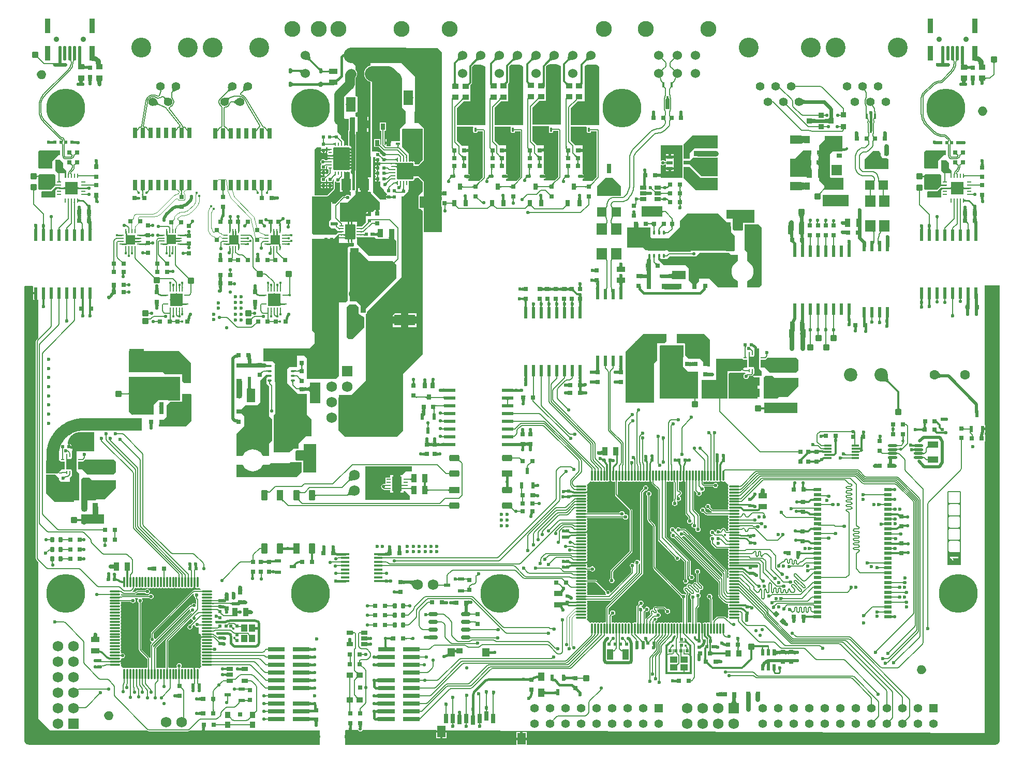
<source format=gtl>
G04*
G04 #@! TF.GenerationSoftware,Altium Limited,Altium Designer,20.0.10 (225)*
G04*
G04 Layer_Physical_Order=1*
G04 Layer_Color=255*
%FSLAX25Y25*%
%MOIN*%
G70*
G01*
G75*
%ADD10C,0.00984*%
%ADD11C,0.02362*%
%ADD12C,0.00591*%
%ADD15C,0.00787*%
%ADD16C,0.01181*%
%ADD17C,0.01000*%
%ADD18C,0.01575*%
%ADD21C,0.01968*%
%ADD22C,0.00600*%
%ADD46R,0.02362X0.07480*%
%ADD47R,0.02362X0.07087*%
%ADD48R,0.06299X0.06299*%
G04:AMPARAMS|DCode=49|XSize=15.75mil|YSize=33.47mil|CornerRadius=1.97mil|HoleSize=0mil|Usage=FLASHONLY|Rotation=0.000|XOffset=0mil|YOffset=0mil|HoleType=Round|Shape=RoundedRectangle|*
%AMROUNDEDRECTD49*
21,1,0.01575,0.02953,0,0,0.0*
21,1,0.01181,0.03347,0,0,0.0*
1,1,0.00394,0.00591,-0.01476*
1,1,0.00394,-0.00591,-0.01476*
1,1,0.00394,-0.00591,0.01476*
1,1,0.00394,0.00591,0.01476*
%
%ADD49ROUNDEDRECTD49*%
G04:AMPARAMS|DCode=50|XSize=94.49mil|YSize=19.68mil|CornerRadius=4.92mil|HoleSize=0mil|Usage=FLASHONLY|Rotation=90.000|XOffset=0mil|YOffset=0mil|HoleType=Round|Shape=RoundedRectangle|*
%AMROUNDEDRECTD50*
21,1,0.09449,0.00984,0,0,90.0*
21,1,0.08465,0.01968,0,0,90.0*
1,1,0.00984,0.00492,0.04232*
1,1,0.00984,0.00492,-0.04232*
1,1,0.00984,-0.00492,-0.04232*
1,1,0.00984,-0.00492,0.04232*
%
%ADD50ROUNDEDRECTD50*%
%ADD52R,0.00945X0.02362*%
%ADD53R,0.02362X0.00945*%
%ADD55R,0.14567X0.04331*%
%ADD56R,0.04724X0.02165*%
%ADD57R,0.02362X0.04331*%
G04:AMPARAMS|DCode=58|XSize=34.25mil|YSize=27.95mil|CornerRadius=1.96mil|HoleSize=0mil|Usage=FLASHONLY|Rotation=180.000|XOffset=0mil|YOffset=0mil|HoleType=Round|Shape=RoundedRectangle|*
%AMROUNDEDRECTD58*
21,1,0.03425,0.02404,0,0,180.0*
21,1,0.03034,0.02795,0,0,180.0*
1,1,0.00391,-0.01517,0.01202*
1,1,0.00391,0.01517,0.01202*
1,1,0.00391,0.01517,-0.01202*
1,1,0.00391,-0.01517,-0.01202*
%
%ADD58ROUNDEDRECTD58*%
G04:AMPARAMS|DCode=59|XSize=35.43mil|YSize=27.56mil|CornerRadius=6.89mil|HoleSize=0mil|Usage=FLASHONLY|Rotation=270.000|XOffset=0mil|YOffset=0mil|HoleType=Round|Shape=RoundedRectangle|*
%AMROUNDEDRECTD59*
21,1,0.03543,0.01378,0,0,270.0*
21,1,0.02165,0.02756,0,0,270.0*
1,1,0.01378,-0.00689,-0.01083*
1,1,0.01378,-0.00689,0.01083*
1,1,0.01378,0.00689,0.01083*
1,1,0.01378,0.00689,-0.01083*
%
%ADD59ROUNDEDRECTD59*%
%ADD60R,0.05000X0.06300*%
%ADD61R,0.01968X0.01968*%
%ADD62R,0.03937X0.02362*%
%ADD63R,0.04331X0.02559*%
%ADD65O,0.03150X0.00984*%
%ADD66O,0.00984X0.03150*%
%ADD67R,0.06496X0.06496*%
%ADD68R,0.04134X0.02362*%
%ADD69R,0.07480X0.05512*%
%ADD70R,0.13500X0.07000*%
G04:AMPARAMS|DCode=71|XSize=9.45mil|YSize=23.62mil|CornerRadius=1.98mil|HoleSize=0mil|Usage=FLASHONLY|Rotation=270.000|XOffset=0mil|YOffset=0mil|HoleType=Round|Shape=RoundedRectangle|*
%AMROUNDEDRECTD71*
21,1,0.00945,0.01965,0,0,270.0*
21,1,0.00548,0.02362,0,0,270.0*
1,1,0.00397,-0.00983,-0.00274*
1,1,0.00397,-0.00983,0.00274*
1,1,0.00397,0.00983,0.00274*
1,1,0.00397,0.00983,-0.00274*
%
%ADD71ROUNDEDRECTD71*%
G04:AMPARAMS|DCode=72|XSize=9.45mil|YSize=23.62mil|CornerRadius=1.98mil|HoleSize=0mil|Usage=FLASHONLY|Rotation=0.000|XOffset=0mil|YOffset=0mil|HoleType=Round|Shape=RoundedRectangle|*
%AMROUNDEDRECTD72*
21,1,0.00945,0.01965,0,0,0.0*
21,1,0.00548,0.02362,0,0,0.0*
1,1,0.00397,0.00274,-0.00983*
1,1,0.00397,-0.00274,-0.00983*
1,1,0.00397,-0.00274,0.00983*
1,1,0.00397,0.00274,0.00983*
%
%ADD72ROUNDEDRECTD72*%
%ADD73R,0.06496X0.06496*%
%ADD74R,0.02992X0.06575*%
%ADD75R,0.06300X0.05000*%
%ADD76O,0.02362X0.00945*%
%ADD77O,0.00945X0.02362*%
%ADD78R,0.17700X0.07100*%
%ADD79R,0.02362X0.04134*%
%ADD80R,0.02854X0.03937*%
%ADD81R,0.07480X0.02362*%
G04:AMPARAMS|DCode=82|XSize=100.39mil|YSize=109.06mil|CornerRadius=2.51mil|HoleSize=0mil|Usage=FLASHONLY|Rotation=0.000|XOffset=0mil|YOffset=0mil|HoleType=Round|Shape=RoundedRectangle|*
%AMROUNDEDRECTD82*
21,1,0.10039,0.10404,0,0,0.0*
21,1,0.09537,0.10906,0,0,0.0*
1,1,0.00502,0.04769,-0.05202*
1,1,0.00502,-0.04769,-0.05202*
1,1,0.00502,-0.04769,0.05202*
1,1,0.00502,0.04769,0.05202*
%
%ADD82ROUNDEDRECTD82*%
%ADD83R,0.06693X0.07284*%
G04:AMPARAMS|DCode=84|XSize=67mil|YSize=41mil|CornerRadius=10.25mil|HoleSize=0mil|Usage=FLASHONLY|Rotation=270.000|XOffset=0mil|YOffset=0mil|HoleType=Round|Shape=RoundedRectangle|*
%AMROUNDEDRECTD84*
21,1,0.06700,0.02050,0,0,270.0*
21,1,0.04650,0.04100,0,0,270.0*
1,1,0.02050,-0.01025,-0.02325*
1,1,0.02050,-0.01025,0.02325*
1,1,0.02050,0.01025,0.02325*
1,1,0.02050,0.01025,-0.02325*
%
%ADD84ROUNDEDRECTD84*%
%ADD85R,0.04100X0.06700*%
%ADD86R,0.06700X0.04100*%
G04:AMPARAMS|DCode=87|XSize=67mil|YSize=41mil|CornerRadius=10.25mil|HoleSize=0mil|Usage=FLASHONLY|Rotation=0.000|XOffset=0mil|YOffset=0mil|HoleType=Round|Shape=RoundedRectangle|*
%AMROUNDEDRECTD87*
21,1,0.06700,0.02050,0,0,0.0*
21,1,0.04650,0.04100,0,0,0.0*
1,1,0.02050,0.02325,-0.01025*
1,1,0.02050,-0.02325,-0.01025*
1,1,0.02050,-0.02325,0.01025*
1,1,0.02050,0.02325,0.01025*
%
%ADD87ROUNDEDRECTD87*%
%ADD88R,0.06102X0.07480*%
%ADD89R,0.02362X0.03937*%
G04:AMPARAMS|DCode=91|XSize=23.62mil|YSize=9.84mil|CornerRadius=1.97mil|HoleSize=0mil|Usage=FLASHONLY|Rotation=180.000|XOffset=0mil|YOffset=0mil|HoleType=Round|Shape=RoundedRectangle|*
%AMROUNDEDRECTD91*
21,1,0.02362,0.00591,0,0,180.0*
21,1,0.01968,0.00984,0,0,180.0*
1,1,0.00394,-0.00984,0.00295*
1,1,0.00394,0.00984,0.00295*
1,1,0.00394,0.00984,-0.00295*
1,1,0.00394,-0.00984,-0.00295*
%
%ADD91ROUNDEDRECTD91*%
%ADD92R,0.11024X0.02756*%
%ADD93O,0.05709X0.01575*%
%ADD94R,0.06496X0.09370*%
%ADD95R,0.02756X0.00984*%
%ADD96R,0.01968X0.01968*%
G04:AMPARAMS|DCode=97|XSize=34.25mil|YSize=27.95mil|CornerRadius=1.96mil|HoleSize=0mil|Usage=FLASHONLY|Rotation=270.000|XOffset=0mil|YOffset=0mil|HoleType=Round|Shape=RoundedRectangle|*
%AMROUNDEDRECTD97*
21,1,0.03425,0.02404,0,0,270.0*
21,1,0.03034,0.02795,0,0,270.0*
1,1,0.00391,-0.01202,-0.01517*
1,1,0.00391,-0.01202,0.01517*
1,1,0.00391,0.01202,0.01517*
1,1,0.00391,0.01202,-0.01517*
%
%ADD97ROUNDEDRECTD97*%
G04:AMPARAMS|DCode=98|XSize=100.39mil|YSize=109.06mil|CornerRadius=2.51mil|HoleSize=0mil|Usage=FLASHONLY|Rotation=90.000|XOffset=0mil|YOffset=0mil|HoleType=Round|Shape=RoundedRectangle|*
%AMROUNDEDRECTD98*
21,1,0.10039,0.10404,0,0,90.0*
21,1,0.09537,0.10906,0,0,90.0*
1,1,0.00502,0.05202,0.04769*
1,1,0.00502,0.05202,-0.04769*
1,1,0.00502,-0.05202,-0.04769*
1,1,0.00502,-0.05202,0.04769*
%
%ADD98ROUNDEDRECTD98*%
%ADD99R,0.03307X0.03307*%
%ADD100R,0.03307X0.03543*%
%ADD101R,0.03583X0.04803*%
%ADD102R,0.03543X0.03150*%
%ADD103R,0.02756X0.03543*%
G04:AMPARAMS|DCode=105|XSize=9.45mil|YSize=23.62mil|CornerRadius=1.94mil|HoleSize=0mil|Usage=FLASHONLY|Rotation=270.000|XOffset=0mil|YOffset=0mil|HoleType=Round|Shape=RoundedRectangle|*
%AMROUNDEDRECTD105*
21,1,0.00945,0.01975,0,0,270.0*
21,1,0.00558,0.02362,0,0,270.0*
1,1,0.00387,-0.00987,-0.00279*
1,1,0.00387,-0.00987,0.00279*
1,1,0.00387,0.00987,0.00279*
1,1,0.00387,0.00987,-0.00279*
%
%ADD105ROUNDEDRECTD105*%
G04:AMPARAMS|DCode=106|XSize=9.45mil|YSize=23.62mil|CornerRadius=1.94mil|HoleSize=0mil|Usage=FLASHONLY|Rotation=0.000|XOffset=0mil|YOffset=0mil|HoleType=Round|Shape=RoundedRectangle|*
%AMROUNDEDRECTD106*
21,1,0.00945,0.01975,0,0,0.0*
21,1,0.00558,0.02362,0,0,0.0*
1,1,0.00387,0.00279,-0.00987*
1,1,0.00387,-0.00279,-0.00987*
1,1,0.00387,-0.00279,0.00987*
1,1,0.00387,0.00279,0.00987*
%
%ADD106ROUNDEDRECTD106*%
%ADD107R,0.07087X0.03937*%
%ADD108R,0.07000X0.13500*%
%ADD109R,0.03937X0.05512*%
%ADD110O,0.07087X0.01181*%
%ADD111O,0.01181X0.07087*%
%ADD112R,0.09646X0.10039*%
%ADD113R,0.07441X0.04882*%
G04:AMPARAMS|DCode=114|XSize=11.81mil|YSize=23.62mil|CornerRadius=1.95mil|HoleSize=0mil|Usage=FLASHONLY|Rotation=270.000|XOffset=0mil|YOffset=0mil|HoleType=Round|Shape=RoundedRectangle|*
%AMROUNDEDRECTD114*
21,1,0.01181,0.01972,0,0,270.0*
21,1,0.00791,0.02362,0,0,270.0*
1,1,0.00390,-0.00986,-0.00396*
1,1,0.00390,-0.00986,0.00396*
1,1,0.00390,0.00986,0.00396*
1,1,0.00390,0.00986,-0.00396*
%
%ADD114ROUNDEDRECTD114*%
%ADD115R,0.05512X0.07480*%
%ADD116R,0.05118X0.05512*%
%ADD117R,0.03937X0.03740*%
%ADD118R,0.03150X0.05906*%
%ADD119R,0.03543X0.03937*%
%ADD120R,0.03150X0.03150*%
%ADD121R,0.02362X0.01181*%
%ADD122R,0.04882X0.07441*%
%ADD123R,0.10039X0.09646*%
G04:AMPARAMS|DCode=124|XSize=11.81mil|YSize=23.62mil|CornerRadius=1.95mil|HoleSize=0mil|Usage=FLASHONLY|Rotation=0.000|XOffset=0mil|YOffset=0mil|HoleType=Round|Shape=RoundedRectangle|*
%AMROUNDEDRECTD124*
21,1,0.01181,0.01972,0,0,0.0*
21,1,0.00791,0.02362,0,0,0.0*
1,1,0.00390,0.00396,-0.00986*
1,1,0.00390,-0.00396,-0.00986*
1,1,0.00390,-0.00396,0.00986*
1,1,0.00390,0.00396,0.00986*
%
%ADD124ROUNDEDRECTD124*%
%ADD125R,0.05512X0.03543*%
%ADD126R,0.05512X0.08661*%
%ADD127R,0.03543X0.05512*%
%ADD128R,0.08661X0.05512*%
%ADD129R,0.03937X0.04724*%
%ADD130R,0.04724X0.03937*%
%ADD131R,0.03937X0.07087*%
%ADD132R,0.04331X0.10236*%
G04:AMPARAMS|DCode=134|XSize=23.62mil|YSize=59.06mil|CornerRadius=5.91mil|HoleSize=0mil|Usage=FLASHONLY|Rotation=90.000|XOffset=0mil|YOffset=0mil|HoleType=Round|Shape=RoundedRectangle|*
%AMROUNDEDRECTD134*
21,1,0.02362,0.04724,0,0,90.0*
21,1,0.01181,0.05906,0,0,90.0*
1,1,0.01181,0.02362,0.00591*
1,1,0.01181,0.02362,-0.00591*
1,1,0.01181,-0.02362,-0.00591*
1,1,0.01181,-0.02362,0.00591*
%
%ADD134ROUNDEDRECTD134*%
G04:AMPARAMS|DCode=135|XSize=17.72mil|YSize=33.47mil|CornerRadius=4.43mil|HoleSize=0mil|Usage=FLASHONLY|Rotation=0.000|XOffset=0mil|YOffset=0mil|HoleType=Round|Shape=RoundedRectangle|*
%AMROUNDEDRECTD135*
21,1,0.01772,0.02461,0,0,0.0*
21,1,0.00886,0.03347,0,0,0.0*
1,1,0.00886,0.00443,-0.01230*
1,1,0.00886,-0.00443,-0.01230*
1,1,0.00886,-0.00443,0.01230*
1,1,0.00886,0.00443,0.01230*
%
%ADD135ROUNDEDRECTD135*%
%ADD136R,0.03937X0.03543*%
%ADD137R,0.03150X0.03150*%
G04:AMPARAMS|DCode=138|XSize=17.72mil|YSize=33.47mil|CornerRadius=4.43mil|HoleSize=0mil|Usage=FLASHONLY|Rotation=90.000|XOffset=0mil|YOffset=0mil|HoleType=Round|Shape=RoundedRectangle|*
%AMROUNDEDRECTD138*
21,1,0.01772,0.02461,0,0,90.0*
21,1,0.00886,0.03347,0,0,90.0*
1,1,0.00886,0.01230,0.00443*
1,1,0.00886,0.01230,-0.00443*
1,1,0.00886,-0.01230,-0.00443*
1,1,0.00886,-0.01230,0.00443*
%
%ADD138ROUNDEDRECTD138*%
%ADD235R,0.06299X0.09449*%
%ADD262C,0.01968*%
%ADD271C,0.01772*%
%ADD272C,0.00598*%
%ADD273C,0.00945*%
%ADD274C,0.00402*%
%ADD275C,0.02165*%
%ADD276C,0.00528*%
%ADD277C,0.03150*%
%ADD278C,0.00472*%
%ADD279C,0.03543*%
%ADD280C,0.00800*%
%ADD281C,0.07874*%
%ADD282C,0.01772*%
%ADD283C,0.03937*%
%ADD284C,0.02756*%
%ADD285C,0.00527*%
%ADD286C,0.00550*%
%ADD287R,0.03150X0.03150*%
G04:AMPARAMS|DCode=288|XSize=39.37mil|YSize=39.37mil|CornerRadius=3.94mil|HoleSize=0mil|Usage=FLASHONLY|Rotation=90.000|XOffset=0mil|YOffset=0mil|HoleType=Round|Shape=RoundedRectangle|*
%AMROUNDEDRECTD288*
21,1,0.03937,0.03150,0,0,90.0*
21,1,0.03150,0.03937,0,0,90.0*
1,1,0.00787,0.01575,0.01575*
1,1,0.00787,0.01575,-0.01575*
1,1,0.00787,-0.01575,-0.01575*
1,1,0.00787,-0.01575,0.01575*
%
%ADD288ROUNDEDRECTD288*%
%ADD289R,0.05512X0.03543*%
%ADD290R,0.03543X0.05512*%
%ADD291R,0.03150X0.03150*%
G04:AMPARAMS|DCode=292|XSize=19.68mil|YSize=21.65mil|CornerRadius=2.46mil|HoleSize=0mil|Usage=FLASHONLY|Rotation=90.000|XOffset=0mil|YOffset=0mil|HoleType=Round|Shape=RoundedRectangle|*
%AMROUNDEDRECTD292*
21,1,0.01968,0.01673,0,0,90.0*
21,1,0.01476,0.02165,0,0,90.0*
1,1,0.00492,0.00837,0.00738*
1,1,0.00492,0.00837,-0.00738*
1,1,0.00492,-0.00837,-0.00738*
1,1,0.00492,-0.00837,0.00738*
%
%ADD292ROUNDEDRECTD292*%
%ADD293R,0.06614X0.06614*%
G04:AMPARAMS|DCode=294|XSize=19.68mil|YSize=21.65mil|CornerRadius=2.46mil|HoleSize=0mil|Usage=FLASHONLY|Rotation=180.000|XOffset=0mil|YOffset=0mil|HoleType=Round|Shape=RoundedRectangle|*
%AMROUNDEDRECTD294*
21,1,0.01968,0.01673,0,0,180.0*
21,1,0.01476,0.02165,0,0,180.0*
1,1,0.00492,-0.00738,0.00837*
1,1,0.00492,0.00738,0.00837*
1,1,0.00492,0.00738,-0.00837*
1,1,0.00492,-0.00738,-0.00837*
%
%ADD294ROUNDEDRECTD294*%
%ADD295O,0.06102X0.01772*%
%ADD296R,0.05512X0.09843*%
G04:AMPARAMS|DCode=297|XSize=39.37mil|YSize=39.37mil|CornerRadius=3.94mil|HoleSize=0mil|Usage=FLASHONLY|Rotation=180.000|XOffset=0mil|YOffset=0mil|HoleType=Round|Shape=RoundedRectangle|*
%AMROUNDEDRECTD297*
21,1,0.03937,0.03150,0,0,180.0*
21,1,0.03150,0.03937,0,0,180.0*
1,1,0.00787,-0.01575,0.01575*
1,1,0.00787,0.01575,0.01575*
1,1,0.00787,0.01575,-0.01575*
1,1,0.00787,-0.01575,-0.01575*
%
%ADD297ROUNDEDRECTD297*%
%ADD298R,0.09843X0.05512*%
G04:AMPARAMS|DCode=299|XSize=98.82mil|YSize=100.39mil|CornerRadius=2.47mil|HoleSize=0mil|Usage=FLASHONLY|Rotation=0.000|XOffset=0mil|YOffset=0mil|HoleType=Round|Shape=RoundedRectangle|*
%AMROUNDEDRECTD299*
21,1,0.09882,0.09545,0,0,0.0*
21,1,0.09388,0.10039,0,0,0.0*
1,1,0.00494,0.04694,-0.04773*
1,1,0.00494,-0.04694,-0.04773*
1,1,0.00494,-0.04694,0.04773*
1,1,0.00494,0.04694,0.04773*
%
%ADD299ROUNDEDRECTD299*%
G04:AMPARAMS|DCode=300|XSize=27.56mil|YSize=15.75mil|CornerRadius=1.97mil|HoleSize=0mil|Usage=FLASHONLY|Rotation=0.000|XOffset=0mil|YOffset=0mil|HoleType=Round|Shape=RoundedRectangle|*
%AMROUNDEDRECTD300*
21,1,0.02756,0.01181,0,0,0.0*
21,1,0.02362,0.01575,0,0,0.0*
1,1,0.00394,0.01181,-0.00591*
1,1,0.00394,-0.01181,-0.00591*
1,1,0.00394,-0.01181,0.00591*
1,1,0.00394,0.01181,0.00591*
%
%ADD300ROUNDEDRECTD300*%
G04:AMPARAMS|DCode=301|XSize=15.75mil|YSize=27.56mil|CornerRadius=1.97mil|HoleSize=0mil|Usage=FLASHONLY|Rotation=270.000|XOffset=0mil|YOffset=0mil|HoleType=Round|Shape=RoundedRectangle|*
%AMROUNDEDRECTD301*
21,1,0.01575,0.02362,0,0,270.0*
21,1,0.01181,0.02756,0,0,270.0*
1,1,0.00394,-0.01181,-0.00591*
1,1,0.00394,-0.01181,0.00591*
1,1,0.00394,0.01181,0.00591*
1,1,0.00394,0.01181,-0.00591*
%
%ADD301ROUNDEDRECTD301*%
G04:AMPARAMS|DCode=302|XSize=15.75mil|YSize=27.56mil|CornerRadius=2.6mil|HoleSize=0mil|Usage=FLASHONLY|Rotation=270.000|XOffset=0mil|YOffset=0mil|HoleType=Round|Shape=RoundedRectangle|*
%AMROUNDEDRECTD302*
21,1,0.01575,0.02236,0,0,270.0*
21,1,0.01055,0.02756,0,0,270.0*
1,1,0.00520,-0.01118,-0.00528*
1,1,0.00520,-0.01118,0.00528*
1,1,0.00520,0.01118,0.00528*
1,1,0.00520,0.01118,-0.00528*
%
%ADD302ROUNDEDRECTD302*%
G04:AMPARAMS|DCode=303|XSize=15.75mil|YSize=27.56mil|CornerRadius=2.6mil|HoleSize=0mil|Usage=FLASHONLY|Rotation=0.000|XOffset=0mil|YOffset=0mil|HoleType=Round|Shape=RoundedRectangle|*
%AMROUNDEDRECTD303*
21,1,0.01575,0.02236,0,0,0.0*
21,1,0.01055,0.02756,0,0,0.0*
1,1,0.00520,0.00528,-0.01118*
1,1,0.00520,-0.00528,-0.01118*
1,1,0.00520,-0.00528,0.01118*
1,1,0.00520,0.00528,0.01118*
%
%ADD303ROUNDEDRECTD303*%
G04:AMPARAMS|DCode=304|XSize=15.75mil|YSize=27.56mil|CornerRadius=1.97mil|HoleSize=0mil|Usage=FLASHONLY|Rotation=0.000|XOffset=0mil|YOffset=0mil|HoleType=Round|Shape=RoundedRectangle|*
%AMROUNDEDRECTD304*
21,1,0.01575,0.02362,0,0,0.0*
21,1,0.01181,0.02756,0,0,0.0*
1,1,0.00394,0.00591,-0.01181*
1,1,0.00394,-0.00591,-0.01181*
1,1,0.00394,-0.00591,0.01181*
1,1,0.00394,0.00591,0.01181*
%
%ADD304ROUNDEDRECTD304*%
G04:AMPARAMS|DCode=305|XSize=27.56mil|YSize=15.75mil|CornerRadius=1.97mil|HoleSize=0mil|Usage=FLASHONLY|Rotation=90.000|XOffset=0mil|YOffset=0mil|HoleType=Round|Shape=RoundedRectangle|*
%AMROUNDEDRECTD305*
21,1,0.02756,0.01181,0,0,90.0*
21,1,0.02362,0.01575,0,0,90.0*
1,1,0.00394,0.00591,0.01181*
1,1,0.00394,0.00591,-0.01181*
1,1,0.00394,-0.00591,-0.01181*
1,1,0.00394,-0.00591,0.01181*
%
%ADD305ROUNDEDRECTD305*%
G04:AMPARAMS|DCode=306|XSize=98.82mil|YSize=100.39mil|CornerRadius=2.47mil|HoleSize=0mil|Usage=FLASHONLY|Rotation=90.000|XOffset=0mil|YOffset=0mil|HoleType=Round|Shape=RoundedRectangle|*
%AMROUNDEDRECTD306*
21,1,0.09882,0.09545,0,0,90.0*
21,1,0.09388,0.10039,0,0,90.0*
1,1,0.00494,0.04773,0.04694*
1,1,0.00494,0.04773,-0.04694*
1,1,0.00494,-0.04773,-0.04694*
1,1,0.00494,-0.04773,0.04694*
%
%ADD306ROUNDEDRECTD306*%
G04:AMPARAMS|DCode=307|XSize=80.71mil|YSize=80.71mil|CornerRadius=2.02mil|HoleSize=0mil|Usage=FLASHONLY|Rotation=0.000|XOffset=0mil|YOffset=0mil|HoleType=Round|Shape=RoundedRectangle|*
%AMROUNDEDRECTD307*
21,1,0.08071,0.07667,0,0,0.0*
21,1,0.07667,0.08071,0,0,0.0*
1,1,0.00404,0.03834,-0.03834*
1,1,0.00404,-0.03834,-0.03834*
1,1,0.00404,-0.03834,0.03834*
1,1,0.00404,0.03834,0.03834*
%
%ADD307ROUNDEDRECTD307*%
%ADD308R,0.07874X0.07874*%
%ADD309R,0.04331X0.03543*%
G04:AMPARAMS|DCode=310|XSize=106.3mil|YSize=145.67mil|CornerRadius=2.13mil|HoleSize=0mil|Usage=FLASHONLY|Rotation=180.000|XOffset=0mil|YOffset=0mil|HoleType=Round|Shape=RoundedRectangle|*
%AMROUNDEDRECTD310*
21,1,0.10630,0.14142,0,0,180.0*
21,1,0.10205,0.14567,0,0,180.0*
1,1,0.00425,-0.05102,0.07071*
1,1,0.00425,0.05102,0.07071*
1,1,0.00425,0.05102,-0.07071*
1,1,0.00425,-0.05102,-0.07071*
%
%ADD310ROUNDEDRECTD310*%
G04:AMPARAMS|DCode=311|XSize=64.96mil|YSize=94.49mil|CornerRadius=3.9mil|HoleSize=0mil|Usage=FLASHONLY|Rotation=180.000|XOffset=0mil|YOffset=0mil|HoleType=Round|Shape=RoundedRectangle|*
%AMROUNDEDRECTD311*
21,1,0.06496,0.08669,0,0,180.0*
21,1,0.05717,0.09449,0,0,180.0*
1,1,0.00780,-0.02858,0.04335*
1,1,0.00780,0.02858,0.04335*
1,1,0.00780,0.02858,-0.04335*
1,1,0.00780,-0.02858,-0.04335*
%
%ADD311ROUNDEDRECTD311*%
G04:AMPARAMS|DCode=312|XSize=106.3mil|YSize=106.3mil|CornerRadius=2.13mil|HoleSize=0mil|Usage=FLASHONLY|Rotation=270.000|XOffset=0mil|YOffset=0mil|HoleType=Round|Shape=RoundedRectangle|*
%AMROUNDEDRECTD312*
21,1,0.10630,0.10205,0,0,270.0*
21,1,0.10205,0.10630,0,0,270.0*
1,1,0.00425,-0.05102,-0.05102*
1,1,0.00425,-0.05102,0.05102*
1,1,0.00425,0.05102,0.05102*
1,1,0.00425,0.05102,-0.05102*
%
%ADD312ROUNDEDRECTD312*%
%ADD313P,0.04454X4X180.0*%
%ADD314R,0.02362X0.02362*%
G04:AMPARAMS|DCode=315|XSize=118.11mil|YSize=77.95mil|CornerRadius=1.95mil|HoleSize=0mil|Usage=FLASHONLY|Rotation=270.000|XOffset=0mil|YOffset=0mil|HoleType=Round|Shape=RoundedRectangle|*
%AMROUNDEDRECTD315*
21,1,0.11811,0.07406,0,0,270.0*
21,1,0.11421,0.07795,0,0,270.0*
1,1,0.00390,-0.03703,-0.05711*
1,1,0.00390,-0.03703,0.05711*
1,1,0.00390,0.03703,0.05711*
1,1,0.00390,0.03703,-0.05711*
%
%ADD315ROUNDEDRECTD315*%
%ADD316R,0.02362X0.02362*%
G04:AMPARAMS|DCode=317|XSize=118.11mil|YSize=77.95mil|CornerRadius=1.95mil|HoleSize=0mil|Usage=FLASHONLY|Rotation=0.000|XOffset=0mil|YOffset=0mil|HoleType=Round|Shape=RoundedRectangle|*
%AMROUNDEDRECTD317*
21,1,0.11811,0.07406,0,0,0.0*
21,1,0.11421,0.07795,0,0,0.0*
1,1,0.00390,0.05711,-0.03703*
1,1,0.00390,-0.05711,-0.03703*
1,1,0.00390,-0.05711,0.03703*
1,1,0.00390,0.05711,0.03703*
%
%ADD317ROUNDEDRECTD317*%
%ADD318R,0.03543X0.04331*%
%ADD319R,0.05118X0.01378*%
%ADD320C,0.01200*%
%ADD321C,0.11024*%
%ADD322C,0.09843*%
%ADD323C,0.05906*%
%ADD324C,0.06299*%
%ADD325C,0.00886*%
%ADD326R,0.12237X0.07874*%
%ADD327R,0.03150X0.05888*%
%ADD328R,0.16727X0.07540*%
%ADD329R,0.06876X0.06866*%
%ADD330R,0.15046X0.06424*%
%ADD331R,0.21497X0.06778*%
%ADD332R,0.03741X0.06127*%
%ADD333R,0.05070X0.03730*%
%ADD334C,0.03543*%
G04:AMPARAMS|DCode=335|XSize=96.46mil|YSize=35.43mil|CornerRadius=8.86mil|HoleSize=0mil|Usage=FLASHONLY|Rotation=90.000|XOffset=0mil|YOffset=0mil|HoleType=Round|Shape=RoundedRectangle|*
%AMROUNDEDRECTD335*
21,1,0.09646,0.01772,0,0,90.0*
21,1,0.07874,0.03543,0,0,90.0*
1,1,0.01772,0.00886,0.03937*
1,1,0.01772,0.00886,-0.03937*
1,1,0.01772,-0.00886,-0.03937*
1,1,0.01772,-0.00886,0.03937*
%
%ADD335ROUNDEDRECTD335*%
%ADD336C,0.06890*%
%ADD337R,0.06890X0.06890*%
%ADD338C,0.12795*%
%ADD339C,0.05512*%
%ADD340C,0.06000*%
%ADD341C,0.10276*%
%ADD342R,0.06890X0.06890*%
%ADD343C,0.25000*%
%ADD344C,0.03150*%
%ADD345R,0.05512X0.05512*%
%ADD346C,0.06299*%
%ADD347C,0.08661*%
%ADD348C,0.02165*%
%ADD349C,0.02362*%
G36*
X269783Y447217D02*
Y358563D01*
X269291D01*
Y357300D01*
X269327Y357309D01*
X269500Y357379D01*
X269642Y357464D01*
X269752Y357565D01*
X269831Y357681D01*
X269878Y357813D01*
X269894Y357960D01*
Y354835D01*
X269878Y354982D01*
X269831Y355114D01*
X269752Y355230D01*
X269642Y355331D01*
X269500Y355416D01*
X269327Y355486D01*
X269291Y355496D01*
Y354232D01*
X269783D01*
Y352264D01*
X269291D01*
Y347933D01*
X269783D01*
Y331343D01*
X258230D01*
Y346108D01*
X262417D01*
Y348471D01*
X258382D01*
Y353195D01*
X262417D01*
Y355557D01*
X258230D01*
Y363753D01*
X254678Y367305D01*
X250344Y367315D01*
Y374158D01*
X254675D01*
X258230Y377713D01*
Y400861D01*
X259187D01*
Y410310D01*
X258230D01*
Y432560D01*
X246786Y444004D01*
X223803D01*
X223651Y444165D01*
Y438868D01*
X222366Y438336D01*
X221234Y437466D01*
X220364Y436334D01*
X219818Y435015D01*
X219632Y433600D01*
X219818Y432185D01*
X220364Y430866D01*
X221234Y429734D01*
X222366Y428864D01*
X223651Y428332D01*
X223651Y380314D01*
X224211Y379755D01*
X224211Y366830D01*
X223750Y366736D01*
X223711Y366736D01*
X222077D01*
Y366229D01*
X222255Y365976D01*
X222490Y365799D01*
X222754Y365740D01*
X222077D01*
Y362012D01*
Y357287D01*
X223711D01*
X224211Y357193D01*
Y356325D01*
X229683Y350853D01*
Y350343D01*
X229683D01*
X229683Y345606D01*
X228899D01*
X228922Y345517D01*
X228992Y345344D01*
X229077Y345202D01*
X229178Y345092D01*
X229294Y345013D01*
X229426Y344966D01*
X229573Y344950D01*
X226448D01*
X226595Y344966D01*
X226727Y345013D01*
X226843Y345092D01*
X226944Y345202D01*
X227029Y345344D01*
X227099Y345517D01*
X227123Y345606D01*
X226436D01*
X225111Y344281D01*
X223893D01*
X223905Y344083D01*
X223930Y343933D01*
X223960Y343812D01*
X223994Y343720D01*
X224033Y343657D01*
X224076Y343624D01*
X222045D01*
X222088Y343657D01*
X222127Y343720D01*
X222161Y343812D01*
X222191Y343933D01*
X222216Y344083D01*
X222235Y344281D01*
X221543D01*
X220759Y343498D01*
X221962Y343577D01*
X222019Y343599D01*
X222045Y343624D01*
Y341789D01*
X222019Y341814D01*
X221962Y341836D01*
X221876Y341855D01*
X221758Y341872D01*
X221433Y341898D01*
X220716Y341918D01*
X220674Y341918D01*
Y337665D01*
X218092Y335083D01*
X215089D01*
Y338139D01*
X212187Y338147D01*
Y338134D01*
Y336362D01*
X213801D01*
X213873Y336332D01*
X213929Y336277D01*
X213959Y336205D01*
Y336165D01*
Y327110D01*
Y327071D01*
X213929Y326999D01*
X213873Y326943D01*
X213801Y326913D01*
X212187D01*
Y325142D01*
Y325103D01*
X212157Y325030D01*
X212102Y324975D01*
X212029Y324945D01*
X211361D01*
X211288Y324975D01*
X211233Y325030D01*
X211203Y325103D01*
X211203Y325142D01*
Y326913D01*
X210219D01*
Y325142D01*
Y325103D01*
X210189Y325030D01*
X210133Y324975D01*
X210061Y324945D01*
X209392D01*
X209320Y324975D01*
X209264Y325030D01*
X209234Y325103D01*
Y325142D01*
Y326913D01*
X207620D01*
X207548Y326943D01*
X207493Y326999D01*
X207463Y327071D01*
Y327110D01*
Y327149D01*
X207417Y327181D01*
X207342Y327219D01*
X207257Y327251D01*
X207162Y327277D01*
X207057Y327298D01*
X206941Y327313D01*
X206878Y327317D01*
X206365Y327286D01*
X206337Y327275D01*
X206325Y327264D01*
Y328138D01*
X206334Y328133D01*
X206360Y328128D01*
X206401Y328124D01*
X206617Y328116D01*
X206789Y328114D01*
X206837Y328116D01*
X206976Y328128D01*
X207099Y328147D01*
X207204Y328175D01*
X207293Y328210D01*
X207364Y328253D01*
X207419Y328305D01*
X207456Y328364D01*
X207463Y328386D01*
Y328981D01*
X207447Y329024D01*
X207407Y329083D01*
X207351Y329134D01*
X207279Y329177D01*
X207191Y329213D01*
X207087Y329240D01*
X206968Y329260D01*
X206917Y329264D01*
X206325Y329233D01*
Y330106D01*
X206336Y330098D01*
X206363Y330091D01*
X206404Y330084D01*
X206462Y330079D01*
X206727Y330067D01*
X206801Y330066D01*
X206832Y330067D01*
X206968Y330079D01*
X207087Y330099D01*
X207191Y330126D01*
X207279Y330161D01*
X207351Y330205D01*
X207407Y330256D01*
X207447Y330315D01*
X207463Y330358D01*
Y336165D01*
Y336205D01*
X207493Y336277D01*
X207548Y336332D01*
X207620Y336362D01*
X209234D01*
Y338134D01*
Y338156D01*
X204869Y338169D01*
X204270Y338767D01*
X204270Y350418D01*
X209182Y350404D01*
Y350671D01*
X209182Y350671D01*
X209182D01*
X209444Y351052D01*
X214161Y355769D01*
Y357969D01*
X214381Y358060D01*
X214568Y358511D01*
X214568Y371476D01*
X214548Y371525D01*
X214560Y371576D01*
X214521Y371639D01*
X214522Y371645D01*
Y374869D01*
Y378806D01*
Y382743D01*
Y385975D01*
X214560Y386036D01*
X214548Y386088D01*
X214568Y386136D01*
X214568Y396192D01*
X215390D01*
X215375Y397188D01*
X216052D01*
Y400916D01*
Y405640D01*
X214510D01*
X214381Y405951D01*
X214161Y406042D01*
Y408465D01*
X214773D01*
Y408760D01*
X216052D01*
Y409941D01*
X216545D01*
Y410434D01*
X218316D01*
Y411123D01*
X218316D01*
Y411319D01*
X218316D01*
Y412008D01*
X216545D01*
Y412993D01*
X218316D01*
Y413682D01*
X218316D01*
Y413878D01*
X218316D01*
Y414568D01*
X216545D01*
Y415552D01*
X218316D01*
Y416241D01*
X218316D01*
Y416438D01*
X218316D01*
Y417127D01*
X216545D01*
Y417619D01*
X216052D01*
Y418800D01*
X214773D01*
Y419095D01*
X214161D01*
Y431108D01*
X214701Y431811D01*
X215063Y432685D01*
X215186Y433622D01*
X215063Y434559D01*
X214701Y435433D01*
X214161Y436136D01*
Y439939D01*
X223213Y445681D01*
X223529Y445507D01*
X223800Y450000D01*
X267000D01*
X269783Y447217D01*
D02*
G37*
G36*
X9539Y444713D02*
X9524Y444659D01*
X9525Y444596D01*
X9543Y444524D01*
X9578Y444444D01*
X9630Y444355D01*
X9699Y444257D01*
X9785Y444151D01*
X10007Y443912D01*
X9584Y443489D01*
X9460Y443609D01*
X9239Y443797D01*
X9141Y443866D01*
X9052Y443918D01*
X8972Y443953D01*
X8900Y443971D01*
X8837Y443973D01*
X8783Y443957D01*
X8738Y443924D01*
X9572Y444759D01*
X9539Y444713D01*
D02*
G37*
G36*
X209671Y442916D02*
X209220Y443245D01*
X207976Y444023D01*
X207597Y444213D01*
X207236Y444369D01*
X206893Y444490D01*
X206568Y444577D01*
X206261Y444628D01*
X205972Y444646D01*
Y446220D01*
X206261Y446238D01*
X206568Y446290D01*
X206893Y446376D01*
X207236Y446497D01*
X207597Y446653D01*
X207976Y446843D01*
X208787Y447327D01*
X209220Y447621D01*
X209671Y447950D01*
Y442916D01*
D02*
G37*
G36*
X32910Y441999D02*
X32874Y442043D01*
X32835Y442067D01*
X32794Y442069D01*
X32749Y442050D01*
X32702Y442010D01*
X32652Y441948D01*
X32599Y441865D01*
X32543Y441761D01*
X32484Y441635D01*
X32423Y441489D01*
X31961Y441879D01*
X32035Y442071D01*
X32190Y442558D01*
X32220Y442691D01*
X32238Y442809D01*
X32245Y442912D01*
X32241Y443000D01*
X32226Y443073D01*
X32199Y443131D01*
X32910Y441999D01*
D02*
G37*
G36*
X601660Y441997D02*
X601624Y442042D01*
X601585Y442065D01*
X601544Y442068D01*
X601499Y442049D01*
X601452Y442008D01*
X601402Y441947D01*
X601349Y441864D01*
X601293Y441759D01*
X601234Y441634D01*
X601173Y441487D01*
X600711Y441877D01*
X600785Y442069D01*
X600940Y442557D01*
X600970Y442690D01*
X600988Y442808D01*
X600995Y442910D01*
X600991Y442999D01*
X600976Y443072D01*
X600949Y443130D01*
X601660Y441997D01*
D02*
G37*
G36*
X184893Y444970D02*
X184945Y444194D01*
X184994Y443851D01*
X185058Y443538D01*
X185138Y443255D01*
X185232Y443002D01*
X185342Y442778D01*
X185468Y442585D01*
X185608Y442422D01*
X184901Y441715D01*
X184738Y441856D01*
X184545Y441981D01*
X184321Y442091D01*
X184068Y442185D01*
X183785Y442265D01*
X183472Y442329D01*
X183129Y442378D01*
X182353Y442430D01*
X181920Y442433D01*
X184890Y445403D01*
X184893Y444970D01*
D02*
G37*
G36*
X365771Y442441D02*
X365361Y442437D01*
X364622Y442381D01*
X364292Y442328D01*
X363988Y442259D01*
X363710Y442174D01*
X363460Y442073D01*
X363235Y441955D01*
X363037Y441821D01*
X362866Y441671D01*
X362031Y442506D01*
X362181Y442677D01*
X362315Y442875D01*
X362432Y443100D01*
X362534Y443351D01*
X362619Y443628D01*
X362688Y443932D01*
X362740Y444262D01*
X362777Y444619D01*
X362801Y445411D01*
X365771Y442441D01*
D02*
G37*
G36*
X353960D02*
X353550Y442437D01*
X352811Y442381D01*
X352481Y442328D01*
X352177Y442259D01*
X351899Y442174D01*
X351649Y442073D01*
X351424Y441955D01*
X351226Y441821D01*
X351055Y441671D01*
X350220Y442506D01*
X350370Y442677D01*
X350504Y442875D01*
X350621Y443100D01*
X350723Y443351D01*
X350808Y443628D01*
X350877Y443932D01*
X350929Y444262D01*
X350966Y444619D01*
X350990Y445411D01*
X353960Y442441D01*
D02*
G37*
G36*
X342149D02*
X341739Y442437D01*
X341000Y442381D01*
X340669Y442328D01*
X340366Y442259D01*
X340088Y442174D01*
X339838Y442073D01*
X339613Y441955D01*
X339415Y441821D01*
X339244Y441671D01*
X338409Y442506D01*
X338559Y442677D01*
X338693Y442875D01*
X338810Y443100D01*
X338912Y443351D01*
X338997Y443628D01*
X339066Y443932D01*
X339118Y444262D01*
X339155Y444619D01*
X339179Y445411D01*
X342149Y442441D01*
D02*
G37*
G36*
X330338D02*
X329928Y442437D01*
X329189Y442381D01*
X328858Y442328D01*
X328555Y442259D01*
X328277Y442174D01*
X328027Y442073D01*
X327802Y441955D01*
X327604Y441821D01*
X327433Y441671D01*
X326597Y442506D01*
X326748Y442677D01*
X326882Y442875D01*
X326999Y443100D01*
X327101Y443351D01*
X327186Y443628D01*
X327255Y443932D01*
X327307Y444262D01*
X327344Y444619D01*
X327368Y445411D01*
X330338Y442441D01*
D02*
G37*
G36*
X318527D02*
X318117Y442437D01*
X317378Y442381D01*
X317047Y442328D01*
X316744Y442259D01*
X316466Y442174D01*
X316215Y442073D01*
X315991Y441955D01*
X315793Y441821D01*
X315622Y441671D01*
X314787Y442506D01*
X314937Y442677D01*
X315071Y442875D01*
X315188Y443100D01*
X315290Y443351D01*
X315375Y443628D01*
X315444Y443932D01*
X315496Y444262D01*
X315533Y444619D01*
X315557Y445411D01*
X318527Y442441D01*
D02*
G37*
G36*
X306716D02*
X306306Y442437D01*
X305567Y442381D01*
X305236Y442328D01*
X304933Y442259D01*
X304655Y442174D01*
X304404Y442073D01*
X304180Y441955D01*
X303982Y441821D01*
X303811Y441671D01*
X302976Y442506D01*
X303126Y442677D01*
X303260Y442875D01*
X303377Y443100D01*
X303479Y443351D01*
X303564Y443628D01*
X303633Y443932D01*
X303685Y444262D01*
X303722Y444619D01*
X303746Y445411D01*
X306716Y442441D01*
D02*
G37*
G36*
X294905D02*
X294495Y442437D01*
X293756Y442381D01*
X293425Y442328D01*
X293122Y442259D01*
X292844Y442174D01*
X292594Y442073D01*
X292369Y441955D01*
X292171Y441821D01*
X292000Y441671D01*
X291164Y442506D01*
X291315Y442677D01*
X291448Y442875D01*
X291566Y443100D01*
X291668Y443351D01*
X291753Y443628D01*
X291822Y443932D01*
X291874Y444262D01*
X291911Y444619D01*
X291935Y445411D01*
X294905Y442441D01*
D02*
G37*
G36*
X283094D02*
X282684Y442437D01*
X281944Y442381D01*
X281614Y442328D01*
X281311Y442259D01*
X281033Y442174D01*
X280783Y442073D01*
X280558Y441955D01*
X280360Y441821D01*
X280189Y441671D01*
X279353Y442506D01*
X279504Y442677D01*
X279638Y442875D01*
X279755Y443100D01*
X279857Y443351D01*
X279942Y443628D01*
X280011Y443932D01*
X280063Y444262D01*
X280100Y444619D01*
X280124Y445411D01*
X283094Y442441D01*
D02*
G37*
G36*
X30963Y443073D02*
X30948Y443000D01*
X30944Y442912D01*
X30951Y442809D01*
X30969Y442691D01*
X30999Y442558D01*
X31091Y442248D01*
X31228Y441879D01*
X30766Y441489D01*
X30704Y441635D01*
X30590Y441865D01*
X30537Y441948D01*
X30487Y442010D01*
X30439Y442050D01*
X30395Y442069D01*
X30353Y442067D01*
X30314Y442043D01*
X30278Y441999D01*
X30989Y443131D01*
X30963Y443073D01*
D02*
G37*
G36*
X599713Y443072D02*
X599698Y442999D01*
X599694Y442910D01*
X599701Y442808D01*
X599719Y442690D01*
X599749Y442557D01*
X599841Y442247D01*
X599978Y441877D01*
X599516Y441487D01*
X599454Y441634D01*
X599340Y441864D01*
X599287Y441947D01*
X599237Y442008D01*
X599190Y442049D01*
X599145Y442068D01*
X599103Y442065D01*
X599064Y442042D01*
X599028Y441997D01*
X599739Y443130D01*
X599713Y443072D01*
D02*
G37*
G36*
X626205Y440658D02*
X626138Y440634D01*
X626079Y440594D01*
X626028Y440538D01*
X625984Y440466D01*
X625949Y440378D01*
X625921Y440274D01*
X625902Y440155D01*
X625890Y440019D01*
X625886Y439867D01*
X625098D01*
X625095Y440019D01*
X625083Y440155D01*
X625063Y440274D01*
X625035Y440378D01*
X625000Y440466D01*
X624957Y440538D01*
X624905Y440594D01*
X624847Y440634D01*
X624780Y440658D01*
X624705Y440666D01*
X626279D01*
X626205Y440658D01*
D02*
G37*
G36*
X49949Y441259D02*
X50018Y440209D01*
X50050Y440040D01*
X50088Y439909D01*
X50131Y439815D01*
X50180Y439759D01*
X50235Y439740D01*
X46808Y439752D01*
X46806Y439770D01*
X46804Y439826D01*
X46797Y441616D01*
X49946D01*
X49949Y441259D01*
D02*
G37*
G36*
X37233Y442229D02*
X37207Y442143D01*
X37183Y442031D01*
X37163Y441893D01*
X37131Y441540D01*
X37114Y441021D01*
X37138Y440756D01*
X37177Y440519D01*
X37232Y440313D01*
X37303Y440138D01*
X37390Y439995D01*
X37492Y439884D01*
X37610Y439804D01*
X37744Y439756D01*
X37894Y439740D01*
X35141Y439752D01*
X35215Y439768D01*
X35282Y439815D01*
X35340Y439893D01*
X35391Y440004D01*
X35434Y440145D01*
X35469Y440319D01*
X35496Y440523D01*
X35522Y440940D01*
X35454Y442031D01*
X35431Y442143D01*
X35404Y442229D01*
X35374Y442289D01*
X37263D01*
X37233Y442229D01*
D02*
G37*
G36*
X344320Y439523D02*
X345208Y439155D01*
X346006Y438622D01*
X346346Y438282D01*
X346346D01*
X346346Y438282D01*
X346346Y400782D01*
X328039Y400782D01*
X328039Y411707D01*
X332308Y415976D01*
X336798D01*
Y437495D01*
X336798Y438479D01*
X337091Y438772D01*
X337779Y439231D01*
X338545Y439548D01*
X339356Y439710D01*
X339770Y439710D01*
X339771Y439710D01*
X342898Y439710D01*
X343378Y439710D01*
X344320Y439523D01*
D02*
G37*
G36*
X618634Y441195D02*
X618703Y440145D01*
X618735Y439976D01*
X618772Y439845D01*
X618816Y439751D01*
X618865Y439694D01*
X618920Y439675D01*
X615493Y439687D01*
X615491Y439706D01*
X615489Y439762D01*
X615481Y441551D01*
X618631D01*
X618634Y441195D01*
D02*
G37*
G36*
X605971Y442210D02*
X605933Y442109D01*
X605900Y441985D01*
X605871Y441838D01*
X605826Y441476D01*
X605799Y441022D01*
X605799Y440961D01*
X605822Y440692D01*
X605862Y440454D01*
X605917Y440248D01*
X605988Y440074D01*
X606074Y439931D01*
X606177Y439819D01*
X606295Y439740D01*
X606428Y439692D01*
X606578Y439675D01*
X603826Y439687D01*
X603900Y439703D01*
X603966Y439750D01*
X604025Y439829D01*
X604075Y439939D01*
X604118Y440081D01*
X604153Y440254D01*
X604181Y440459D01*
X604203Y440817D01*
X604124Y442288D01*
X606013D01*
X605971Y442210D01*
D02*
G37*
G36*
X369136Y439331D02*
X370023Y438964D01*
X370822Y438430D01*
X371161Y438090D01*
X371161D01*
X371161Y438090D01*
X371161Y400591D01*
X352854Y400591D01*
X352854Y411516D01*
X357124Y415785D01*
X361614D01*
Y437303D01*
X361614Y438287D01*
X361907Y438580D01*
X362595Y439040D01*
X363360Y439357D01*
X364172Y439518D01*
X364586Y439518D01*
X364586Y439518D01*
X367714Y439518D01*
X368194Y439518D01*
X369136Y439331D01*
D02*
G37*
G36*
X319931D02*
X320818Y438964D01*
X321617Y438430D01*
X321956Y438090D01*
X321956D01*
X321956Y438090D01*
X321956Y400591D01*
X303649Y400591D01*
X303649Y411516D01*
X307919Y415785D01*
X312409D01*
Y427253D01*
X312618Y427462D01*
X312859Y427822D01*
X312943Y428248D01*
Y438255D01*
X313967Y439279D01*
X314155Y439357D01*
X314967Y439518D01*
X315381Y439518D01*
X315381Y439518D01*
X318509Y439518D01*
X318989Y439518D01*
X319931Y439331D01*
D02*
G37*
G36*
X295632Y439229D02*
X296519Y438861D01*
X297318Y438328D01*
X297657Y437988D01*
X297657D01*
X297657Y437988D01*
X297657Y400488D01*
X279350Y400488D01*
X279350Y411414D01*
X283619Y415683D01*
X288110D01*
Y426301D01*
X288778Y426970D01*
X289019Y427330D01*
X289104Y427756D01*
Y438038D01*
X290436Y439370D01*
X290668Y439416D01*
X291082Y439416D01*
X291082Y439416D01*
X294210Y439416D01*
X294690Y439416D01*
X295632Y439229D01*
D02*
G37*
G36*
X19207Y440323D02*
X19254Y440284D01*
X19300Y440252D01*
X19344Y440229D01*
X19386Y440212D01*
X19426Y440203D01*
X19464Y440201D01*
X19501Y440207D01*
X19536Y440220D01*
X19569Y440241D01*
X19104Y439381D01*
X19102Y439419D01*
X19093Y439462D01*
X19076Y439509D01*
X19051Y439559D01*
X19018Y439614D01*
X18977Y439672D01*
X18928Y439735D01*
X18807Y439872D01*
X18735Y439946D01*
X19158Y440369D01*
X19207Y440323D01*
D02*
G37*
G36*
X39452Y439196D02*
X39500Y439062D01*
X39580Y438944D01*
X39691Y438842D01*
X39834Y438755D01*
X40009Y438684D01*
X40215Y438629D01*
X40453Y438590D01*
X40497Y438586D01*
X40776Y438613D01*
X40980Y438655D01*
X41154Y438709D01*
X41295Y438775D01*
X41406Y438854D01*
X41484Y438944D01*
X41532Y439047D01*
X41547Y439161D01*
Y436196D01*
X41532Y436346D01*
X41484Y436480D01*
X41406Y436598D01*
X41295Y436700D01*
X41154Y436787D01*
X40980Y436858D01*
X40776Y436913D01*
X40540Y436952D01*
X40490Y436956D01*
X40456Y436953D01*
X40220Y436916D01*
X40015Y436863D01*
X39842Y436796D01*
X39700Y436713D01*
X39590Y436616D01*
X39511Y436503D01*
X39464Y436375D01*
X39448Y436233D01*
X39436Y439346D01*
X39452Y439196D01*
D02*
G37*
G36*
X608137Y439131D02*
X608185Y438998D01*
X608265Y438880D01*
X608376Y438777D01*
X608519Y438691D01*
X608693Y438620D01*
X608899Y438565D01*
X609137Y438525D01*
X609182Y438521D01*
X609460Y438548D01*
X609665Y438590D01*
X609838Y438645D01*
X609980Y438711D01*
X610090Y438789D01*
X610169Y438880D01*
X610216Y438982D01*
X610232Y439097D01*
Y436132D01*
X610216Y436281D01*
X610169Y436415D01*
X610090Y436533D01*
X609980Y436635D01*
X609838Y436722D01*
X609665Y436793D01*
X609460Y436848D01*
X609224Y436888D01*
X609175Y436892D01*
X609140Y436889D01*
X608904Y436851D01*
X608700Y436799D01*
X608526Y436731D01*
X608385Y436649D01*
X608274Y436551D01*
X608196Y436438D01*
X608148Y436311D01*
X608133Y436168D01*
X608121Y439281D01*
X608137Y439131D01*
D02*
G37*
G36*
X190393Y437643D02*
X190507Y437546D01*
X190620Y437464D01*
X190730Y437395D01*
X190839Y437339D01*
X190946Y437298D01*
X191052Y437270D01*
X191155Y437255D01*
X191257Y437254D01*
X191357Y437267D01*
X190930Y434991D01*
X190942Y435111D01*
X190936Y435235D01*
X190911Y435364D01*
X190867Y435498D01*
X190805Y435637D01*
X190724Y435781D01*
X190623Y435930D01*
X190505Y436083D01*
X190367Y436242D01*
X190211Y436405D01*
X190277Y437753D01*
X190393Y437643D01*
D02*
G37*
G36*
X173141Y436537D02*
X173177Y436437D01*
X173237Y436348D01*
X173320Y436272D01*
X173427Y436207D01*
X173559Y436154D01*
X173714Y436112D01*
X173893Y436083D01*
X174096Y436065D01*
X174322Y436059D01*
Y434878D01*
X174096Y434872D01*
X173893Y434854D01*
X173714Y434825D01*
X173559Y434784D01*
X173427Y434730D01*
X173320Y434665D01*
X173237Y434589D01*
X173177Y434500D01*
X173141Y434400D01*
X173129Y434287D01*
Y436650D01*
X173141Y436537D01*
D02*
G37*
G36*
X192675Y435969D02*
X192701Y435884D01*
X192748Y435809D01*
X192817Y435744D01*
X192908Y435689D01*
X193020Y435644D01*
X193153Y435609D01*
X193308Y435584D01*
X193484Y435569D01*
X193682Y435564D01*
Y434564D01*
X193472Y434559D01*
X193284Y434544D01*
X193117Y434519D01*
X192971Y434485D01*
X192847Y434441D01*
X192744Y434386D01*
X192663Y434322D01*
X192603Y434248D01*
X192565Y434164D01*
X192548Y434070D01*
X192670Y436064D01*
X192675Y435969D01*
D02*
G37*
G36*
X196913Y434064D02*
X196902Y434159D01*
X196872Y434244D01*
X196821Y434319D01*
X196751Y434384D01*
X196660Y434439D01*
X196548Y434484D01*
X196417Y434519D01*
X196265Y434544D01*
X196093Y434559D01*
X195901Y434564D01*
Y435564D01*
X196093Y435569D01*
X196265Y435584D01*
X196417Y435609D01*
X196548Y435644D01*
X196660Y435689D01*
X196751Y435744D01*
X196821Y435809D01*
X196872Y435884D01*
X196902Y435969D01*
X196913Y436064D01*
Y434064D01*
D02*
G37*
G36*
X178909Y433286D02*
X178861Y433588D01*
X178790Y433859D01*
X178694Y434098D01*
X178576Y434305D01*
X178433Y434480D01*
X178267Y434623D01*
X178077Y434735D01*
X177864Y434814D01*
X177626Y434862D01*
X177366Y434878D01*
X177726Y436059D01*
X178014Y436064D01*
X178958Y436137D01*
X179655Y436233D01*
X181208Y436544D01*
X178909Y433286D01*
D02*
G37*
G36*
X619808Y431323D02*
X619831Y431256D01*
X619871Y431197D01*
X619926Y431146D01*
X619997Y431102D01*
X620083Y431067D01*
X620186Y431039D01*
X620304Y431020D01*
X620437Y431008D01*
X620587Y431004D01*
Y430217D01*
X620437Y430213D01*
X620304Y430201D01*
X620186Y430181D01*
X620083Y430154D01*
X619997Y430118D01*
X619926Y430075D01*
X619871Y430024D01*
X619831Y429965D01*
X619808Y429898D01*
X619800Y429823D01*
Y431398D01*
X619808Y431323D01*
D02*
G37*
G36*
X203502Y429531D02*
X203199Y429217D01*
X202722Y428651D01*
X202547Y428398D01*
X202414Y428165D01*
X202324Y427952D01*
X202276Y427760D01*
X202271Y427588D01*
X202309Y427436D01*
X202388Y427304D01*
X200367Y429737D01*
X200480Y429638D01*
X200618Y429587D01*
X200780Y429582D01*
X200966Y429623D01*
X201177Y429711D01*
X201412Y429846D01*
X201671Y430027D01*
X201954Y430255D01*
X202594Y430850D01*
X203502Y429531D01*
D02*
G37*
G36*
X44563Y429717D02*
X44465Y429658D01*
X44378Y429559D01*
X44303Y429421D01*
X44239Y429244D01*
X44187Y429028D01*
X44147Y428772D01*
X44118Y428477D01*
X44094Y427768D01*
X42126D01*
X42120Y428142D01*
X42074Y428772D01*
X42033Y429028D01*
X41981Y429244D01*
X41918Y429421D01*
X41842Y429559D01*
X41756Y429658D01*
X41657Y429717D01*
X41547Y429736D01*
X44673D01*
X44563Y429717D01*
D02*
G37*
G36*
X613248Y429652D02*
X613149Y429593D01*
X613062Y429495D01*
X612987Y429357D01*
X612924Y429180D01*
X612872Y428963D01*
X612831Y428707D01*
X612802Y428412D01*
X612779Y427703D01*
X610811D01*
X610805Y428077D01*
X610758Y428707D01*
X610718Y428963D01*
X610666Y429180D01*
X610602Y429357D01*
X610527Y429495D01*
X610440Y429593D01*
X610342Y429652D01*
X610232Y429672D01*
X613357D01*
X613248Y429652D01*
D02*
G37*
G36*
X335901Y427558D02*
X334154Y427546D01*
X334266Y427559D01*
X334366Y427595D01*
X334455Y427656D01*
X334531Y427739D01*
X334596Y427847D01*
X334650Y427978D01*
X334691Y428133D01*
X334720Y428311D01*
X334738Y428513D01*
X334744Y428740D01*
X335925D01*
X335901Y427558D01*
D02*
G37*
G36*
X360323Y427547D02*
X358563Y427535D01*
X358675Y427548D01*
X358776Y427584D01*
X358864Y427644D01*
X358941Y427728D01*
X359006Y427835D01*
X359059Y427966D01*
X359100Y428121D01*
X359130Y428300D01*
X359148Y428502D01*
X359154Y428728D01*
X360335D01*
X360323Y427547D01*
D02*
G37*
G36*
X619095Y429078D02*
X618998Y429031D01*
X618912Y428952D01*
X618837Y428842D01*
X618774Y428701D01*
X618722Y428528D01*
X618682Y428324D01*
X618653Y428089D01*
X618636Y427822D01*
X618631Y427524D01*
X616662D01*
X616656Y427822D01*
X616610Y428324D01*
X616570Y428528D01*
X616519Y428701D01*
X616456Y428842D01*
X616381Y428952D01*
X616295Y429031D01*
X616197Y429078D01*
X616089Y429093D01*
X619204D01*
X619095Y429078D01*
D02*
G37*
G36*
X302073Y428322D02*
X302091Y428120D01*
X302120Y427941D01*
X302161Y427786D01*
X302215Y427655D01*
X302279Y427548D01*
X302356Y427464D01*
X302445Y427404D01*
X302545Y427368D01*
X302658Y427355D01*
X300820Y427367D01*
X300832Y427379D01*
X300844Y427414D01*
X300853Y427473D01*
X300862Y427556D01*
X300880Y427946D01*
X300886Y428548D01*
X302067D01*
X302073Y428322D01*
D02*
G37*
G36*
X278632Y428219D02*
X278650Y428016D01*
X278679Y427837D01*
X278720Y427682D01*
X278774Y427551D01*
X278839Y427444D01*
X278915Y427360D01*
X279004Y427301D01*
X279104Y427265D01*
X279217Y427253D01*
X276854D01*
X276967Y427265D01*
X277067Y427301D01*
X277155Y427360D01*
X277232Y427444D01*
X277297Y427551D01*
X277350Y427682D01*
X277392Y427837D01*
X277421Y428016D01*
X277439Y428219D01*
X277445Y428446D01*
X278626D01*
X278632Y428219D01*
D02*
G37*
G36*
X39076Y429138D02*
X38909Y429079D01*
X38761Y428980D01*
X38633Y428841D01*
X38525Y428663D01*
X38436Y428445D01*
X38368Y428187D01*
X38318Y427890D01*
X38289Y427554D01*
X38279Y427177D01*
X36310D01*
X36301Y427554D01*
X36271Y427890D01*
X36222Y428187D01*
X36153Y428445D01*
X36064Y428663D01*
X35956Y428841D01*
X35828Y428980D01*
X35680Y429079D01*
X35513Y429138D01*
X35326Y429158D01*
X39263D01*
X39076Y429138D01*
D02*
G37*
G36*
X607761Y429073D02*
X607593Y429014D01*
X607446Y428915D01*
X607318Y428777D01*
X607209Y428598D01*
X607121Y428380D01*
X607052Y428123D01*
X607003Y427826D01*
X606973Y427489D01*
X606963Y427113D01*
X604995D01*
X604985Y427489D01*
X604956Y427826D01*
X604906Y428123D01*
X604838Y428380D01*
X604749Y428598D01*
X604641Y428777D01*
X604513Y428915D01*
X604365Y429014D01*
X604198Y429073D01*
X604011Y429093D01*
X607948D01*
X607761Y429073D01*
D02*
G37*
G36*
X50931Y429123D02*
X50765Y429056D01*
X50619Y428944D01*
X50493Y428787D01*
X50386Y428586D01*
X50299Y428339D01*
X50230Y428048D01*
X50182Y427711D01*
X50153Y427330D01*
X50143Y426905D01*
X47781D01*
X47771Y427330D01*
X47742Y427711D01*
X47693Y428048D01*
X47625Y428339D01*
X47538Y428586D01*
X47431Y428787D01*
X47304Y428944D01*
X47159Y429056D01*
X46993Y429123D01*
X46808Y429146D01*
X51115D01*
X50931Y429123D01*
D02*
G37*
G36*
X325352Y428594D02*
X326052Y427989D01*
X326243Y427855D01*
X326413Y427755D01*
X326563Y427688D01*
X326691Y427656D01*
X326799Y427656D01*
X326885Y427691D01*
X325130Y426502D01*
X325190Y426563D01*
X325218Y426643D01*
X325214Y426743D01*
X325177Y426863D01*
X325108Y427001D01*
X325008Y427159D01*
X324875Y427337D01*
X324710Y427534D01*
X324283Y427986D01*
X325077Y428862D01*
X325352Y428594D01*
D02*
G37*
G36*
X196901Y426218D02*
X196885Y426205D01*
X196838Y426195D01*
X196759Y426185D01*
X196507Y426170D01*
X195326Y426154D01*
Y427729D01*
X195626Y427737D01*
X195896Y427760D01*
X196133Y427800D01*
X196339Y427855D01*
X196514Y427926D01*
X196657Y428012D01*
X196768Y428115D01*
X196848Y428233D01*
X196896Y428367D01*
X196913Y428516D01*
X196901Y426218D01*
D02*
G37*
G36*
X349892Y428215D02*
X350319Y427854D01*
X350510Y427721D01*
X350684Y427621D01*
X350844Y427552D01*
X350987Y427515D01*
X351116Y427510D01*
X351229Y427537D01*
X351326Y427596D01*
X349518Y426088D01*
X349590Y426172D01*
X349627Y426274D01*
X349630Y426395D01*
X349598Y426535D01*
X349530Y426692D01*
X349428Y426869D01*
X349291Y427063D01*
X349119Y427277D01*
X348671Y427758D01*
X349656Y428443D01*
X349892Y428215D01*
D02*
G37*
G36*
X192637Y428175D02*
X192740Y428082D01*
X192862Y427999D01*
X193003Y427927D01*
X193164Y427867D01*
X193344Y427817D01*
X193543Y427778D01*
X193762Y427751D01*
X194000Y427734D01*
X194257Y427729D01*
Y426154D01*
X193946Y426146D01*
X193668Y426123D01*
X193423Y426083D01*
X193212Y426028D01*
X193034Y425958D01*
X192889Y425871D01*
X192778Y425769D01*
X192699Y425652D01*
X192654Y425518D01*
X192642Y425369D01*
X192554Y428280D01*
X192637Y428175D01*
D02*
G37*
G36*
X191046Y425198D02*
X190939Y425342D01*
X190817Y425470D01*
X190682Y425583D01*
X190532Y425681D01*
X190369Y425764D01*
X190191Y425831D01*
X190000Y425884D01*
X189795Y425922D01*
X189576Y425944D01*
X189343Y425952D01*
Y427527D01*
X189576Y427534D01*
X189795Y427557D01*
X190000Y427595D01*
X190191Y427647D01*
X190369Y427715D01*
X190532Y427798D01*
X190682Y427896D01*
X190817Y428009D01*
X190939Y428137D01*
X191046Y428280D01*
Y425198D01*
D02*
G37*
G36*
X173105Y428032D02*
X173214Y427926D01*
X173341Y427833D01*
X173485Y427751D01*
X173647Y427683D01*
X173826Y427627D01*
X174022Y427583D01*
X174236Y427552D01*
X174468Y427533D01*
X174716Y427527D01*
Y425952D01*
X174400Y425944D01*
X174118Y425921D01*
X173869Y425882D01*
X173653Y425827D01*
X173472Y425757D01*
X173324Y425671D01*
X173209Y425569D01*
X173128Y425452D01*
X173080Y425319D01*
X173066Y425171D01*
X173013Y428151D01*
X173105Y428032D01*
D02*
G37*
G36*
X144609Y422646D02*
X144170Y422644D01*
X143056Y422567D01*
X142752Y422516D01*
X142482Y422454D01*
X142247Y422380D01*
X142045Y422293D01*
X141877Y422194D01*
X141743Y422083D01*
X141319Y422507D01*
X141429Y422641D01*
X141528Y422809D01*
X141615Y423011D01*
X141690Y423247D01*
X141752Y423517D01*
X141802Y423820D01*
X141866Y424529D01*
X141880Y424935D01*
X141881Y425374D01*
X144609Y422646D01*
D02*
G37*
G36*
X134943Y422663D02*
X134470Y422606D01*
X132971Y422340D01*
X132694Y422265D01*
X132458Y422185D01*
X132261Y422102D01*
X132103Y422015D01*
X131984Y421924D01*
X131506Y422298D01*
X131632Y422440D01*
X131739Y422611D01*
X131826Y422812D01*
X131895Y423042D01*
X131944Y423302D01*
X131975Y423591D01*
X131986Y423909D01*
X131978Y424257D01*
X131905Y425041D01*
X134943Y422663D01*
D02*
G37*
G36*
X99382Y422757D02*
X98868Y422603D01*
X96487Y421736D01*
X96405Y421673D01*
X95896Y421942D01*
X96021Y422092D01*
X96120Y422268D01*
X96193Y422468D01*
X96240Y422693D01*
X96261Y422943D01*
X96256Y423218D01*
X96224Y423518D01*
X96167Y423842D01*
X96083Y424191D01*
X95973Y424565D01*
X99382Y422757D01*
D02*
G37*
G36*
X593862Y419421D02*
X592085Y419288D01*
X592018Y421257D01*
X592195Y421259D01*
X592626Y421290D01*
X592735Y421308D01*
X592828Y421331D01*
X592904Y421358D01*
X592963Y421389D01*
X593006Y421424D01*
X593031Y421463D01*
X593862Y419421D01*
D02*
G37*
G36*
X133286Y417866D02*
X133131Y417769D01*
X132991Y417636D01*
X132864Y417468D01*
X132753Y417265D01*
X132656Y417026D01*
X132574Y416751D01*
X132506Y416440D01*
X132453Y416094D01*
X132391Y415296D01*
X129798Y418153D01*
X130268Y418129D01*
X132077Y418148D01*
X132330Y418179D01*
X132546Y418220D01*
X132727Y418270D01*
X132870Y418329D01*
X133286Y417866D01*
D02*
G37*
G36*
X91058Y418349D02*
X91215Y418245D01*
X91388Y418160D01*
X91579Y418095D01*
X91785Y418048D01*
X92008Y418021D01*
X92247Y418013D01*
X92503Y418024D01*
X92776Y418054D01*
X93064Y418103D01*
X90897Y415936D01*
X90946Y416224D01*
X90976Y416497D01*
X90987Y416752D01*
X90979Y416992D01*
X90952Y417215D01*
X90905Y417421D01*
X90839Y417612D01*
X90755Y417785D01*
X90651Y417942D01*
X90528Y418083D01*
X90917Y418472D01*
X91058Y418349D01*
D02*
G37*
G36*
X501988Y417189D02*
X502156Y417061D01*
X502338Y416949D01*
X502534Y416852D01*
X502745Y416770D01*
X502969Y416702D01*
X503208Y416650D01*
X503461Y416613D01*
X503728Y416590D01*
X504010Y416583D01*
Y414221D01*
X503728Y414213D01*
X503461Y414190D01*
X503208Y414153D01*
X502969Y414101D01*
X502745Y414034D01*
X502534Y413951D01*
X502338Y413854D01*
X502156Y413742D01*
X501988Y413615D01*
X501834Y413472D01*
Y417331D01*
X501988Y417189D01*
D02*
G37*
G36*
X137669Y413472D02*
X137357Y413782D01*
X136514Y414515D01*
X136264Y414694D01*
X136029Y414841D01*
X135810Y414955D01*
X135606Y415036D01*
X135417Y415085D01*
X135244Y415102D01*
Y415702D01*
X135417Y415718D01*
X135606Y415767D01*
X135810Y415848D01*
X136029Y415962D01*
X136264Y416109D01*
X136514Y416288D01*
X137061Y416744D01*
X137357Y417021D01*
X137669Y417331D01*
Y413472D01*
D02*
G37*
G36*
X86342Y415955D02*
X86819Y414931D01*
X86976Y414664D01*
X87130Y414433D01*
X87283Y414239D01*
X87435Y414081D01*
X87584Y413961D01*
X87733Y413877D01*
X87511Y413374D01*
X87349Y413427D01*
X87159Y413457D01*
X86941Y413463D01*
X86695Y413445D01*
X86420Y413404D01*
X86117Y413338D01*
X85426Y413137D01*
X85038Y413001D01*
X84622Y412841D01*
X86179Y416371D01*
X86342Y415955D01*
D02*
G37*
G36*
X415867Y417787D02*
X416340Y417314D01*
X416340Y410925D01*
X413838Y410925D01*
X413838Y417225D01*
X414407Y417794D01*
Y419037D01*
X415867D01*
Y417787D01*
D02*
G37*
G36*
X521757Y406803D02*
X521826Y405740D01*
X521867Y405480D01*
X521918Y405267D01*
X521978Y405102D01*
X522047Y404984D01*
X522125Y404913D01*
X522212Y404890D01*
X518929D01*
X519017Y404913D01*
X519095Y404984D01*
X519164Y405102D01*
X519224Y405267D01*
X519275Y405480D01*
X519316Y405740D01*
X519348Y406047D01*
X519385Y406803D01*
X519390Y407252D01*
X521752D01*
X521757Y406803D01*
D02*
G37*
G36*
X518929Y401607D02*
X518906Y401685D01*
X518835Y401755D01*
X518717Y401816D01*
X518551Y401870D01*
X518339Y401915D01*
X518079Y401952D01*
X517417Y402001D01*
X516567Y402018D01*
Y404380D01*
X517016Y404385D01*
X518079Y404461D01*
X518339Y404507D01*
X518551Y404563D01*
X518717Y404630D01*
X518835Y404706D01*
X518906Y404793D01*
X518929Y404890D01*
Y401607D01*
D02*
G37*
G36*
X507964Y404713D02*
X508035Y404643D01*
X508153Y404581D01*
X508319Y404528D01*
X508531Y404483D01*
X508791Y404446D01*
X509453Y404396D01*
X510303Y404380D01*
Y402018D01*
X509854Y402013D01*
X508791Y401936D01*
X508531Y401890D01*
X508319Y401834D01*
X508153Y401768D01*
X508035Y401691D01*
X507964Y401605D01*
X507941Y401508D01*
Y404791D01*
X507964Y404713D01*
D02*
G37*
G36*
X105508Y396271D02*
X105505Y396356D01*
X105494Y396441D01*
X105476Y396527D01*
X105451Y396613D01*
X105419Y396700D01*
X105380Y396787D01*
X105333Y396874D01*
X105280Y396962D01*
X105219Y397050D01*
X105151Y397138D01*
Y398015D01*
X105219Y397936D01*
X105280Y397874D01*
X105333Y397830D01*
X105380Y397804D01*
X105419Y397796D01*
X105451Y397806D01*
X105476Y397834D01*
X105494Y397880D01*
X105505Y397944D01*
X105508Y398026D01*
Y396271D01*
D02*
G37*
G36*
X80508Y396271D02*
X80505Y396356D01*
X80494Y396441D01*
X80476Y396527D01*
X80451Y396613D01*
X80419Y396700D01*
X80380Y396787D01*
X80333Y396874D01*
X80280Y396962D01*
X80219Y397050D01*
X80151Y397138D01*
Y398015D01*
X80219Y397936D01*
X80280Y397874D01*
X80333Y397830D01*
X80380Y397804D01*
X80419Y397796D01*
X80451Y397806D01*
X80476Y397834D01*
X80494Y397880D01*
X80505Y397944D01*
X80508Y398026D01*
Y396271D01*
D02*
G37*
G36*
X157367Y396107D02*
X157363Y396200D01*
X157351Y396294D01*
X157332Y396388D01*
X157305Y396483D01*
X157270Y396578D01*
X157228Y396673D01*
X157177Y396769D01*
X157120Y396865D01*
X157054Y396961D01*
X156981Y397058D01*
Y398021D01*
X157054Y397934D01*
X157120Y397867D01*
X157177Y397819D01*
X157228Y397791D01*
X157270Y397782D01*
X157305Y397793D01*
X157332Y397824D01*
X157351Y397874D01*
X157363Y397944D01*
X157367Y398033D01*
Y396107D01*
D02*
G37*
G36*
X132367Y396107D02*
X132363Y396200D01*
X132351Y396294D01*
X132332Y396388D01*
X132305Y396483D01*
X132270Y396578D01*
X132228Y396673D01*
X132177Y396769D01*
X132120Y396865D01*
X132054Y396961D01*
X131981Y397058D01*
Y398021D01*
X132054Y397934D01*
X132120Y397867D01*
X132177Y397819D01*
X132228Y397790D01*
X132270Y397782D01*
X132305Y397793D01*
X132332Y397824D01*
X132351Y397874D01*
X132363Y397944D01*
X132367Y398033D01*
Y396107D01*
D02*
G37*
G36*
X98468Y397947D02*
X98478Y397885D01*
X98495Y397840D01*
X98519Y397814D01*
X98551Y397804D01*
X98589Y397812D01*
X98633Y397836D01*
X98685Y397879D01*
X98744Y397938D01*
X98809Y398015D01*
Y397138D01*
X98744Y397053D01*
X98685Y396967D01*
X98633Y396880D01*
X98589Y396794D01*
X98551Y396707D01*
X98519Y396620D01*
X98495Y396533D01*
X98478Y396446D01*
X98468Y396359D01*
X98464Y396271D01*
Y398026D01*
X98468Y397947D01*
D02*
G37*
G36*
X73468D02*
X73478Y397885D01*
X73495Y397840D01*
X73519Y397814D01*
X73551Y397804D01*
X73589Y397812D01*
X73633Y397836D01*
X73685Y397879D01*
X73744Y397938D01*
X73809Y398015D01*
Y397138D01*
X73744Y397053D01*
X73685Y396967D01*
X73633Y396880D01*
X73589Y396794D01*
X73551Y396707D01*
X73519Y396620D01*
X73495Y396533D01*
X73478Y396446D01*
X73468Y396359D01*
X73464Y396271D01*
Y398026D01*
X73468Y397947D01*
D02*
G37*
G36*
X150326Y397947D02*
X150338Y397879D01*
X150356Y397830D01*
X150382Y397800D01*
X150416Y397789D01*
X150457Y397798D01*
X150506Y397825D01*
X150562Y397871D01*
X150625Y397937D01*
X150696Y398021D01*
Y397058D01*
X150625Y396964D01*
X150562Y396869D01*
X150506Y396775D01*
X150457Y396680D01*
X150416Y396585D01*
X150382Y396490D01*
X150356Y396395D01*
X150338Y396299D01*
X150326Y396203D01*
X150323Y396107D01*
Y398033D01*
X150326Y397947D01*
D02*
G37*
G36*
X125326D02*
X125338Y397879D01*
X125356Y397830D01*
X125382Y397800D01*
X125416Y397789D01*
X125457Y397798D01*
X125506Y397825D01*
X125562Y397871D01*
X125625Y397937D01*
X125696Y398021D01*
Y397058D01*
X125625Y396964D01*
X125562Y396869D01*
X125506Y396775D01*
X125457Y396680D01*
X125416Y396585D01*
X125382Y396490D01*
X125356Y396395D01*
X125338Y396299D01*
X125326Y396203D01*
X125323Y396107D01*
Y398033D01*
X125326Y397947D01*
D02*
G37*
G36*
X200705Y392124D02*
X200697Y392199D01*
X200674Y392266D01*
X200634Y392325D01*
X200577Y392376D01*
X200506Y392419D01*
X200418Y392455D01*
X200314Y392482D01*
X200194Y392502D01*
X200058Y392514D01*
X199906Y392518D01*
Y393305D01*
X200058Y393309D01*
X200194Y393321D01*
X200314Y393340D01*
X200418Y393368D01*
X200506Y393404D01*
X200577Y393447D01*
X200634Y393498D01*
X200674Y393557D01*
X200697Y393624D01*
X200705Y393699D01*
Y392124D01*
D02*
G37*
G36*
X19555Y388256D02*
X19522Y388299D01*
X19459Y388338D01*
X19367Y388372D01*
X19246Y388402D01*
X19096Y388427D01*
X18707Y388463D01*
X18202Y388482D01*
X17906Y388484D01*
Y388767D01*
X17873Y388484D01*
X17156Y388477D01*
X17298Y390124D01*
X17315Y390112D01*
X17346Y390101D01*
X17389Y390091D01*
X17445Y390082D01*
X17597Y390069D01*
X17922Y390059D01*
X17964Y390059D01*
X18202Y390061D01*
X19096Y390116D01*
X19246Y390141D01*
X19367Y390171D01*
X19459Y390205D01*
X19522Y390244D01*
X19555Y390287D01*
Y388256D01*
D02*
G37*
G36*
X590208Y388191D02*
X590175Y388235D01*
X590112Y388273D01*
X590020Y388308D01*
X589899Y388337D01*
X589749Y388362D01*
X589360Y388399D01*
X588855Y388417D01*
X588559Y388420D01*
Y388702D01*
X588526Y388420D01*
X587809Y388412D01*
X587951Y390060D01*
X587968Y390047D01*
X587999Y390036D01*
X588042Y390026D01*
X588098Y390018D01*
X588250Y390005D01*
X588575Y389995D01*
X588617Y389995D01*
X588855Y389997D01*
X589749Y390051D01*
X589899Y390076D01*
X590020Y390106D01*
X590112Y390141D01*
X590175Y390179D01*
X590208Y390223D01*
Y388191D01*
D02*
G37*
G36*
X234463Y406335D02*
X240195Y412066D01*
X243812Y412066D01*
X246588Y409290D01*
X246588Y401832D01*
X242844Y398088D01*
X242844Y389965D01*
X234084Y389965D01*
X234084Y391402D01*
X233444D01*
Y389631D01*
X235462D01*
Y388056D01*
X233444D01*
Y387590D01*
X232983Y387398D01*
X232633Y387748D01*
Y396914D01*
X233740D01*
Y402032D01*
X229704D01*
Y396914D01*
X230811D01*
Y388010D01*
X230383Y387833D01*
X230000Y388145D01*
Y391402D01*
X225964D01*
Y386284D01*
X229252D01*
X231814Y383722D01*
X231806Y383610D01*
X231712Y383378D01*
X232132Y383024D01*
X232310Y382901D01*
X232478Y382801D01*
X232636Y382723D01*
X232784Y382667D01*
X232923Y382634D01*
X233051Y382623D01*
X231321Y380696D01*
X231310Y380862D01*
X231276Y381033D01*
X231221Y381211D01*
X231143Y381395D01*
X231043Y381584D01*
X230920Y381780D01*
X230775Y381982D01*
X230721Y382049D01*
Y381839D01*
X230243Y381628D01*
X229967Y381849D01*
Y382369D01*
X229902Y382696D01*
X229717Y382972D01*
X229440Y383157D01*
X229114Y383222D01*
X228526D01*
X228309Y383439D01*
X224826D01*
X224826Y429045D01*
X234463Y429045D01*
X234463Y406335D01*
D02*
G37*
G36*
X193905Y389707D02*
X193917Y389571D01*
X193937Y389451D01*
X193964Y389347D01*
X194000Y389260D01*
X194043Y389188D01*
X194094Y389132D01*
X194153Y389092D01*
X194220Y389068D01*
X194295Y389060D01*
X192720D01*
X192795Y389068D01*
X192862Y389092D01*
X192921Y389132D01*
X192972Y389188D01*
X193015Y389260D01*
X193051Y389347D01*
X193078Y389451D01*
X193098Y389571D01*
X193110Y389707D01*
X193114Y389859D01*
X193901D01*
X193905Y389707D01*
D02*
G37*
G36*
X501591Y393729D02*
X501686Y393597D01*
X501843Y393481D01*
X502063Y393380D01*
X502346Y393295D01*
X502494Y393265D01*
X503086Y393307D01*
X503282Y393371D01*
X503401Y393442D01*
X503440Y393522D01*
Y393150D01*
X504108Y393109D01*
X504706Y393101D01*
Y389164D01*
X504108Y389156D01*
X503440Y389101D01*
Y388743D01*
X503401Y388823D01*
X503282Y388895D01*
X503086Y388958D01*
X502810Y389012D01*
X502656Y389033D01*
X502346Y388970D01*
X502063Y388885D01*
X501843Y388784D01*
X501686Y388668D01*
X501591Y388536D01*
X501560Y388389D01*
Y389123D01*
X501511Y389126D01*
X499503Y389164D01*
Y393101D01*
X500251Y393105D01*
X501560Y393199D01*
Y393876D01*
X501591Y393729D01*
D02*
G37*
G36*
X32447Y390244D02*
X32510Y390205D01*
X32601Y390171D01*
X32723Y390142D01*
X32873Y390116D01*
X33261Y390080D01*
X33766Y390061D01*
X34062Y390059D01*
Y389776D01*
X34095Y390059D01*
X34813Y390067D01*
X34670Y388419D01*
X34653Y388432D01*
X34623Y388443D01*
X34580Y388453D01*
X34523Y388461D01*
X34372Y388474D01*
X34046Y388484D01*
X34004Y388484D01*
X33766Y388482D01*
X32873Y388427D01*
X32723Y388402D01*
X32601Y388373D01*
X32510Y388338D01*
X32447Y388299D01*
X32413Y388256D01*
Y390288D01*
X32447Y390244D01*
D02*
G37*
G36*
X603100Y390180D02*
X603163Y390141D01*
X603255Y390107D01*
X603376Y390077D01*
X603526Y390052D01*
X603914Y390015D01*
X604419Y389997D01*
X604715Y389995D01*
Y389712D01*
X604748Y389995D01*
X605466Y390002D01*
X605324Y388355D01*
X605306Y388367D01*
X605276Y388378D01*
X605233Y388388D01*
X605176Y388396D01*
X605024Y388409D01*
X604699Y388419D01*
X604657Y388420D01*
X604419Y388418D01*
X603526Y388363D01*
X603376Y388338D01*
X603255Y388308D01*
X603163Y388274D01*
X603100Y388235D01*
X603066Y388192D01*
Y390223D01*
X603100Y390180D01*
D02*
G37*
G36*
X27211Y388194D02*
X27178Y388263D01*
X27144Y388306D01*
X27107Y388321D01*
X27068Y388311D01*
X27026Y388273D01*
X26982Y388209D01*
X26936Y388119D01*
X26888Y388001D01*
X26837Y387857D01*
X26784Y387686D01*
X26300Y388107D01*
X26377Y388377D01*
X26576Y389246D01*
X26598Y389410D01*
X26610Y389553D01*
X26610Y389675D01*
X26600Y389776D01*
X26579Y389856D01*
X27211Y388194D01*
D02*
G37*
G36*
X597864Y388129D02*
X597831Y388198D01*
X597797Y388241D01*
X597760Y388257D01*
X597720Y388246D01*
X597679Y388209D01*
X597635Y388145D01*
X597589Y388054D01*
X597541Y387936D01*
X597490Y387792D01*
X597437Y387622D01*
X596953Y388042D01*
X597030Y388313D01*
X597229Y389181D01*
X597251Y389345D01*
X597263Y389489D01*
X597263Y389611D01*
X597253Y389712D01*
X597232Y389792D01*
X597864Y388129D01*
D02*
G37*
G36*
X25368Y389776D02*
X25358Y389675D01*
X25359Y389553D01*
X25370Y389410D01*
X25393Y389246D01*
X25471Y388854D01*
X25591Y388377D01*
X25668Y388107D01*
X25184Y387686D01*
X25131Y387857D01*
X25032Y388119D01*
X24986Y388209D01*
X24943Y388273D01*
X24901Y388311D01*
X24862Y388321D01*
X24825Y388306D01*
X24790Y388263D01*
X24757Y388194D01*
X25389Y389856D01*
X25368Y389776D01*
D02*
G37*
G36*
X596021Y389712D02*
X596011Y389611D01*
X596012Y389489D01*
X596023Y389345D01*
X596046Y389181D01*
X596124Y388789D01*
X596244Y388313D01*
X596321Y388042D01*
X595837Y387622D01*
X595784Y387792D01*
X595685Y388054D01*
X595639Y388145D01*
X595596Y388209D01*
X595554Y388246D01*
X595515Y388257D01*
X595478Y388241D01*
X595443Y388198D01*
X595410Y388129D01*
X596042Y389792D01*
X596021Y389712D01*
D02*
G37*
G36*
X206870Y401462D02*
X209537Y398795D01*
X209537Y387546D01*
X206623Y387546D01*
X206623Y390058D01*
X204638Y392044D01*
X204638Y393748D01*
X202469Y395917D01*
Y401462D01*
X206870Y401462D01*
D02*
G37*
G36*
X200748Y387470D02*
X200740Y387544D01*
X200715Y387611D01*
X200675Y387669D01*
X200618Y387720D01*
X200544Y387763D01*
X200455Y387799D01*
X200349Y387826D01*
X200227Y387845D01*
X200088Y387857D01*
X199933Y387861D01*
Y388649D01*
X200088Y388652D01*
X200227Y388664D01*
X200349Y388684D01*
X200455Y388711D01*
X200544Y388746D01*
X200618Y388789D01*
X200675Y388840D01*
X200715Y388899D01*
X200740Y388966D01*
X200748Y389040D01*
Y387470D01*
D02*
G37*
G36*
X242317Y387568D02*
X242250Y387544D01*
X242191Y387504D01*
X242139Y387448D01*
X242096Y387376D01*
X242061Y387288D01*
X242033Y387184D01*
X242013Y387064D01*
X242002Y386928D01*
X241998Y386776D01*
X241210D01*
X241206Y386928D01*
X241195Y387064D01*
X241175Y387184D01*
X241147Y387288D01*
X241112Y387376D01*
X241069Y387448D01*
X241017Y387504D01*
X240958Y387544D01*
X240891Y387568D01*
X240816Y387576D01*
X242391D01*
X242317Y387568D01*
D02*
G37*
G36*
X350285Y386451D02*
X350297Y386316D01*
X350317Y386196D01*
X350344Y386092D01*
X350379Y386005D01*
X350423Y385933D01*
X350474Y385876D01*
X350533Y385836D01*
X350600Y385811D01*
X350675Y385803D01*
X349506Y385815D01*
X349503Y385823D01*
X349501Y385846D01*
X349497Y386012D01*
X349494Y386602D01*
X350281D01*
X350285Y386451D01*
D02*
G37*
G36*
X325469Y386451D02*
X325481Y386316D01*
X325501Y386197D01*
X325528Y386093D01*
X325564Y386005D01*
X325607Y385933D01*
X325658Y385877D01*
X325717Y385837D01*
X325784Y385812D01*
X325859Y385803D01*
X325020Y385815D01*
X324955Y385823D01*
X324897Y385846D01*
X324846Y385886D01*
X324801Y385941D01*
X324763Y386012D01*
X324733Y386098D01*
X324709Y386201D01*
X324692Y386319D01*
X324681Y386453D01*
X324678Y386602D01*
X325465D01*
X325469Y386451D01*
D02*
G37*
G36*
X276781Y386451D02*
X276793Y386316D01*
X276812Y386197D01*
X276840Y386093D01*
X276875Y386005D01*
X276919Y385933D01*
X276970Y385877D01*
X277029Y385837D01*
X277096Y385812D01*
X277171Y385803D01*
X276321Y385815D01*
X276258Y385823D01*
X276202Y385846D01*
X276152Y385886D01*
X276109Y385941D01*
X276073Y386012D01*
X276043Y386098D01*
X276019Y386201D01*
X276003Y386319D01*
X275993Y386453D01*
X275990Y386602D01*
X276777D01*
X276781Y386451D01*
D02*
G37*
G36*
X213929Y405500D02*
X213929Y386136D01*
X213429Y385773D01*
X213316Y385795D01*
X213100D01*
Y384712D01*
X212115D01*
Y385795D01*
X211899D01*
X211451Y385877D01*
X211392Y386166D01*
X211357Y386344D01*
X211092Y386740D01*
X210697Y387004D01*
X210518Y387040D01*
X210418Y387060D01*
X210176Y387546D01*
X210176Y396585D01*
X210442D01*
Y404999D01*
X210837Y405500D01*
X213929Y405500D01*
D02*
G37*
G36*
X338813Y399361D02*
X338844Y399217D01*
X338673Y398961D01*
X338607Y398630D01*
Y396393D01*
X338673Y396062D01*
X338861Y395780D01*
X339143Y395592D01*
X339474Y395526D01*
X340529D01*
X340861Y395592D01*
X341143Y395780D01*
X341331Y396062D01*
X341397Y396393D01*
Y396792D01*
X344745D01*
Y367203D01*
X342301Y364758D01*
X335564Y364758D01*
Y365859D01*
X335690D01*
X336093Y365939D01*
X336435Y366167D01*
X336664Y366509D01*
X336704Y366710D01*
X336502Y366696D01*
X336331Y366668D01*
X336181Y366635D01*
X336052Y366597D01*
X335945Y366554D01*
X335858Y366506D01*
Y366863D01*
X334460D01*
Y367847D01*
X335858D01*
Y368204D01*
X335842Y368229D01*
X335870Y368251D01*
X335943Y368270D01*
X336060Y368287D01*
X336223Y368302D01*
X336590Y368312D01*
X336435Y368543D01*
X336093Y368772D01*
X335690Y368852D01*
X335564D01*
X335564Y383635D01*
X335449Y383625D01*
X335212Y383585D01*
X335005Y383530D01*
X334831Y383459D01*
X334688Y383373D01*
X334577Y383270D01*
X334497Y383152D01*
X334449Y383018D01*
X334433Y382869D01*
X334445Y385815D01*
X334460Y385704D01*
X334508Y385605D01*
X334586Y385517D01*
X334697Y385441D01*
X334838Y385377D01*
X335012Y385324D01*
X335216Y385283D01*
X335453Y385254D01*
X335564Y385247D01*
Y387028D01*
X335564Y387464D01*
X335519Y387509D01*
X335082Y387509D01*
X331099D01*
X328039Y390569D01*
X328039Y399717D01*
X338671D01*
X338813Y399361D01*
D02*
G37*
G36*
X211776Y383613D02*
X211702Y383666D01*
Y383176D01*
X211719Y383177D01*
Y382309D01*
X211702Y382316D01*
Y381705D01*
X211542Y381827D01*
X211360Y381937D01*
X211154Y382033D01*
X210925Y382117D01*
X210673Y382188D01*
X210567Y382210D01*
X210563Y382208D01*
X210507Y382156D01*
X210467Y382097D01*
X210443Y382031D01*
X210435Y381956D01*
Y382238D01*
X210397Y382246D01*
X210099Y382291D01*
X209432Y382343D01*
X209064Y382349D01*
Y383137D01*
X209432Y383143D01*
X210099Y383195D01*
X210397Y383240D01*
X210435Y383248D01*
Y383530D01*
X210443Y383456D01*
X210467Y383389D01*
X210507Y383330D01*
X210563Y383278D01*
X210567Y383276D01*
X210673Y383298D01*
X210925Y383369D01*
X211154Y383453D01*
X211360Y383549D01*
X211542Y383659D01*
X211625Y383722D01*
X211591Y383747D01*
X211229Y383972D01*
X211052Y384064D01*
X210878Y384142D01*
X210707Y384205D01*
X210644Y384223D01*
X210634Y384219D01*
X210563Y384176D01*
X210507Y384125D01*
X210467Y384066D01*
X210443Y383999D01*
X210435Y383924D01*
Y384276D01*
X210372Y384290D01*
X210209Y384311D01*
X210048Y384318D01*
Y385105D01*
X210209Y385112D01*
X210372Y385134D01*
X210435Y385147D01*
Y385499D01*
X210443Y385424D01*
X210467Y385357D01*
X210507Y385298D01*
X210563Y385247D01*
X210634Y385204D01*
X210644Y385200D01*
X210707Y385218D01*
X210878Y385281D01*
X211052Y385359D01*
X211229Y385451D01*
X211409Y385557D01*
X211776Y385810D01*
Y383613D01*
D02*
G37*
G36*
X196172Y385478D02*
X196172Y385478D01*
X195989Y385204D01*
X197647D01*
Y384219D01*
X195989D01*
X196095Y384060D01*
X196142Y383727D01*
X196095Y383395D01*
X195937Y383158D01*
X195854Y382743D01*
X195937Y382328D01*
X196172Y381977D01*
Y381541D01*
X196008Y381295D01*
X196095Y381275D01*
X196147Y381267D01*
X197647D01*
Y380282D01*
X196042D01*
X196007Y380279D01*
X195993Y380276D01*
X196095Y380123D01*
X196142Y379790D01*
X196095Y379458D01*
X195989Y379298D01*
X197647D01*
Y378314D01*
X195989D01*
X196032Y378249D01*
X195776Y377749D01*
X194653D01*
X194452Y378049D01*
X193896Y378421D01*
X193240Y378552D01*
X192584Y378421D01*
X192028Y378049D01*
X191656Y377494D01*
X191526Y376837D01*
X191656Y376182D01*
X192028Y375625D01*
X192167Y375533D01*
X192168Y375529D01*
X192133Y374954D01*
X192068Y374911D01*
X191883Y374634D01*
X191818Y374308D01*
Y372831D01*
X191883Y372505D01*
X192068Y372228D01*
X192345Y372043D01*
X192671Y371978D01*
X194344D01*
X194671Y372043D01*
X194947Y372228D01*
X195132Y372505D01*
X195197Y372831D01*
Y373872D01*
X195283Y373958D01*
X195776D01*
X196032Y373458D01*
X195937Y373315D01*
X195854Y372901D01*
X195937Y372486D01*
X196172Y372134D01*
X196523Y371899D01*
X196736Y371857D01*
Y369920D01*
X195688Y368872D01*
X195197Y369089D01*
Y369140D01*
X194000D01*
Y368041D01*
X194150D01*
X194366Y367550D01*
X193687Y366871D01*
X192671D01*
X192344Y366806D01*
X192068Y366621D01*
X191883Y366345D01*
X191818Y366018D01*
Y364542D01*
X191883Y364215D01*
X192068Y363939D01*
X192344Y363754D01*
X192671Y363689D01*
X194344D01*
X194670Y363754D01*
X194947Y363939D01*
X195132Y364215D01*
X195197Y364542D01*
Y365598D01*
X195418Y365764D01*
X195918Y365515D01*
Y364542D01*
X195983Y364215D01*
X196168Y363939D01*
X196444Y363754D01*
X196771Y363689D01*
X198444D01*
X198770Y363754D01*
X199047Y363939D01*
X199232Y364215D01*
X199297Y364542D01*
Y365181D01*
X199644Y365529D01*
X200145Y365321D01*
X200145Y359330D01*
X195926Y355112D01*
X187908D01*
Y384612D01*
X189274Y385978D01*
X191907D01*
X192068Y385484D01*
X191883Y385208D01*
X191818Y384881D01*
Y384635D01*
X192246D01*
X192318Y384677D01*
X192376Y384727D01*
X192416Y384786D01*
X192441Y384852D01*
X192449Y384926D01*
Y384635D01*
X193508D01*
X194444D01*
X194344Y385135D01*
X194366Y385129D01*
X194401Y385124D01*
X194516Y385116D01*
X195052Y385105D01*
X195153Y385105D01*
X195132Y385208D01*
X194947Y385484D01*
X195109Y385978D01*
X196020D01*
X196172Y385478D01*
D02*
G37*
G36*
X314257Y399025D02*
X314215Y398961D01*
X314149Y398630D01*
Y396393D01*
X314215Y396062D01*
X314403Y395780D01*
X314684Y395592D01*
X315016Y395526D01*
X316071D01*
X316403Y395592D01*
X316684Y395780D01*
X316872Y396062D01*
X316938Y396393D01*
Y396600D01*
X320356D01*
Y367011D01*
X317912Y364567D01*
X311175Y364567D01*
Y365859D01*
X311392D01*
X311795Y365939D01*
X312137Y366167D01*
X312365Y366509D01*
X312371Y366536D01*
X311560Y366506D01*
Y366863D01*
X310161D01*
Y367847D01*
X311560D01*
Y368204D01*
X311593Y368192D01*
X311656Y368182D01*
X311748Y368173D01*
X312204Y368152D01*
X312375Y368151D01*
X312365Y368201D01*
X312137Y368543D01*
X311795Y368772D01*
X311392Y368852D01*
X311175D01*
X311175Y383435D01*
X311154Y383434D01*
X310918Y383395D01*
X310713Y383341D01*
X310540Y383271D01*
X310398Y383185D01*
X310288Y383085D01*
X310209Y382968D01*
X310162Y382837D01*
X310146Y382689D01*
Y385815D01*
X310162Y385667D01*
X310209Y385536D01*
X310288Y385419D01*
X310398Y385318D01*
X310540Y385233D01*
X310713Y385163D01*
X310918Y385109D01*
X311154Y385070D01*
X311175Y385069D01*
Y386836D01*
X311175Y387273D01*
X311130Y387317D01*
X310693Y387317D01*
X306710D01*
X303649Y390378D01*
X303649Y399525D01*
X313994D01*
X314257Y399025D01*
D02*
G37*
G36*
X363182D02*
X363140Y398961D01*
X363074Y398630D01*
Y396393D01*
X363140Y396062D01*
X363328Y395780D01*
X363609Y395592D01*
X363941Y395526D01*
X364996D01*
X365328Y395592D01*
X365609Y395780D01*
X365797Y396062D01*
X365863Y396393D01*
Y396600D01*
X369561D01*
Y367011D01*
X367117Y364567D01*
X360380Y364567D01*
Y365859D01*
X360453D01*
X360856Y365939D01*
X361198Y366167D01*
X361426Y366509D01*
X361432Y366536D01*
X360621Y366506D01*
Y366863D01*
X359222D01*
Y367847D01*
X360621D01*
Y368204D01*
X360654Y368192D01*
X360717Y368182D01*
X360809Y368173D01*
X361265Y368152D01*
X361436Y368151D01*
X361426Y368201D01*
X361198Y368543D01*
X360856Y368772D01*
X360453Y368852D01*
X360380D01*
X360380Y383461D01*
X360206Y383457D01*
X359938Y383434D01*
X359702Y383395D01*
X359497Y383341D01*
X359324Y383271D01*
X359183Y383185D01*
X359072Y383085D01*
X358994Y382968D01*
X358946Y382837D01*
X358930Y382689D01*
Y385815D01*
X358946Y385667D01*
X358994Y385536D01*
X359072Y385419D01*
X359183Y385318D01*
X359324Y385233D01*
X359497Y385163D01*
X359702Y385109D01*
X359938Y385070D01*
X360206Y385047D01*
X360380Y385043D01*
Y386836D01*
X360380Y387273D01*
X360335Y387317D01*
X359898Y387317D01*
X355915D01*
X352854Y390378D01*
X352854Y399525D01*
X362919D01*
X363182Y399025D01*
D02*
G37*
G36*
X289943Y398981D02*
X289947Y398923D01*
X289889Y398630D01*
Y396393D01*
X289955Y396062D01*
X290143Y395780D01*
X290424Y395592D01*
X290756Y395526D01*
X291811D01*
X292143Y395592D01*
X292424Y395780D01*
X292612Y396062D01*
X292678Y396393D01*
Y396498D01*
X296057D01*
Y366909D01*
X293613Y364465D01*
X286875Y364465D01*
Y365859D01*
X286992D01*
X287395Y365939D01*
X287737Y366167D01*
X287952Y366489D01*
X287160Y366506D01*
Y366863D01*
X285761D01*
Y367847D01*
X287160D01*
Y368204D01*
X287222Y368173D01*
X287309Y368145D01*
X287421Y368121D01*
X287560Y368099D01*
X287912Y368067D01*
X287993Y368064D01*
X287965Y368201D01*
X287737Y368543D01*
X287395Y368772D01*
X286992Y368852D01*
X286875D01*
X286875Y383345D01*
X286754Y383335D01*
X286518Y383302D01*
X286313Y383255D01*
X286140Y383194D01*
X285998Y383120D01*
X285888Y383032D01*
X285809Y382931D01*
X285762Y382817D01*
X285746Y382689D01*
X285734Y385725D01*
X285751Y385575D01*
X285799Y385441D01*
X285878Y385323D01*
X285990Y385221D01*
X286133Y385134D01*
X286307Y385063D01*
X286513Y385008D01*
X286751Y384969D01*
X286875Y384958D01*
Y386734D01*
X286875Y387170D01*
X286830Y387215D01*
X286394Y387215D01*
X282411D01*
X279350Y390276D01*
X279350Y399423D01*
X289662D01*
X289943Y398981D01*
D02*
G37*
G36*
X527703Y393534D02*
Y383395D01*
X521607D01*
X519885Y381672D01*
X519885Y366946D01*
X520539Y366291D01*
X528419Y366291D01*
X528419Y358731D01*
X518817Y358731D01*
X512702Y364846D01*
Y371788D01*
X511888Y371791D01*
X511994Y371811D01*
X512088Y371870D01*
X512172Y371968D01*
X512244Y372106D01*
X512305Y372283D01*
X512355Y372500D01*
X512394Y372756D01*
X512421Y373051D01*
X512433Y373436D01*
X512404Y373767D01*
X512355Y374062D01*
X512286Y374318D01*
X512198Y374535D01*
X512089Y374712D01*
X511961Y374850D01*
X511814Y374948D01*
X511646Y375007D01*
X511459Y375027D01*
X512702D01*
X512703Y378146D01*
X511459Y378140D01*
X511646Y378161D01*
X511814Y378221D01*
X511961Y378320D01*
X512089Y378459D01*
X512198Y378638D01*
X512286Y378855D01*
X512355Y379113D01*
X512404Y379409D01*
X512422Y379611D01*
X512404Y379812D01*
X512355Y380107D01*
X512286Y380363D01*
X512198Y380580D01*
X512089Y380757D01*
X511961Y380895D01*
X511814Y380993D01*
X511646Y381052D01*
X511459Y381072D01*
X512703D01*
Y382909D01*
X511425Y384185D01*
X511578Y384075D01*
X511758Y384021D01*
X511966Y384022D01*
X512202Y384079D01*
X512466Y384191D01*
X512703Y384327D01*
Y387550D01*
X518687Y393534D01*
X527703Y393534D01*
D02*
G37*
G36*
X351598Y382681D02*
X351532Y382658D01*
X351472Y382618D01*
X351421Y382563D01*
X351378Y382492D01*
X351343Y382406D01*
X351315Y382303D01*
X351295Y382185D01*
X351284Y382051D01*
X351279Y381902D01*
X350492D01*
X350488Y382051D01*
X350476Y382185D01*
X350457Y382303D01*
X350429Y382406D01*
X350394Y382492D01*
X350350Y382563D01*
X350299Y382618D01*
X350240Y382658D01*
X350173Y382681D01*
X350098Y382689D01*
X351673D01*
X351598Y382681D01*
D02*
G37*
G36*
X327295D02*
X327228Y382658D01*
X327169Y382618D01*
X327118Y382563D01*
X327075Y382492D01*
X327039Y382406D01*
X327012Y382303D01*
X326992Y382185D01*
X326980Y382051D01*
X326976Y381902D01*
X326189D01*
X326185Y382051D01*
X326173Y382185D01*
X326153Y382303D01*
X326126Y382406D01*
X326091Y382492D01*
X326047Y382563D01*
X325996Y382618D01*
X325937Y382658D01*
X325870Y382681D01*
X325795Y382689D01*
X327370D01*
X327295Y382681D01*
D02*
G37*
G36*
X302997D02*
X302930Y382658D01*
X302871Y382618D01*
X302819Y382563D01*
X302776Y382492D01*
X302741Y382406D01*
X302713Y382303D01*
X302694Y382185D01*
X302682Y382051D01*
X302678Y381902D01*
X301890D01*
X301886Y382051D01*
X301875Y382185D01*
X301855Y382303D01*
X301827Y382406D01*
X301792Y382492D01*
X301749Y382563D01*
X301697Y382618D01*
X301638Y382658D01*
X301571Y382681D01*
X301497Y382689D01*
X303071D01*
X302997Y382681D01*
D02*
G37*
G36*
X278474D02*
X278407Y382658D01*
X278348Y382618D01*
X278297Y382563D01*
X278253Y382492D01*
X278218Y382406D01*
X278190Y382303D01*
X278171Y382185D01*
X278159Y382051D01*
X278155Y381902D01*
X277367D01*
X277364Y382051D01*
X277352Y382185D01*
X277332Y382303D01*
X277305Y382406D01*
X277269Y382492D01*
X277226Y382563D01*
X277175Y382618D01*
X277116Y382658D01*
X277049Y382681D01*
X276974Y382689D01*
X278549D01*
X278474Y382681D01*
D02*
G37*
G36*
X211634Y381204D02*
X211719Y381208D01*
Y380341D01*
X211700Y380348D01*
X211666Y380355D01*
X211634Y380359D01*
Y379800D01*
X211498Y379910D01*
X211323Y380009D01*
X211110Y380096D01*
X210858Y380172D01*
X210567Y380236D01*
X210560Y380237D01*
X210507Y380188D01*
X210467Y380129D01*
X210443Y380062D01*
X210435Y379987D01*
Y380257D01*
X210237Y380288D01*
X209462Y380358D01*
X208531Y380381D01*
Y381168D01*
X209016Y381174D01*
X210237Y381261D01*
X210435Y381293D01*
Y381562D01*
X210443Y381487D01*
X210467Y381420D01*
X210507Y381361D01*
X210560Y381312D01*
X210567Y381314D01*
X210858Y381378D01*
X211110Y381453D01*
X211323Y381540D01*
X211498Y381639D01*
X211634Y381750D01*
Y381204D01*
D02*
G37*
G36*
X33191Y381108D02*
X33190Y381102D01*
X33188Y381096D01*
X33183Y381089D01*
X33177Y381082D01*
X33169Y381075D01*
X33159Y381067D01*
X33148Y381059D01*
X33119Y381043D01*
X33103Y381034D01*
X32714Y381423D01*
X32804Y381468D01*
X33148Y381666D01*
X33172Y381687D01*
X33187Y381705D01*
X33191Y381719D01*
Y381108D01*
D02*
G37*
G36*
X31209Y381706D02*
X31224Y381689D01*
X31248Y381669D01*
X31283Y381645D01*
X31381Y381586D01*
X31601Y381469D01*
X31694Y381423D01*
X31305Y381034D01*
X31276Y381048D01*
X31207Y381090D01*
X31200Y381097D01*
X31197Y381102D01*
X31199Y381105D01*
X31205Y381108D01*
X31216Y381108D01*
X31204Y381719D01*
X31209Y381706D01*
D02*
G37*
G36*
X603844Y381044D02*
X603843Y381038D01*
X603841Y381031D01*
X603836Y381024D01*
X603830Y381017D01*
X603822Y381010D01*
X603812Y381003D01*
X603801Y380995D01*
X603772Y380978D01*
X603756Y380970D01*
X603367Y381359D01*
X603457Y381404D01*
X603801Y381602D01*
X603825Y381623D01*
X603840Y381640D01*
X603844Y381654D01*
Y381044D01*
D02*
G37*
G36*
X601862Y381641D02*
X601877Y381625D01*
X601901Y381604D01*
X601936Y381580D01*
X602034Y381521D01*
X602254Y381405D01*
X602347Y381359D01*
X601958Y380970D01*
X601929Y380984D01*
X601860Y381025D01*
X601853Y381032D01*
X601851Y381037D01*
X601852Y381041D01*
X601858Y381043D01*
X601869Y381044D01*
X601857Y381654D01*
X601862Y381641D01*
D02*
G37*
G36*
X233300Y382245D02*
X233324Y382178D01*
X233364Y382119D01*
X233420Y382068D01*
X233492Y382025D01*
X233580Y381990D01*
X233684Y381962D01*
X233804Y381942D01*
X233940Y381930D01*
X234091Y381926D01*
Y381139D01*
X233940Y381135D01*
X233804Y381123D01*
X233684Y381104D01*
X233580Y381076D01*
X233492Y381041D01*
X233420Y380997D01*
X233364Y380946D01*
X233324Y380887D01*
X233300Y380820D01*
X233292Y380745D01*
Y382320D01*
X233300Y382245D01*
D02*
G37*
G36*
X351284Y381333D02*
X351295Y381198D01*
X351315Y381078D01*
X351343Y380974D01*
X351378Y380886D01*
X351421Y380814D01*
X351472Y380758D01*
X351532Y380718D01*
X351598Y380694D01*
X351673Y380686D01*
X350098D01*
X350173Y380694D01*
X350240Y380718D01*
X350299Y380758D01*
X350350Y380814D01*
X350394Y380886D01*
X350429Y380974D01*
X350457Y381078D01*
X350476Y381198D01*
X350488Y381333D01*
X350492Y381485D01*
X351279D01*
X351284Y381333D01*
D02*
G37*
G36*
X326980D02*
X326992Y381198D01*
X327012Y381078D01*
X327039Y380974D01*
X327075Y380886D01*
X327118Y380814D01*
X327169Y380758D01*
X327228Y380718D01*
X327295Y380694D01*
X327370Y380686D01*
X325795D01*
X325870Y380694D01*
X325937Y380718D01*
X325996Y380758D01*
X326047Y380814D01*
X326091Y380886D01*
X326126Y380974D01*
X326153Y381078D01*
X326173Y381198D01*
X326185Y381333D01*
X326189Y381485D01*
X326976D01*
X326980Y381333D01*
D02*
G37*
G36*
X302682D02*
X302694Y381198D01*
X302713Y381078D01*
X302741Y380974D01*
X302776Y380886D01*
X302819Y380814D01*
X302871Y380758D01*
X302930Y380718D01*
X302997Y380694D01*
X303071Y380686D01*
X301497D01*
X301571Y380694D01*
X301638Y380718D01*
X301697Y380758D01*
X301749Y380814D01*
X301792Y380886D01*
X301827Y380974D01*
X301855Y381078D01*
X301875Y381198D01*
X301886Y381333D01*
X301890Y381485D01*
X302678D01*
X302682Y381333D01*
D02*
G37*
G36*
X278159D02*
X278171Y381198D01*
X278190Y381078D01*
X278218Y380974D01*
X278253Y380886D01*
X278297Y380814D01*
X278348Y380758D01*
X278407Y380718D01*
X278474Y380694D01*
X278549Y380686D01*
X276974D01*
X277049Y380694D01*
X277116Y380718D01*
X277175Y380758D01*
X277226Y380814D01*
X277269Y380886D01*
X277305Y380974D01*
X277332Y381078D01*
X277352Y381198D01*
X277364Y381333D01*
X277367Y381485D01*
X278155D01*
X278159Y381333D01*
D02*
G37*
G36*
X199820Y379830D02*
X199810Y379919D01*
X199781Y380000D01*
X199734Y380071D01*
X199667Y380132D01*
X199581Y380184D01*
X199475Y380226D01*
X199351Y380260D01*
X199207Y380283D01*
X199045Y380297D01*
X198863Y380302D01*
Y381247D01*
X199045Y381252D01*
X199207Y381266D01*
X199351Y381290D01*
X199475Y381323D01*
X199581Y381365D01*
X199667Y381417D01*
X199734Y381479D01*
X199781Y381549D01*
X199810Y381630D01*
X199820Y381719D01*
Y379830D01*
D02*
G37*
G36*
X355967Y381098D02*
X356258Y380850D01*
X356387Y380760D01*
X356504Y380692D01*
X356610Y380646D01*
X356704Y380623D01*
X356787Y380621D01*
X356858Y380643D01*
X356919Y380686D01*
X355817Y379584D01*
X355860Y379644D01*
X355881Y379716D01*
X355880Y379799D01*
X355857Y379893D01*
X355811Y379999D01*
X355743Y380116D01*
X355653Y380244D01*
X355540Y380384D01*
X355248Y380698D01*
X355805Y381255D01*
X355967Y381098D01*
D02*
G37*
G36*
X331349Y381091D02*
X331648Y380836D01*
X331779Y380743D01*
X331897Y380675D01*
X332002Y380630D01*
X332094Y380608D01*
X332173Y380610D01*
X332240Y380636D01*
X332294Y380686D01*
X331331Y379446D01*
X331368Y379512D01*
X331385Y379589D01*
X331380Y379675D01*
X331354Y379771D01*
X331308Y379877D01*
X331241Y379994D01*
X331152Y380120D01*
X331043Y380257D01*
X330762Y380559D01*
X331181Y381255D01*
X331349Y381091D01*
D02*
G37*
G36*
X211634Y379236D02*
X211719Y379240D01*
Y378372D01*
X211700Y378380D01*
X211666Y378387D01*
X211634Y378391D01*
Y377831D01*
X211498Y377941D01*
X211323Y378040D01*
X211110Y378128D01*
X210858Y378203D01*
X210567Y378267D01*
X210560Y378268D01*
X210507Y378219D01*
X210467Y378160D01*
X210443Y378093D01*
X210435Y378019D01*
Y378288D01*
X210402Y378293D01*
X210353Y378268D01*
X210285Y378223D01*
X210221Y378173D01*
X210161Y378117D01*
X209926Y378347D01*
X209462Y378389D01*
X209043Y378399D01*
X208755Y378117D01*
X208695Y378173D01*
X208631Y378223D01*
X208562Y378268D01*
X208490Y378306D01*
X208413Y378339D01*
X208332Y378365D01*
X208246Y378386D01*
X208157Y378400D01*
X208063Y378409D01*
X207965Y378412D01*
Y379200D01*
X208063Y379203D01*
X208157Y379211D01*
X208246Y379226D01*
X208332Y379247D01*
X208413Y379274D01*
X208490Y379306D01*
X208562Y379344D01*
X208631Y379389D01*
X208695Y379439D01*
X208755Y379495D01*
X209048Y379208D01*
X209932Y379271D01*
X210161Y379495D01*
X210221Y379439D01*
X210285Y379389D01*
X210353Y379344D01*
X210402Y379319D01*
X210435Y379324D01*
Y379593D01*
X210443Y379519D01*
X210467Y379452D01*
X210507Y379393D01*
X210560Y379344D01*
X210567Y379345D01*
X210858Y379409D01*
X211110Y379485D01*
X211323Y379572D01*
X211498Y379671D01*
X211634Y379781D01*
Y379236D01*
D02*
G37*
G36*
X247415Y379340D02*
X246580D01*
X246584Y379349D01*
X246588Y379375D01*
X246592Y379416D01*
X246602Y379734D01*
X246604Y380137D01*
X247391D01*
X247415Y379340D01*
D02*
G37*
G36*
X245447D02*
X244611D01*
X244616Y379349D01*
X244620Y379375D01*
X244624Y379416D01*
X244633Y379734D01*
X244635Y380137D01*
X245423D01*
X245447Y379340D01*
D02*
G37*
G36*
X243478D02*
X242643D01*
X242647Y379349D01*
X242652Y379374D01*
X242655Y379414D01*
X242663Y379625D01*
X242667Y380118D01*
X243454D01*
X243478Y379340D01*
D02*
G37*
G36*
X199820Y379302D02*
X199828Y379306D01*
X199901Y379344D01*
X199969Y379389D01*
X200034Y379439D01*
X200094Y379495D01*
X200797Y378806D01*
X200094Y378117D01*
X200034Y378173D01*
X199969Y378223D01*
X199901Y378268D01*
X199828Y378306D01*
X199820Y378310D01*
Y378019D01*
X199812Y378093D01*
X199788Y378160D01*
X199748Y378219D01*
X199692Y378271D01*
X199620Y378314D01*
X199532Y378349D01*
X199428Y378377D01*
X199308Y378397D01*
X199217Y378404D01*
X198535Y378372D01*
Y379240D01*
X198554Y379232D01*
X198588Y379225D01*
X198637Y379219D01*
X198777Y379210D01*
X199161Y379203D01*
X199172Y379204D01*
X199308Y379216D01*
X199428Y379235D01*
X199532Y379263D01*
X199620Y379298D01*
X199692Y379342D01*
X199748Y379393D01*
X199788Y379452D01*
X199812Y379519D01*
X199820Y379593D01*
Y379302D01*
D02*
G37*
G36*
X306781Y381079D02*
X307097Y380806D01*
X307232Y380710D01*
X307351Y380640D01*
X307454Y380596D01*
X307542Y380579D01*
X307615Y380588D01*
X307672Y380624D01*
X307713Y380686D01*
X307032Y379164D01*
X307057Y379243D01*
X307064Y379329D01*
X307052Y379422D01*
X307022Y379522D01*
X306975Y379630D01*
X306909Y379745D01*
X306824Y379867D01*
X306722Y379997D01*
X306602Y380133D01*
X306464Y380277D01*
X306600Y381255D01*
X306781Y381079D01*
D02*
G37*
G36*
X282380Y381079D02*
X282696Y380806D01*
X282831Y380710D01*
X282950Y380640D01*
X283053Y380596D01*
X283141Y380579D01*
X283214Y380588D01*
X283271Y380624D01*
X283312Y380686D01*
X282633Y379162D01*
X282657Y379241D01*
X282664Y379327D01*
X282652Y379421D01*
X282622Y379521D01*
X282575Y379629D01*
X282508Y379744D01*
X282424Y379866D01*
X282322Y379995D01*
X282202Y380132D01*
X282064Y380276D01*
X282199Y381255D01*
X282380Y381079D01*
D02*
G37*
G36*
X447477Y385548D02*
X432485D01*
X429317Y382381D01*
X429317Y378692D01*
X425380Y378692D01*
X425380Y388190D01*
X431079Y393888D01*
X447477Y393888D01*
X447477Y385548D01*
D02*
G37*
G36*
X204424Y378117D02*
X204364Y378173D01*
X204300Y378223D01*
X204232Y378268D01*
X204159Y378306D01*
X204082Y378339D01*
X204001Y378365D01*
X203916Y378386D01*
X203826Y378400D01*
X203732Y378409D01*
X203635Y378412D01*
Y379200D01*
X203732Y379203D01*
X203826Y379211D01*
X203916Y379226D01*
X204001Y379247D01*
X204082Y379274D01*
X204159Y379306D01*
X204232Y379344D01*
X204300Y379389D01*
X204364Y379439D01*
X204424Y379495D01*
X204424Y378117D01*
D02*
G37*
G36*
X201559Y379439D02*
X201624Y379389D01*
X201692Y379344D01*
X201765Y379306D01*
X201841Y379274D01*
X201923Y379247D01*
X202008Y379226D01*
X202097Y379211D01*
X202191Y379203D01*
X202289Y379200D01*
Y378412D01*
X202191Y378409D01*
X202097Y378400D01*
X202008Y378386D01*
X201923Y378365D01*
X201841Y378339D01*
X201765Y378306D01*
X201692Y378268D01*
X201624Y378223D01*
X201559Y378173D01*
X201499Y378117D01*
X200797Y378806D01*
X201499Y379495D01*
X201559Y379439D01*
D02*
G37*
G36*
X231390Y379487D02*
X231686Y379233D01*
X231816Y379142D01*
X231934Y379073D01*
X232039Y379028D01*
X232132Y379006D01*
X232212Y379007D01*
X232280Y379032D01*
X232336Y379079D01*
X231333Y377879D01*
X231372Y377944D01*
X231390Y378019D01*
X231386Y378104D01*
X231361Y378200D01*
X231315Y378306D01*
X231247Y378423D01*
X231159Y378550D01*
X231048Y378687D01*
X230764Y378993D01*
X231223Y379648D01*
X231390Y379487D01*
D02*
G37*
G36*
X240629Y377426D02*
X240621Y377501D01*
X240597Y377568D01*
X240557Y377626D01*
X240501Y377678D01*
X240429Y377721D01*
X240341Y377756D01*
X240237Y377784D01*
X240117Y377804D01*
X239981Y377816D01*
X239829Y377819D01*
Y378607D01*
X239981Y378611D01*
X240117Y378623D01*
X240237Y378642D01*
X240341Y378670D01*
X240429Y378705D01*
X240501Y378749D01*
X240557Y378800D01*
X240597Y378859D01*
X240621Y378926D01*
X240629Y379000D01*
Y377426D01*
D02*
G37*
G36*
X233237Y378922D02*
X233266Y378856D01*
X233311Y378798D01*
X233372Y378747D01*
X233450Y378704D01*
X233545Y378669D01*
X233657Y378642D01*
X233785Y378622D01*
X233930Y378611D01*
X234091Y378607D01*
Y377819D01*
X233937Y377816D01*
X233798Y377804D01*
X233677Y377784D01*
X233572Y377756D01*
X233484Y377721D01*
X233412Y377678D01*
X233357Y377626D01*
X233319Y377568D01*
X233297Y377501D01*
X233292Y377426D01*
X233226Y378996D01*
X233237Y378922D01*
D02*
G37*
G36*
X211634Y377267D02*
X211719Y377271D01*
Y376404D01*
X211700Y376411D01*
X211666Y376418D01*
X211634Y376422D01*
Y375863D01*
X211498Y375973D01*
X211323Y376072D01*
X211110Y376159D01*
X210858Y376235D01*
X210567Y376298D01*
X210560Y376300D01*
X210507Y376251D01*
X210467Y376192D01*
X210443Y376125D01*
X210435Y376050D01*
Y376320D01*
X210237Y376351D01*
X209462Y376421D01*
X208531Y376444D01*
Y377231D01*
X209016Y377237D01*
X210237Y377324D01*
X210435Y377356D01*
Y377625D01*
X210443Y377550D01*
X210467Y377483D01*
X210507Y377424D01*
X210560Y377375D01*
X210567Y377377D01*
X210858Y377441D01*
X211110Y377516D01*
X211323Y377603D01*
X211498Y377702D01*
X211634Y377813D01*
Y377267D01*
D02*
G37*
G36*
X205993Y380100D02*
X205970Y380075D01*
X206461Y379583D01*
X206394Y379512D01*
X206334Y379439D01*
X206281Y379365D01*
X206235Y379291D01*
X206219Y379258D01*
X206253Y379247D01*
X206339Y379226D01*
X206428Y379211D01*
X206522Y379203D01*
X206620Y379200D01*
Y378412D01*
X206522Y378409D01*
X206428Y378400D01*
X206339Y378386D01*
X206253Y378365D01*
X206219Y378354D01*
X206235Y378322D01*
X206281Y378247D01*
X206334Y378173D01*
X206394Y378100D01*
X206461Y378029D01*
X205970Y377537D01*
X205993Y377512D01*
X205266Y377126D01*
X204545Y378012D01*
X205388Y378073D01*
X205830Y378515D01*
X205830Y379097D01*
X205388Y379539D01*
X204545Y379600D01*
X205266Y380486D01*
X205993Y380100D01*
D02*
G37*
G36*
X358080Y377564D02*
X358013Y377541D01*
X357954Y377501D01*
X357903Y377446D01*
X357860Y377375D01*
X357824Y377289D01*
X357797Y377186D01*
X357777Y377068D01*
X357765Y376935D01*
X357761Y376785D01*
X356974D01*
X356970Y376935D01*
X356958Y377068D01*
X356939Y377186D01*
X356911Y377289D01*
X356876Y377375D01*
X356832Y377446D01*
X356781Y377501D01*
X356722Y377541D01*
X356655Y377564D01*
X356580Y377572D01*
X358155D01*
X358080Y377564D01*
D02*
G37*
G36*
X333265D02*
X333198Y377541D01*
X333139Y377501D01*
X333087Y377446D01*
X333044Y377375D01*
X333009Y377289D01*
X332981Y377186D01*
X332961Y377068D01*
X332950Y376935D01*
X332946Y376785D01*
X332158D01*
X332154Y376935D01*
X332142Y377068D01*
X332123Y377186D01*
X332095Y377289D01*
X332060Y377375D01*
X332016Y377446D01*
X331965Y377501D01*
X331906Y377541D01*
X331839Y377564D01*
X331765Y377572D01*
X333339D01*
X333265Y377564D01*
D02*
G37*
G36*
X308875D02*
X308808Y377541D01*
X308749Y377501D01*
X308698Y377446D01*
X308655Y377375D01*
X308619Y377289D01*
X308592Y377186D01*
X308572Y377068D01*
X308560Y376935D01*
X308556Y376785D01*
X307769D01*
X307765Y376935D01*
X307753Y377068D01*
X307734Y377186D01*
X307706Y377289D01*
X307671Y377375D01*
X307627Y377446D01*
X307576Y377501D01*
X307517Y377541D01*
X307450Y377564D01*
X307375Y377572D01*
X308950D01*
X308875Y377564D01*
D02*
G37*
G36*
X284576D02*
X284509Y377541D01*
X284450Y377501D01*
X284399Y377446D01*
X284356Y377375D01*
X284320Y377289D01*
X284293Y377186D01*
X284273Y377068D01*
X284261Y376935D01*
X284257Y376785D01*
X283470D01*
X283466Y376935D01*
X283454Y377068D01*
X283435Y377186D01*
X283407Y377289D01*
X283371Y377375D01*
X283328Y377446D01*
X283277Y377501D01*
X283218Y377541D01*
X283151Y377564D01*
X283076Y377572D01*
X284651D01*
X284576Y377564D01*
D02*
G37*
G36*
X257490Y385831D02*
X257490Y385831D01*
Y377997D01*
D01*
Y377977D01*
X255733Y376220D01*
X255714Y376221D01*
X254675Y375182D01*
X252313D01*
Y376514D01*
X251795Y377032D01*
X248494Y377032D01*
X248494Y380862D01*
Y381778D01*
X243999Y386273D01*
X243999Y397776D01*
X244352Y398130D01*
X251407Y398130D01*
X257490Y398130D01*
X257490Y385831D01*
D02*
G37*
G36*
X332950Y376216D02*
X332961Y376082D01*
X332981Y375964D01*
X333009Y375862D01*
X333044Y375775D01*
X333087Y375705D01*
X333139Y375649D01*
X333198Y375610D01*
X333265Y375586D01*
X333339Y375578D01*
X331765D01*
X331839Y375586D01*
X331906Y375610D01*
X331965Y375649D01*
X332016Y375705D01*
X332060Y375775D01*
X332095Y375862D01*
X332123Y375964D01*
X332142Y376082D01*
X332154Y376216D01*
X332158Y376366D01*
X332946D01*
X332950Y376216D01*
D02*
G37*
G36*
X308560D02*
X308572Y376082D01*
X308592Y375964D01*
X308619Y375862D01*
X308655Y375775D01*
X308698Y375705D01*
X308749Y375649D01*
X308808Y375610D01*
X308875Y375586D01*
X308950Y375578D01*
X307375D01*
X307450Y375586D01*
X307517Y375610D01*
X307576Y375649D01*
X307627Y375705D01*
X307671Y375775D01*
X307706Y375862D01*
X307734Y375964D01*
X307753Y376082D01*
X307765Y376216D01*
X307769Y376366D01*
X308556D01*
X308560Y376216D01*
D02*
G37*
G36*
X284261D02*
X284273Y376082D01*
X284293Y375964D01*
X284320Y375862D01*
X284356Y375775D01*
X284399Y375705D01*
X284450Y375649D01*
X284509Y375610D01*
X284576Y375586D01*
X284651Y375578D01*
X283076D01*
X283151Y375586D01*
X283218Y375610D01*
X283277Y375649D01*
X283328Y375705D01*
X283371Y375775D01*
X283407Y375862D01*
X283435Y375964D01*
X283454Y376082D01*
X283466Y376216D01*
X283470Y376366D01*
X284257D01*
X284261Y376216D01*
D02*
G37*
G36*
X357765Y376214D02*
X357777Y376078D01*
X357797Y375958D01*
X357824Y375854D01*
X357860Y375766D01*
X357903Y375694D01*
X357954Y375639D01*
X358013Y375599D01*
X358080Y375574D01*
X358155Y375567D01*
X356580D01*
X356655Y375574D01*
X356722Y375599D01*
X356781Y375639D01*
X356832Y375694D01*
X356876Y375766D01*
X356911Y375854D01*
X356939Y375958D01*
X356958Y376078D01*
X356970Y376214D01*
X356974Y376366D01*
X357761D01*
X357765Y376214D01*
D02*
G37*
G36*
X211702Y375302D02*
X211719Y375303D01*
Y374435D01*
X211702Y374442D01*
Y373948D01*
X211776Y373999D01*
Y371802D01*
X211591Y371936D01*
X211229Y372161D01*
X211052Y372253D01*
X210878Y372331D01*
X210707Y372394D01*
X210644Y372412D01*
X210634Y372408D01*
X210563Y372365D01*
X210507Y372314D01*
X210467Y372255D01*
X210443Y372188D01*
X210435Y372113D01*
Y372465D01*
X210372Y372479D01*
X210209Y372500D01*
X210048Y372507D01*
Y373294D01*
X210209Y373301D01*
X210372Y373322D01*
X210435Y373336D01*
Y373688D01*
X210443Y373613D01*
X210467Y373546D01*
X210507Y373487D01*
X210563Y373436D01*
X210634Y373393D01*
X210644Y373389D01*
X210707Y373407D01*
X210878Y373470D01*
X211052Y373548D01*
X211229Y373640D01*
X211409Y373745D01*
X211621Y373892D01*
X211542Y373953D01*
X211360Y374063D01*
X211154Y374159D01*
X210925Y374243D01*
X210673Y374314D01*
X210567Y374336D01*
X210563Y374334D01*
X210507Y374282D01*
X210467Y374223D01*
X210443Y374156D01*
X210435Y374082D01*
Y374364D01*
X210397Y374372D01*
X210099Y374417D01*
X209432Y374469D01*
X209064Y374475D01*
Y375263D01*
X209432Y375269D01*
X210099Y375321D01*
X210397Y375366D01*
X210435Y375374D01*
Y375656D01*
X210443Y375582D01*
X210467Y375515D01*
X210507Y375456D01*
X210563Y375404D01*
X210567Y375402D01*
X210673Y375424D01*
X210925Y375495D01*
X211154Y375579D01*
X211360Y375675D01*
X211542Y375785D01*
X211702Y375907D01*
Y375302D01*
D02*
G37*
G36*
X414566Y375345D02*
X414558Y375420D01*
X414534Y375487D01*
X414495Y375546D01*
X414440Y375597D01*
X414369Y375640D01*
X414282Y375676D01*
X414180Y375703D01*
X414062Y375723D01*
X413928Y375735D01*
X413778Y375739D01*
Y376526D01*
X413928Y376530D01*
X414062Y376542D01*
X414180Y376562D01*
X414282Y376589D01*
X414369Y376625D01*
X414440Y376668D01*
X414495Y376719D01*
X414534Y376778D01*
X414558Y376845D01*
X414566Y376920D01*
Y375345D01*
D02*
G37*
G36*
X239666Y376067D02*
X239682Y376063D01*
X239708Y376060D01*
X239787Y376054D01*
X240150Y376048D01*
Y375260D01*
X239660Y375236D01*
Y376072D01*
X239666Y376067D01*
D02*
G37*
G36*
X237407Y375236D02*
X237397Y375241D01*
X237371Y375245D01*
X237331Y375249D01*
X237012Y375258D01*
X236609Y375260D01*
Y376048D01*
X237407Y376072D01*
Y375236D01*
D02*
G37*
G36*
X240757Y375989D02*
X240706Y375110D01*
X240702Y375133D01*
X240687Y375154D01*
X240662Y375172D01*
X240625Y375187D01*
X240578Y375201D01*
X240520Y375212D01*
X240451Y375220D01*
X240281Y375230D01*
X240180Y375231D01*
Y376018D01*
X240757Y375989D01*
D02*
G37*
G36*
X48008Y376594D02*
X47996Y376576D01*
X47985Y376546D01*
X47975Y376503D01*
X47967Y376447D01*
X47954Y376295D01*
X47950Y376184D01*
X47951Y376159D01*
X47974Y375891D01*
X48013Y375655D01*
X48067Y375451D01*
X48137Y375277D01*
X48222Y375136D01*
X48323Y375025D01*
X48439Y374947D01*
X48571Y374899D01*
X48719Y374884D01*
X45593D01*
X45740Y374899D01*
X45872Y374947D01*
X45988Y375025D01*
X46089Y375136D01*
X46174Y375277D01*
X46244Y375451D01*
X46299Y375655D01*
X46337Y375891D01*
X46361Y376159D01*
X46365Y376334D01*
X46361Y376736D01*
X48008Y376594D01*
D02*
G37*
G36*
X618661Y376529D02*
X618649Y376512D01*
X618638Y376482D01*
X618628Y376438D01*
X618620Y376382D01*
X618607Y376230D01*
X618603Y376119D01*
X618604Y376095D01*
X618627Y375827D01*
X618666Y375591D01*
X618720Y375386D01*
X618790Y375213D01*
X618875Y375071D01*
X618976Y374961D01*
X619092Y374882D01*
X619224Y374835D01*
X619372Y374819D01*
X616246D01*
X616393Y374835D01*
X616525Y374882D01*
X616641Y374961D01*
X616742Y375071D01*
X616827Y375213D01*
X616897Y375386D01*
X616952Y375591D01*
X616990Y375827D01*
X617014Y376095D01*
X617018Y376269D01*
X617014Y376671D01*
X618661Y376529D01*
D02*
G37*
G36*
X33191Y374809D02*
X33190Y374803D01*
X33188Y374797D01*
X33183Y374790D01*
X33177Y374783D01*
X33169Y374775D01*
X33159Y374768D01*
X33148Y374760D01*
X33119Y374744D01*
X33103Y374735D01*
X32714Y375124D01*
X32804Y375169D01*
X33148Y375367D01*
X33172Y375388D01*
X33187Y375406D01*
X33191Y375420D01*
Y374809D01*
D02*
G37*
G36*
X31209Y375407D02*
X31224Y375390D01*
X31248Y375370D01*
X31283Y375345D01*
X31381Y375286D01*
X31601Y375170D01*
X31694Y375124D01*
X31305Y374735D01*
X31276Y374749D01*
X31207Y374791D01*
X31200Y374797D01*
X31197Y374803D01*
X31199Y374806D01*
X31205Y374809D01*
X31216Y374809D01*
X31204Y375420D01*
X31209Y375407D01*
D02*
G37*
G36*
X603844Y374745D02*
X603843Y374739D01*
X603841Y374732D01*
X603836Y374725D01*
X603830Y374718D01*
X603822Y374711D01*
X603812Y374703D01*
X603801Y374696D01*
X603772Y374679D01*
X603756Y374671D01*
X603367Y375060D01*
X603457Y375105D01*
X603801Y375303D01*
X603825Y375324D01*
X603839Y375341D01*
X603844Y375355D01*
Y374745D01*
D02*
G37*
G36*
X601862Y375342D02*
X601877Y375325D01*
X601901Y375305D01*
X601936Y375281D01*
X602034Y375222D01*
X602254Y375106D01*
X602347Y375060D01*
X601958Y374671D01*
X601929Y374685D01*
X601860Y374726D01*
X601853Y374733D01*
X601851Y374738D01*
X601852Y374742D01*
X601858Y374744D01*
X601869Y374745D01*
X601857Y375355D01*
X601862Y375342D01*
D02*
G37*
G36*
X226814Y379724D02*
X226957Y379325D01*
X226849Y379164D01*
X226784Y378838D01*
Y378493D01*
X228376D01*
Y378001D01*
X228868D01*
Y376943D01*
X229158D01*
X229084Y376935D01*
X229018Y376910D01*
X228960Y376869D01*
X228909Y376812D01*
X228868Y376740D01*
Y376311D01*
X229114D01*
X229440Y376377D01*
X229703Y376552D01*
X229787Y376536D01*
X230203Y376390D01*
Y374445D01*
X229787Y374297D01*
X229703Y374282D01*
X229440Y374458D01*
X229114Y374522D01*
X228868D01*
Y374094D01*
X228909Y374022D01*
X228960Y373965D01*
X229018Y373924D01*
X229084Y373900D01*
X229158Y373891D01*
X228868D01*
Y372833D01*
X228376D01*
Y372341D01*
X226784D01*
Y371996D01*
X226849Y371670D01*
X227034Y371393D01*
X227116Y371339D01*
X227118Y371333D01*
X227108Y370778D01*
X227015Y370716D01*
X226830Y370439D01*
X226765Y370113D01*
Y369768D01*
X228357D01*
Y368784D01*
X226765D01*
Y368439D01*
X226830Y368113D01*
X227015Y367836D01*
X227123Y367764D01*
X227133Y367226D01*
X227126Y367207D01*
X227034Y367146D01*
X226849Y366869D01*
X226784Y366543D01*
Y366198D01*
X228376D01*
Y365706D01*
X228868D01*
Y364648D01*
X229158D01*
X229084Y364639D01*
X229018Y364615D01*
X228960Y364574D01*
X228909Y364516D01*
X228868Y364445D01*
Y364016D01*
X229114D01*
X229440Y364081D01*
X229703Y364257D01*
X229787Y364241D01*
X230203Y364094D01*
Y360311D01*
X234457Y356057D01*
X234386Y355551D01*
X234380Y355530D01*
X234106Y355348D01*
X233922Y355071D01*
X233857Y354744D01*
Y354558D01*
X233889Y354559D01*
X234135Y354584D01*
X234236Y354606D01*
X234321Y354634D01*
X234391Y354669D01*
X234446Y354710D01*
X234486Y354757D01*
X234511Y354810D01*
X234521Y354870D01*
X234507Y354498D01*
X235546D01*
Y353514D01*
X234471D01*
X234468Y353449D01*
X234463Y353510D01*
X234462Y353514D01*
X233857D01*
Y353268D01*
X233922Y352942D01*
X234001Y352822D01*
X233795Y352338D01*
X233780Y352322D01*
X230085D01*
X225448Y356960D01*
Y379825D01*
X226735D01*
X226814Y379724D01*
D02*
G37*
G36*
X240706Y372898D02*
X240698Y372973D01*
X240674Y373040D01*
X240634Y373099D01*
X240578Y373150D01*
X240506Y373194D01*
X240418Y373229D01*
X240314Y373256D01*
X240194Y373276D01*
X240128Y373282D01*
X239660Y373268D01*
Y374103D01*
X239669Y374099D01*
X239695Y374095D01*
X239736Y374091D01*
X240025Y374082D01*
X240058Y374083D01*
X240194Y374095D01*
X240314Y374115D01*
X240418Y374142D01*
X240506Y374178D01*
X240578Y374221D01*
X240634Y374272D01*
X240674Y374331D01*
X240698Y374398D01*
X240706Y374473D01*
Y372898D01*
D02*
G37*
G36*
X424741Y387567D02*
X424741Y378692D01*
X424790Y378574D01*
Y378101D01*
X424790D01*
Y377904D01*
X424790D01*
Y377431D01*
X424741Y377314D01*
Y374951D01*
X424790Y374834D01*
Y374361D01*
X424790D01*
Y374164D01*
X424790D01*
Y373691D01*
X424741Y373573D01*
Y366291D01*
X410691Y366291D01*
Y374685D01*
X410767Y374747D01*
X411191Y374907D01*
X411588Y374642D01*
X412206Y374519D01*
X412823Y374642D01*
X413347Y374991D01*
X413497Y375216D01*
X413545Y375196D01*
X413761Y375100D01*
X413891Y375096D01*
X413963Y375090D01*
X413963Y374361D01*
X413963Y373861D01*
Y373180D01*
X416522D01*
X419081D01*
Y373861D01*
X419081Y374164D01*
X419081Y374664D01*
Y377601D01*
X419081Y377904D01*
X419081Y378404D01*
Y379085D01*
X416522D01*
X413963D01*
Y378404D01*
X413963Y378101D01*
X413963Y377175D01*
X413891Y377169D01*
X413761Y377165D01*
X413545Y377069D01*
X413497Y377049D01*
X413347Y377274D01*
X412823Y377623D01*
X412206Y377746D01*
X411588Y377623D01*
X411191Y377358D01*
X410767Y377518D01*
X410691Y377580D01*
Y387567D01*
X424741Y387567D01*
D02*
G37*
G36*
X23829Y384246D02*
Y381097D01*
X22615D01*
X18631Y377113D01*
Y372435D01*
X10439D01*
X9744Y373130D01*
Y383268D01*
X10723Y384246D01*
X23829Y384246D01*
D02*
G37*
G36*
X594482Y384182D02*
Y381032D01*
X593268D01*
X589284Y377048D01*
Y372371D01*
X581092D01*
X580397Y373065D01*
Y383203D01*
X581376Y384182D01*
X594482Y384182D01*
D02*
G37*
G36*
X551652Y383421D02*
X551824Y383249D01*
X552095Y382844D01*
X552281Y382394D01*
X552377Y381916D01*
Y381672D01*
X552390Y381394D01*
X552499Y380849D01*
X552711Y380335D01*
X553020Y379873D01*
X553207Y379667D01*
X553207Y379667D01*
X553543Y379331D01*
X553594Y379285D01*
X553708Y379209D01*
X553834Y379156D01*
X553968Y379130D01*
X554036Y379127D01*
X555921D01*
X556338Y379044D01*
X556730Y378881D01*
X557083Y378645D01*
X557234Y378495D01*
Y378495D01*
X557277Y378451D01*
Y372152D01*
X542400D01*
X542317Y372169D01*
X542239Y372201D01*
X542169Y372248D01*
X542139Y372278D01*
X542139Y372278D01*
Y378451D01*
X547036Y383348D01*
X547143Y383456D01*
X547395Y383624D01*
X547675Y383740D01*
X547973Y383799D01*
X551274D01*
X551652Y383421D01*
D02*
G37*
G36*
X233299Y373438D02*
X233322Y373371D01*
X233362Y373312D01*
X233417Y373260D01*
X233489Y373217D01*
X233577Y373182D01*
X233681Y373154D01*
X233802Y373134D01*
X233939Y373123D01*
X234091Y373119D01*
Y372331D01*
X233936Y372327D01*
X233797Y372316D01*
X233674Y372296D01*
X233568Y372269D01*
X233477Y372234D01*
X233403Y372191D01*
X233345Y372141D01*
X233303Y372082D01*
X233278Y372016D01*
X233269Y371942D01*
X233292Y373512D01*
X233299Y373438D01*
D02*
G37*
G36*
X351781Y372445D02*
X351714Y372422D01*
X351655Y372382D01*
X351604Y372327D01*
X351561Y372256D01*
X351525Y372169D01*
X351498Y372067D01*
X351478Y371949D01*
X351466Y371815D01*
X351462Y371666D01*
X350675D01*
X350671Y371815D01*
X350659Y371949D01*
X350639Y372067D01*
X350612Y372169D01*
X350576Y372256D01*
X350533Y372327D01*
X350482Y372382D01*
X350423Y372422D01*
X350356Y372445D01*
X350281Y372453D01*
X351856D01*
X351781Y372445D01*
D02*
G37*
G36*
X326965Y372457D02*
X326898Y372433D01*
X326839Y372393D01*
X326788Y372337D01*
X326745Y372265D01*
X326709Y372177D01*
X326682Y372073D01*
X326662Y371953D01*
X326650Y371817D01*
X326646Y371666D01*
X325859D01*
X325855Y371817D01*
X325843Y371953D01*
X325824Y372073D01*
X325796Y372177D01*
X325761Y372265D01*
X325717Y372337D01*
X325666Y372393D01*
X325607Y372433D01*
X325540Y372457D01*
X325465Y372465D01*
X327040D01*
X326965Y372457D01*
D02*
G37*
G36*
X302576D02*
X302509Y372433D01*
X302450Y372393D01*
X302399Y372337D01*
X302356Y372265D01*
X302320Y372177D01*
X302293Y372073D01*
X302273Y371953D01*
X302261Y371817D01*
X302257Y371666D01*
X301470D01*
X301466Y371817D01*
X301454Y371953D01*
X301434Y372073D01*
X301407Y372177D01*
X301371Y372265D01*
X301328Y372337D01*
X301277Y372393D01*
X301218Y372433D01*
X301151Y372457D01*
X301076Y372465D01*
X302651D01*
X302576Y372457D01*
D02*
G37*
G36*
X278277D02*
X278210Y372433D01*
X278151Y372393D01*
X278100Y372337D01*
X278057Y372265D01*
X278021Y372177D01*
X277993Y372073D01*
X277974Y371953D01*
X277962Y371817D01*
X277958Y371666D01*
X277171D01*
X277167Y371817D01*
X277155Y371953D01*
X277135Y372073D01*
X277108Y372177D01*
X277072Y372265D01*
X277029Y372337D01*
X276978Y372393D01*
X276919Y372433D01*
X276852Y372457D01*
X276777Y372465D01*
X278352D01*
X278277Y372457D01*
D02*
G37*
G36*
X523903Y371610D02*
X523888Y371719D01*
X523841Y371817D01*
X523763Y371903D01*
X523654Y371978D01*
X523513Y372041D01*
X523342Y372093D01*
X523139Y372133D01*
X522905Y372162D01*
X522640Y372179D01*
X522344Y372185D01*
Y374153D01*
X522640Y374159D01*
X523139Y374205D01*
X523342Y374246D01*
X523513Y374297D01*
X523654Y374360D01*
X523763Y374435D01*
X523841Y374521D01*
X523888Y374619D01*
X523903Y374728D01*
Y371610D01*
D02*
G37*
G36*
X237407Y371299D02*
X237397Y371304D01*
X237371Y371308D01*
X237331Y371312D01*
X237012Y371321D01*
X236609Y371323D01*
Y372111D01*
X237407Y372135D01*
Y371299D01*
D02*
G37*
G36*
X229084Y371766D02*
X229018Y371742D01*
X228960Y371701D01*
X228909Y371643D01*
X228867Y371570D01*
X228832Y371480D01*
X228804Y371373D01*
X228785Y371250D01*
X228773Y371111D01*
X228772Y371054D01*
X228773Y370997D01*
X228785Y370857D01*
X228804Y370733D01*
X228832Y370626D01*
X228867Y370535D01*
X228909Y370461D01*
X228960Y370403D01*
X229018Y370361D01*
X229084Y370336D01*
X229158Y370326D01*
X227593Y370342D01*
X227667Y370350D01*
X227733Y370374D01*
X227791Y370414D01*
X227842Y370470D01*
X227885Y370543D01*
X227920Y370632D01*
X227947Y370738D01*
X227966Y370860D01*
X227978Y370999D01*
X227979Y371055D01*
X227978Y371111D01*
X227966Y371250D01*
X227947Y371373D01*
X227920Y371480D01*
X227885Y371570D01*
X227842Y371643D01*
X227791Y371701D01*
X227733Y371742D01*
X227667Y371766D01*
X227593Y371774D01*
X229158Y371774D01*
X229084Y371766D01*
D02*
G37*
G36*
X237407Y369331D02*
X237397Y369335D01*
X237371Y369339D01*
X237331Y369343D01*
X237012Y369353D01*
X236609Y369355D01*
Y370142D01*
X237407Y370166D01*
Y369331D01*
D02*
G37*
G36*
X233281Y369989D02*
X233305Y369922D01*
X233345Y369863D01*
X233401Y369812D01*
X233473Y369768D01*
X233561Y369733D01*
X233665Y369705D01*
X233785Y369686D01*
X233921Y369674D01*
X234072Y369670D01*
Y368882D01*
X233921Y368879D01*
X233785Y368867D01*
X233665Y368847D01*
X233561Y368819D01*
X233473Y368784D01*
X233401Y368741D01*
X233345Y368689D01*
X233305Y368631D01*
X233281Y368564D01*
X233273Y368489D01*
Y370063D01*
X233281Y369989D01*
D02*
G37*
G36*
X302261Y368869D02*
X302273Y368730D01*
X302292Y368608D01*
X302320Y368501D01*
X302355Y368411D01*
X302398Y368337D01*
X302449Y368279D01*
X302508Y368237D01*
X302574Y368212D01*
X302648Y368202D01*
X301076Y368225D01*
X301151Y368232D01*
X301218Y368255D01*
X301277Y368295D01*
X301328Y368351D01*
X301371Y368422D01*
X301407Y368510D01*
X301434Y368615D01*
X301454Y368735D01*
X301466Y368872D01*
X301470Y369025D01*
X302257D01*
X302261Y368869D01*
D02*
G37*
G36*
X326650Y368864D02*
X326662Y368721D01*
X326681Y368593D01*
X326708Y368483D01*
X326743Y368389D01*
X326786Y368311D01*
X326836Y368250D01*
X326894Y368206D01*
X326960Y368178D01*
X327033Y368167D01*
X325465Y368225D01*
X325540Y368231D01*
X325607Y368253D01*
X325666Y368291D01*
X325717Y368346D01*
X325761Y368418D01*
X325796Y368506D01*
X325824Y368611D01*
X325843Y368732D01*
X325855Y368870D01*
X325859Y369025D01*
X326646D01*
X326650Y368864D01*
D02*
G37*
G36*
X277962Y368863D02*
X277974Y368719D01*
X277993Y368591D01*
X278020Y368479D01*
X278055Y368385D01*
X278097Y368306D01*
X278148Y368245D01*
X278206Y368200D01*
X278272Y368172D01*
X278345Y368160D01*
X276777Y368225D01*
X276852Y368230D01*
X276919Y368252D01*
X276978Y368290D01*
X277029Y368345D01*
X277072Y368417D01*
X277108Y368505D01*
X277135Y368610D01*
X277155Y368732D01*
X277167Y368870D01*
X277171Y369025D01*
X277958D01*
X277962Y368863D01*
D02*
G37*
G36*
X351466Y368859D02*
X351478Y368711D01*
X351497Y368579D01*
X351524Y368464D01*
X351559Y368366D01*
X351602Y368285D01*
X351652Y368222D01*
X351710Y368175D01*
X351776Y368145D01*
X351849Y368131D01*
X350281Y368225D01*
X350356Y368229D01*
X350423Y368250D01*
X350482Y368287D01*
X350533Y368342D01*
X350576Y368413D01*
X350612Y368502D01*
X350639Y368607D01*
X350659Y368729D01*
X350671Y368869D01*
X350675Y369025D01*
X351462D01*
X351466Y368859D01*
D02*
G37*
G36*
X20928Y368220D02*
Y362493D01*
X21153Y362267D01*
X24084D01*
Y361283D01*
X20447Y361283D01*
X17989Y358826D01*
X10516Y358826D01*
X9744Y359597D01*
Y366999D01*
X9668Y367013D01*
X9568Y367024D01*
X9515Y367026D01*
X9432Y367024D01*
X9296Y367012D01*
X9176Y366992D01*
X9072Y366965D01*
X8985Y366929D01*
X8912Y366886D01*
X8857Y366835D01*
X8817Y366776D01*
X8793Y366709D01*
X8785Y366634D01*
Y368209D01*
X8793Y368134D01*
X8817Y368067D01*
X8857Y368008D01*
X8912Y367957D01*
X8985Y367913D01*
X9072Y367878D01*
X9176Y367850D01*
X9296Y367831D01*
X9432Y367819D01*
X9515Y367817D01*
X9568Y367819D01*
X9668Y367829D01*
X9744Y367844D01*
Y368006D01*
X10630Y368892D01*
X20255Y368892D01*
X20928Y368220D01*
D02*
G37*
G36*
X591581Y368155D02*
Y362428D01*
X591806Y362203D01*
X594737D01*
Y361219D01*
X591100Y361219D01*
X588642Y358761D01*
X581169Y358761D01*
X580397Y359533D01*
Y366934D01*
X580321Y366949D01*
X580221Y366959D01*
X580168Y366961D01*
X580085Y366959D01*
X579949Y366947D01*
X579829Y366928D01*
X579725Y366900D01*
X579637Y366865D01*
X579565Y366821D01*
X579510Y366770D01*
X579470Y366711D01*
X579446Y366644D01*
X579438Y366569D01*
Y368144D01*
X579446Y368069D01*
X579470Y368002D01*
X579510Y367943D01*
X579565Y367892D01*
X579637Y367849D01*
X579725Y367813D01*
X579829Y367786D01*
X579949Y367766D01*
X580085Y367754D01*
X580168Y367752D01*
X580221Y367754D01*
X580321Y367765D01*
X580397Y367779D01*
Y367941D01*
X581283Y368827D01*
X590908Y368827D01*
X591581Y368155D01*
D02*
G37*
G36*
X201370Y368215D02*
X201351Y368207D01*
X201322Y368187D01*
X201284Y368158D01*
X201178Y368065D01*
X200742Y367644D01*
X200164Y368179D01*
X200308Y368329D01*
X200539Y368603D01*
X200625Y368727D01*
X200692Y368843D01*
X200739Y368950D01*
X200766Y369049D01*
X200775Y369139D01*
X200763Y369220D01*
X200733Y369293D01*
X201370Y368215D01*
D02*
G37*
G36*
X205553Y368450D02*
X205546Y368416D01*
X205540Y368368D01*
X205531Y368227D01*
X205521Y367622D01*
X204733D01*
X204694Y368469D01*
X205561D01*
X205553Y368450D01*
D02*
G37*
G36*
X440849Y379278D02*
X447477Y379278D01*
X447477Y367506D01*
X436763D01*
X429317Y374951D01*
X425380D01*
Y377314D01*
X429317Y377314D01*
X431282Y379278D01*
X440849Y379278D01*
D02*
G37*
G36*
X237407Y367362D02*
X237400Y367363D01*
X237382Y367363D01*
X236806Y367365D01*
Y368152D01*
X236916Y368153D01*
X237376Y368181D01*
X237397Y368189D01*
X237407Y368198D01*
Y367362D01*
D02*
G37*
G36*
X45605Y367082D02*
X45599Y367139D01*
X45581Y367190D01*
X45550Y367235D01*
X45507Y367274D01*
X45452Y367307D01*
X45385Y367334D01*
X45306Y367355D01*
X45214Y367370D01*
X45110Y367379D01*
X44995Y367382D01*
Y367980D01*
X45110Y367983D01*
X45214Y367992D01*
X45306Y368007D01*
X45385Y368028D01*
X45452Y368055D01*
X45507Y368088D01*
X45550Y368127D01*
X45581Y368172D01*
X45599Y368222D01*
X45605Y368279D01*
Y367082D01*
D02*
G37*
G36*
X35480Y368222D02*
X35498Y368172D01*
X35529Y368127D01*
X35572Y368088D01*
X35627Y368055D01*
X35694Y368028D01*
X35773Y368007D01*
X35865Y367992D01*
X35969Y367983D01*
X36084Y367980D01*
Y367382D01*
X35969Y367379D01*
X35865Y367370D01*
X35773Y367355D01*
X35694Y367334D01*
X35627Y367307D01*
X35572Y367274D01*
X35529Y367235D01*
X35498Y367190D01*
X35480Y367139D01*
X35474Y367082D01*
Y368279D01*
X35480Y368222D01*
D02*
G37*
G36*
X616258Y367018D02*
X616252Y367075D01*
X616233Y367126D01*
X616203Y367171D01*
X616160Y367209D01*
X616105Y367242D01*
X616038Y367269D01*
X615959Y367290D01*
X615867Y367305D01*
X615764Y367314D01*
X615648Y367317D01*
Y367916D01*
X615764Y367919D01*
X615867Y367928D01*
X615959Y367943D01*
X616038Y367963D01*
X616105Y367990D01*
X616160Y368023D01*
X616203Y368062D01*
X616233Y368107D01*
X616252Y368158D01*
X616258Y368215D01*
Y367018D01*
D02*
G37*
G36*
X606133Y368158D02*
X606151Y368107D01*
X606182Y368062D01*
X606225Y368023D01*
X606280Y367990D01*
X606347Y367963D01*
X606426Y367943D01*
X606518Y367928D01*
X606622Y367919D01*
X606738Y367916D01*
Y367317D01*
X606622Y367314D01*
X606518Y367305D01*
X606426Y367290D01*
X606347Y367269D01*
X606280Y367242D01*
X606225Y367209D01*
X606182Y367171D01*
X606151Y367126D01*
X606133Y367075D01*
X606127Y367018D01*
Y368215D01*
X606133Y368158D01*
D02*
G37*
G36*
X507583Y381072D02*
X507910D01*
X507788Y381052D01*
X507678Y380993D01*
X507583Y380896D01*
Y378291D01*
X507635Y378231D01*
X507733Y378172D01*
X507843Y378152D01*
X507583D01*
X507583Y375027D01*
X507843D01*
X507787Y375007D01*
X507736Y374948D01*
X507692Y374850D01*
X507653Y374712D01*
X507620Y374535D01*
X507593Y374318D01*
X507583Y374153D01*
Y373089D01*
X507616Y372756D01*
X507670Y372500D01*
X507739Y372283D01*
X507825Y372106D01*
X507926Y371968D01*
X508042Y371870D01*
X508174Y371811D01*
X508321Y371791D01*
X507583D01*
Y367003D01*
X494166Y367003D01*
X494166Y375813D01*
X502562Y384209D01*
X507583D01*
Y381072D01*
D02*
G37*
G36*
X229084Y368216D02*
X229018Y368191D01*
X228960Y368149D01*
X228909Y368091D01*
X228867Y368017D01*
X228832Y367926D01*
X228804Y367819D01*
X228785Y367695D01*
X228773Y367555D01*
X228772Y367491D01*
X228773Y367428D01*
X228785Y367288D01*
X228804Y367166D01*
X228832Y367059D01*
X228867Y366969D01*
X228909Y366896D01*
X228960Y366838D01*
X229018Y366797D01*
X229084Y366773D01*
X229158Y366764D01*
X227593D01*
X227667Y366773D01*
X227733Y366797D01*
X227791Y366838D01*
X227842Y366896D01*
X227885Y366969D01*
X227920Y367059D01*
X227947Y367166D01*
X227966Y367288D01*
X227978Y367428D01*
X227980Y367491D01*
X227978Y367553D01*
X227966Y367692D01*
X227947Y367814D01*
X227920Y367919D01*
X227885Y368009D01*
X227842Y368082D01*
X227791Y368138D01*
X227733Y368178D01*
X227667Y368202D01*
X227593Y368210D01*
X229158Y368225D01*
X229084Y368216D01*
D02*
G37*
G36*
X25640Y376136D02*
Y372986D01*
X27615Y371011D01*
Y366598D01*
X26640D01*
Y369365D01*
X22489D01*
X20679Y371175D01*
Y374797D01*
Y377947D01*
X23829D01*
X25640Y376136D01*
D02*
G37*
G36*
X596293Y376071D02*
Y372921D01*
X598268Y370947D01*
Y366534D01*
X597293D01*
Y369301D01*
X593142D01*
X591332Y371110D01*
Y374733D01*
Y377882D01*
X594482D01*
X596293Y376071D01*
D02*
G37*
G36*
X349886Y366485D02*
X349822Y366525D01*
X349748Y366543D01*
X349663Y366540D01*
X349568Y366515D01*
X349462Y366469D01*
X349345Y366402D01*
X349218Y366312D01*
X349080Y366202D01*
X348773Y365916D01*
X348137Y366395D01*
X348298Y366561D01*
X348550Y366856D01*
X348642Y366986D01*
X348710Y367103D01*
X348755Y367209D01*
X348778Y367302D01*
X348777Y367383D01*
X348753Y367452D01*
X348706Y367508D01*
X349886Y366485D01*
D02*
G37*
G36*
X325045D02*
X324985Y366528D01*
X324914Y366549D01*
X324831Y366548D01*
X324736Y366525D01*
X324631Y366479D01*
X324514Y366411D01*
X324385Y366321D01*
X324246Y366208D01*
X324099Y366071D01*
X324057Y366017D01*
X324008Y365938D01*
X323971Y365860D01*
X323946Y365782D01*
X323934Y365704D01*
X323933Y365627D01*
X323945Y365550D01*
X323970Y365473D01*
X324006Y365397D01*
X322587Y365838D01*
X322651Y365873D01*
X322722Y365918D01*
X322885Y366038D01*
X323077Y366199D01*
X323478Y366579D01*
X323532Y366635D01*
X323780Y366926D01*
X323870Y367055D01*
X323938Y367172D01*
X323984Y367278D01*
X324007Y367372D01*
X324008Y367455D01*
X323987Y367526D01*
X323944Y367586D01*
X325045Y366485D01*
D02*
G37*
G36*
X300747D02*
X300687Y366528D01*
X300615Y366549D01*
X300532Y366548D01*
X300438Y366525D01*
X300332Y366479D01*
X300215Y366411D01*
X300087Y366321D01*
X299947Y366208D01*
X299633Y365916D01*
X299077Y366473D01*
X299234Y366635D01*
X299481Y366926D01*
X299571Y367055D01*
X299639Y367172D01*
X299685Y367278D01*
X299709Y367372D01*
X299710Y367455D01*
X299689Y367526D01*
X299645Y367586D01*
X300747Y366485D01*
D02*
G37*
G36*
X276347D02*
X276287Y366528D01*
X276215Y366549D01*
X276132Y366548D01*
X276038Y366525D01*
X275932Y366479D01*
X275815Y366411D01*
X275687Y366321D01*
X275547Y366208D01*
X275233Y365916D01*
X274677Y366473D01*
X274834Y366635D01*
X275081Y366926D01*
X275171Y367055D01*
X275239Y367172D01*
X275285Y367278D01*
X275309Y367372D01*
X275310Y367455D01*
X275289Y367526D01*
X275245Y367586D01*
X276347Y366485D01*
D02*
G37*
G36*
X209511Y366455D02*
X209525Y366302D01*
X209547Y366168D01*
X209578Y366051D01*
X209618Y365952D01*
X209666Y365871D01*
X209724Y365809D01*
X209790Y365764D01*
X209866Y365737D01*
X209950Y365728D01*
X208178D01*
X208262Y365737D01*
X208338Y365764D01*
X208404Y365809D01*
X208462Y365871D01*
X208510Y365952D01*
X208550Y366051D01*
X208581Y366168D01*
X208604Y366302D01*
X208617Y366455D01*
X208621Y366625D01*
X209507D01*
X209511Y366455D01*
D02*
G37*
G36*
X207528D02*
X207541Y366302D01*
X207563Y366168D01*
X207594Y366051D01*
X207634Y365952D01*
X207683Y365871D01*
X207741Y365809D01*
X207807Y365764D01*
X207882Y365737D01*
X207966Y365728D01*
X206195D01*
X206279Y365737D01*
X206354Y365764D01*
X206421Y365809D01*
X206478Y365871D01*
X206527Y365952D01*
X206567Y366051D01*
X206598Y366168D01*
X206620Y366302D01*
X206633Y366455D01*
X206638Y366625D01*
X207524D01*
X207528Y366455D01*
D02*
G37*
G36*
X237407Y365394D02*
X237395Y365409D01*
X237374Y365423D01*
X237343Y365435D01*
X237302Y365445D01*
X237251Y365454D01*
X237191Y365461D01*
X237040Y365470D01*
X236851Y365474D01*
Y366064D01*
X236944Y366066D01*
X237105Y366079D01*
X237174Y366091D01*
X237233Y366106D01*
X237285Y366124D01*
X237328Y366145D01*
X237363Y366170D01*
X237389Y366198D01*
X237407Y366229D01*
Y365394D01*
D02*
G37*
G36*
X348427Y365625D02*
X348443Y365438D01*
X348457Y365356D01*
X348475Y365284D01*
X348497Y365220D01*
X348522Y365164D01*
X348552Y365117D01*
X348586Y365078D01*
X348624Y365048D01*
X347439D01*
X347477Y365078D01*
X347511Y365117D01*
X347540Y365164D01*
X347566Y365220D01*
X347588Y365284D01*
X347606Y365356D01*
X347620Y365438D01*
X347630Y365527D01*
X347638Y365732D01*
X348425D01*
X348427Y365625D01*
D02*
G37*
G36*
X204257Y366002D02*
X204183Y365921D01*
X204117Y365836D01*
X204058Y365747D01*
X204007Y365654D01*
X203965Y365556D01*
X203930Y365454D01*
X203904Y365348D01*
X203885Y365237D01*
X203874Y365123D01*
X203871Y365003D01*
X202702Y366173D01*
X202821Y366175D01*
X202936Y366186D01*
X203047Y366205D01*
X203153Y366231D01*
X203255Y366266D01*
X203353Y366309D01*
X203446Y366359D01*
X203535Y366418D01*
X203620Y366484D01*
X203700Y366559D01*
X204257Y366002D01*
D02*
G37*
G36*
X233300Y366419D02*
X233324Y366352D01*
X233364Y366293D01*
X233420Y366242D01*
X233492Y366198D01*
X233580Y366163D01*
X233684Y366135D01*
X233804Y366116D01*
X233940Y366104D01*
X234091Y366100D01*
Y365312D01*
X233940Y365308D01*
X233804Y365297D01*
X233684Y365277D01*
X233580Y365249D01*
X233492Y365214D01*
X233420Y365171D01*
X233364Y365120D01*
X233324Y365060D01*
X233300Y364994D01*
X233292Y364919D01*
Y366494D01*
X233300Y366419D01*
D02*
G37*
G36*
X299183Y365513D02*
X299203Y365309D01*
X299220Y365219D01*
X299243Y365137D01*
X299270Y365063D01*
X299302Y364997D01*
X299339Y364938D01*
X299381Y364888D01*
X299428Y364846D01*
X298137Y364874D01*
X298186Y364915D01*
X298230Y364963D01*
X298268Y365018D01*
X298301Y365082D01*
X298329Y365153D01*
X298353Y365232D01*
X298371Y365319D01*
X298383Y365414D01*
X298391Y365517D01*
X298394Y365627D01*
X299181D01*
X299183Y365513D01*
D02*
G37*
G36*
X274673Y365469D02*
X274675Y365349D01*
X274695Y365044D01*
X274708Y364962D01*
X274723Y364889D01*
X274742Y364826D01*
X274763Y364771D01*
X274786Y364727D01*
X274813Y364692D01*
X273659Y364981D01*
X273702Y365001D01*
X273741Y365028D01*
X273775Y365063D01*
X273804Y365105D01*
X273829Y365155D01*
X273850Y365213D01*
X273865Y365278D01*
X273877Y365351D01*
X273883Y365431D01*
X273886Y365519D01*
X274673Y365469D01*
D02*
G37*
G36*
X23488Y364716D02*
X23497Y364612D01*
X23512Y364521D01*
X23533Y364441D01*
X23560Y364374D01*
X23593Y364319D01*
X23631Y364276D01*
X23676Y364246D01*
X23727Y364228D01*
X23784Y364221D01*
X22587D01*
X22644Y364228D01*
X22695Y364246D01*
X22740Y364276D01*
X22779Y364319D01*
X22812Y364374D01*
X22839Y364441D01*
X22859Y364521D01*
X22874Y364612D01*
X22883Y364716D01*
X22886Y364832D01*
X23485D01*
X23488Y364716D01*
D02*
G37*
G36*
X594141Y364651D02*
X594150Y364547D01*
X594165Y364456D01*
X594186Y364377D01*
X594213Y364310D01*
X594245Y364254D01*
X594284Y364212D01*
X594329Y364181D01*
X594380Y364163D01*
X594437Y364157D01*
X593240D01*
X593297Y364163D01*
X593348Y364181D01*
X593393Y364212D01*
X593432Y364254D01*
X593465Y364310D01*
X593492Y364377D01*
X593512Y364456D01*
X593527Y364547D01*
X593536Y364651D01*
X593539Y364767D01*
X594138D01*
X594141Y364651D01*
D02*
G37*
G36*
X240629Y362465D02*
X240621Y362540D01*
X240597Y362607D01*
X240557Y362666D01*
X240501Y362717D01*
X240429Y362760D01*
X240341Y362796D01*
X240237Y362823D01*
X240117Y362843D01*
X239981Y362855D01*
X239829Y362859D01*
Y363646D01*
X239981Y363650D01*
X240117Y363662D01*
X240237Y363682D01*
X240341Y363709D01*
X240429Y363745D01*
X240501Y363788D01*
X240557Y363839D01*
X240597Y363898D01*
X240621Y363965D01*
X240629Y364040D01*
Y362465D01*
D02*
G37*
G36*
X342138Y362750D02*
X342132Y362738D01*
X342126Y362717D01*
X342122Y362686D01*
X342114Y362595D01*
X342106Y362293D01*
X342106Y362193D01*
X339911Y362181D01*
X340023Y362190D01*
X340142Y362216D01*
X340266Y362258D01*
X340396Y362318D01*
X340532Y362394D01*
X340674Y362487D01*
X340823Y362597D01*
X341137Y362867D01*
X341302Y363028D01*
X342138Y362750D01*
D02*
G37*
G36*
X317856Y362665D02*
X317570Y362338D01*
X317539Y362292D01*
X317517Y362252D01*
X317504Y362219D01*
X317500Y362193D01*
X315713Y362181D01*
X315823Y362187D01*
X315933Y362205D01*
X316043Y362233D01*
X316154Y362274D01*
X316265Y362325D01*
X316377Y362387D01*
X316489Y362461D01*
X316601Y362546D01*
X316713Y362642D01*
X316826Y362750D01*
X317940D01*
X317856Y362665D01*
D02*
G37*
G36*
X293698Y362705D02*
X293518Y362520D01*
X293241Y362198D01*
X293143Y362062D01*
X293072Y361943D01*
X293029Y361840D01*
X293013Y361753D01*
X293025Y361683D01*
X293063Y361629D01*
X293129Y361591D01*
X291516Y362181D01*
X291599Y362160D01*
X291688Y362157D01*
X291784Y362171D01*
X291885Y362202D01*
X291994Y362250D01*
X292108Y362316D01*
X292229Y362398D01*
X292356Y362498D01*
X292490Y362615D01*
X292629Y362750D01*
X293698Y362705D01*
D02*
G37*
G36*
X366588Y362193D02*
X366432Y362031D01*
X366187Y361742D01*
X366098Y361614D01*
X366031Y361497D01*
X365987Y361391D01*
X365965Y361296D01*
Y361213D01*
X365987Y361140D01*
X366031Y361079D01*
X364918Y362193D01*
X364979Y362148D01*
X365051Y362126D01*
X365135D01*
X365230Y362148D01*
X365335Y362193D01*
X365452Y362260D01*
X365580Y362349D01*
X365720Y362460D01*
X366031Y362750D01*
X366588Y362193D01*
D02*
G37*
G36*
X234696Y363196D02*
X234630Y363123D01*
X234571Y363042D01*
X234520Y362953D01*
X234476Y362856D01*
X234440Y362751D01*
X234411Y362638D01*
X234388Y362518D01*
X234374Y362389D01*
X234366Y362253D01*
X234366Y362109D01*
X233181Y363262D01*
X233327Y363266D01*
X233594Y363295D01*
X233715Y363319D01*
X233828Y363350D01*
X233933Y363388D01*
X234030Y363433D01*
X234119Y363485D01*
X234199Y363543D01*
X234272Y363608D01*
X234696Y363196D01*
D02*
G37*
G36*
X243474Y362116D02*
X243470Y362091D01*
X243466Y362050D01*
X243457Y361731D01*
X243454Y361329D01*
X243425D01*
X243314Y360258D01*
X242281Y361333D01*
X242354Y361331D01*
X242420Y361342D01*
X242478Y361366D01*
X242528Y361405D01*
X242570Y361457D01*
X242605Y361523D01*
X242632Y361603D01*
X242652Y361697D01*
X242655Y361728D01*
X242643Y362126D01*
X243478D01*
X243474Y362116D01*
D02*
G37*
G36*
X245442D02*
X245438Y362091D01*
X245435Y362050D01*
X245425Y361731D01*
X245423Y361329D01*
X244635D01*
X244611Y362126D01*
X245447D01*
X245442Y362116D01*
D02*
G37*
G36*
X40253Y362198D02*
X40308Y362173D01*
X40371Y362150D01*
X40440Y362130D01*
X40515Y362113D01*
X40597Y362099D01*
X40782Y362081D01*
X40884Y362076D01*
X40992Y362075D01*
Y361476D01*
X40884Y361475D01*
X40597Y361452D01*
X40515Y361438D01*
X40440Y361421D01*
X40371Y361401D01*
X40308Y361378D01*
X40253Y361352D01*
X40204Y361323D01*
Y362228D01*
X40253Y362198D01*
D02*
G37*
G36*
X610906Y362134D02*
X610961Y362108D01*
X611024Y362085D01*
X611093Y362065D01*
X611168Y362048D01*
X611250Y362035D01*
X611435Y362016D01*
X611537Y362012D01*
X611645Y362010D01*
Y361412D01*
X611537Y361410D01*
X611250Y361387D01*
X611168Y361373D01*
X611093Y361356D01*
X611024Y361337D01*
X610961Y361314D01*
X610906Y361288D01*
X610857Y361259D01*
Y362163D01*
X610906Y362134D01*
D02*
G37*
G36*
X45593Y361177D02*
X45587Y361234D01*
X45569Y361285D01*
X45539Y361330D01*
X45497Y361368D01*
X45443Y361401D01*
X45377Y361428D01*
X45300Y361449D01*
X45210Y361464D01*
X45108Y361473D01*
X44995Y361476D01*
Y362075D01*
X45108Y362078D01*
X45210Y362087D01*
X45300Y362102D01*
X45377Y362122D01*
X45443Y362149D01*
X45497Y362182D01*
X45539Y362221D01*
X45569Y362266D01*
X45587Y362317D01*
X45593Y362374D01*
Y361177D01*
D02*
G37*
G36*
X616246Y361112D02*
X616240Y361169D01*
X616222Y361220D01*
X616192Y361265D01*
X616150Y361304D01*
X616096Y361337D01*
X616031Y361364D01*
X615953Y361385D01*
X615863Y361400D01*
X615761Y361409D01*
X615648Y361412D01*
Y362010D01*
X615761Y362013D01*
X615863Y362022D01*
X615953Y362037D01*
X616031Y362058D01*
X616096Y362085D01*
X616150Y362118D01*
X616192Y362157D01*
X616222Y362201D01*
X616240Y362252D01*
X616246Y362309D01*
Y361112D01*
D02*
G37*
G36*
X416108Y360528D02*
X416083Y360540D01*
X416048Y360536D01*
X416001Y360518D01*
X415943Y360485D01*
X415874Y360437D01*
X415794Y360373D01*
X415600Y360202D01*
X415362Y359972D01*
X414976Y360358D01*
X414932Y359762D01*
X414821Y359759D01*
X414715Y359751D01*
X414616Y359736D01*
X414522Y359716D01*
X414434Y359690D01*
X414352Y359659D01*
X414275Y359622D01*
X414204Y359579D01*
X414139Y359530D01*
X414080Y359476D01*
X413366Y360127D01*
X414184Y360874D01*
X414235Y360812D01*
X414292Y360757D01*
X414356Y360708D01*
X414426Y360666D01*
X414504Y360630D01*
X414587Y360601D01*
X414678Y360579D01*
X414775Y360562D01*
X414833Y360557D01*
X414928Y360653D01*
X415270Y361040D01*
X415318Y361109D01*
X415352Y361167D01*
X415370Y361214D01*
X415374Y361249D01*
X415362Y361274D01*
X416108Y360528D01*
D02*
G37*
G36*
X34982Y360662D02*
X35011Y360582D01*
X35059Y360511D01*
X35126Y360449D01*
X35212Y360397D01*
X35317Y360355D01*
X35441Y360322D01*
X35585Y360298D01*
X35748Y360284D01*
X35930Y360279D01*
Y359334D01*
X35748Y359330D01*
X35585Y359315D01*
X35441Y359292D01*
X35317Y359259D01*
X35212Y359216D01*
X35126Y359164D01*
X35059Y359103D01*
X35011Y359032D01*
X34982Y358952D01*
X34973Y358862D01*
Y359268D01*
X34937Y359257D01*
X34872Y359228D01*
X34813Y359196D01*
X34761Y359159D01*
X34715Y359118D01*
X34013Y359807D01*
X34716Y360496D01*
X34762Y360455D01*
X34814Y360418D01*
X34872Y360385D01*
X34938Y360357D01*
X34973Y360346D01*
Y360752D01*
X34982Y360662D01*
D02*
G37*
G36*
X605635Y360597D02*
X605664Y360517D01*
X605712Y360446D01*
X605779Y360385D01*
X605865Y360333D01*
X605970Y360290D01*
X606094Y360257D01*
X606238Y360234D01*
X606401Y360220D01*
X606582Y360215D01*
Y359270D01*
X606401Y359265D01*
X606238Y359251D01*
X606094Y359227D01*
X605970Y359194D01*
X605865Y359152D01*
X605779Y359100D01*
X605712Y359038D01*
X605664Y358967D01*
X605635Y358887D01*
X605626Y358797D01*
Y359204D01*
X605590Y359192D01*
X605525Y359164D01*
X605466Y359131D01*
X605414Y359095D01*
X605368Y359053D01*
X604666Y359742D01*
X605369Y360431D01*
X605414Y360390D01*
X605467Y360353D01*
X605525Y360321D01*
X605591Y360293D01*
X605626Y360281D01*
Y360687D01*
X605635Y360597D01*
D02*
G37*
G36*
X338993Y360034D02*
X338984Y360109D01*
X338961Y360176D01*
X338921Y360235D01*
X338865Y360286D01*
X338793Y360329D01*
X338705Y360365D01*
X338601Y360392D01*
X338481Y360412D01*
X338345Y360424D01*
X338193Y360428D01*
Y361215D01*
X338345Y361219D01*
X338481Y361231D01*
X338601Y361250D01*
X338705Y361278D01*
X338793Y361314D01*
X338865Y361357D01*
X338921Y361408D01*
X338961Y361467D01*
X338984Y361534D01*
X338993Y361609D01*
Y360034D01*
D02*
G37*
G36*
X331537Y361534D02*
X331561Y361467D01*
X331601Y361408D01*
X331657Y361357D01*
X331729Y361314D01*
X331817Y361278D01*
X331921Y361250D01*
X332041Y361231D01*
X332177Y361219D01*
X332329Y361215D01*
Y360428D01*
X332177Y360424D01*
X332041Y360412D01*
X331921Y360392D01*
X331817Y360365D01*
X331729Y360329D01*
X331657Y360286D01*
X331601Y360235D01*
X331561Y360176D01*
X331537Y360109D01*
X331529Y360034D01*
Y361609D01*
X331537Y361534D01*
D02*
G37*
G36*
X362918Y359842D02*
X362910Y359917D01*
X362886Y359984D01*
X362846Y360043D01*
X362790Y360094D01*
X362718Y360138D01*
X362630Y360173D01*
X362526Y360201D01*
X362406Y360221D01*
X362270Y360232D01*
X362118Y360236D01*
Y361024D01*
X362270Y361028D01*
X362406Y361039D01*
X362526Y361059D01*
X362630Y361087D01*
X362718Y361122D01*
X362790Y361165D01*
X362846Y361216D01*
X362886Y361276D01*
X362910Y361343D01*
X362918Y361417D01*
Y359842D01*
D02*
G37*
G36*
X356037Y361343D02*
X356061Y361276D01*
X356101Y361216D01*
X356157Y361165D01*
X356229Y361122D01*
X356317Y361087D01*
X356421Y361059D01*
X356541Y361039D01*
X356677Y361028D01*
X356829Y361024D01*
Y360236D01*
X356677Y360232D01*
X356541Y360221D01*
X356421Y360201D01*
X356317Y360173D01*
X356229Y360138D01*
X356157Y360094D01*
X356101Y360043D01*
X356061Y359984D01*
X356037Y359917D01*
X356029Y359842D01*
Y361417D01*
X356037Y361343D01*
D02*
G37*
G36*
X314386Y359842D02*
X314378Y359917D01*
X314354Y359984D01*
X314314Y360043D01*
X314258Y360094D01*
X314186Y360138D01*
X314098Y360173D01*
X313995Y360201D01*
X313875Y360221D01*
X313739Y360232D01*
X313587Y360236D01*
Y361024D01*
X313739Y361028D01*
X313875Y361039D01*
X313995Y361059D01*
X314098Y361087D01*
X314186Y361122D01*
X314258Y361165D01*
X314314Y361216D01*
X314354Y361276D01*
X314378Y361343D01*
X314386Y361417D01*
Y359842D01*
D02*
G37*
G36*
X307239Y361343D02*
X307262Y361276D01*
X307302Y361216D01*
X307358Y361165D01*
X307430Y361122D01*
X307518Y361087D01*
X307622Y361059D01*
X307742Y361039D01*
X307878Y361028D01*
X308030Y361024D01*
Y360236D01*
X307878Y360232D01*
X307742Y360221D01*
X307622Y360201D01*
X307518Y360173D01*
X307430Y360138D01*
X307358Y360094D01*
X307302Y360043D01*
X307262Y359984D01*
X307239Y359917D01*
X307230Y359842D01*
Y361417D01*
X307239Y361343D01*
D02*
G37*
G36*
X423937Y360521D02*
X423870Y360497D01*
X423811Y360458D01*
X423760Y360402D01*
X423716Y360332D01*
X423681Y360245D01*
X423653Y360143D01*
X423634Y360024D01*
X423622Y359891D01*
X423618Y359741D01*
X422830D01*
X422827Y359891D01*
X422815Y360024D01*
X422795Y360143D01*
X422767Y360245D01*
X422732Y360332D01*
X422689Y360402D01*
X422638Y360458D01*
X422578Y360497D01*
X422512Y360521D01*
X422437Y360528D01*
X424012D01*
X423937Y360521D01*
D02*
G37*
G36*
X290028Y359740D02*
X290020Y359815D01*
X289996Y359882D01*
X289956Y359941D01*
X289900Y359992D01*
X289828Y360036D01*
X289740Y360071D01*
X289636Y360099D01*
X289516Y360118D01*
X289380Y360130D01*
X289229Y360134D01*
Y360922D01*
X289380Y360925D01*
X289516Y360937D01*
X289636Y360957D01*
X289740Y360984D01*
X289828Y361020D01*
X289900Y361063D01*
X289956Y361114D01*
X289996Y361173D01*
X290020Y361240D01*
X290028Y361315D01*
Y359740D01*
D02*
G37*
G36*
X282839Y361240D02*
X282863Y361173D01*
X282903Y361114D01*
X282959Y361063D01*
X283031Y361020D01*
X283119Y360984D01*
X283222Y360957D01*
X283342Y360937D01*
X283478Y360925D01*
X283630Y360922D01*
Y360134D01*
X283478Y360130D01*
X283342Y360118D01*
X283222Y360099D01*
X283119Y360071D01*
X283031Y360036D01*
X282959Y359992D01*
X282903Y359941D01*
X282863Y359882D01*
X282839Y359815D01*
X282831Y359740D01*
Y361315D01*
X282839Y361240D01*
D02*
G37*
G36*
X411055Y360868D02*
X411079Y360801D01*
X411118Y360742D01*
X411173Y360691D01*
X411244Y360648D01*
X411331Y360612D01*
X411433Y360585D01*
X411551Y360565D01*
X411685Y360553D01*
X411711Y360553D01*
X411728Y360553D01*
X411828Y360565D01*
X411925Y360584D01*
X412017Y360611D01*
X412105Y360646D01*
X412188Y360688D01*
X412268Y360738D01*
X412343Y360796D01*
X412415Y360861D01*
X412482Y360934D01*
X413366Y360127D01*
X412594Y359423D01*
X412516Y359487D01*
X412435Y359545D01*
X412351Y359596D01*
X412264Y359640D01*
X412174Y359677D01*
X412082Y359708D01*
X411987Y359732D01*
X411890Y359749D01*
X411789Y359759D01*
X411752Y359760D01*
X411685Y359758D01*
X411551Y359746D01*
X411433Y359727D01*
X411331Y359699D01*
X411244Y359664D01*
X411173Y359620D01*
X411118Y359569D01*
X411079Y359510D01*
X411055Y359443D01*
X411047Y359368D01*
Y360943D01*
X411055Y360868D01*
D02*
G37*
G36*
X34013Y359807D02*
X33310Y359118D01*
X33264Y359159D01*
X33212Y359196D01*
X33153Y359228D01*
X33088Y359257D01*
X33016Y359280D01*
X32938Y359300D01*
X32853Y359315D01*
X32663Y359332D01*
X32559Y359334D01*
X32559Y360279D01*
X32761Y360288D01*
X32852Y360299D01*
X32937Y360314D01*
X33016Y360333D01*
X33088Y360357D01*
X33153Y360385D01*
X33212Y360418D01*
X33264Y360455D01*
X33310Y360496D01*
X34013Y359807D01*
D02*
G37*
G36*
X28856Y360455D02*
X28908Y360418D01*
X28967Y360385D01*
X29032Y360357D01*
X29104Y360333D01*
X29182Y360314D01*
X29267Y360299D01*
X29359Y360288D01*
X29561Y360279D01*
X29561Y359334D01*
X29456Y359332D01*
X29267Y359315D01*
X29182Y359300D01*
X29104Y359280D01*
X29032Y359257D01*
X28967Y359228D01*
X28908Y359196D01*
X28855Y359159D01*
X28810Y359118D01*
X28107Y359807D01*
X28810Y360496D01*
X28856Y360455D01*
D02*
G37*
G36*
X27147Y360346D02*
X27182Y360357D01*
X27247Y360385D01*
X27306Y360418D01*
X27358Y360455D01*
X27404Y360496D01*
X28107Y359807D01*
X27404Y359118D01*
X27359Y359159D01*
X27307Y359196D01*
X27248Y359228D01*
X27182Y359257D01*
X27147Y359268D01*
Y358862D01*
X27137Y358952D01*
X27108Y359032D01*
X27060Y359103D01*
X26994Y359164D01*
X26907Y359216D01*
X26802Y359259D01*
X26678Y359292D01*
X26534Y359315D01*
X26371Y359330D01*
X26190Y359334D01*
Y360279D01*
X26371Y360284D01*
X26534Y360298D01*
X26678Y360322D01*
X26802Y360355D01*
X26907Y360397D01*
X26994Y360449D01*
X27060Y360511D01*
X27108Y360582D01*
X27137Y360662D01*
X27147Y360752D01*
Y360346D01*
D02*
G37*
G36*
X604666Y359742D02*
X603963Y359053D01*
X603917Y359095D01*
X603865Y359131D01*
X603806Y359164D01*
X603741Y359192D01*
X603669Y359216D01*
X603591Y359235D01*
X603506Y359250D01*
X603316Y359268D01*
X603212Y359270D01*
X603211Y360215D01*
X603414Y360223D01*
X603505Y360234D01*
X603590Y360249D01*
X603669Y360269D01*
X603741Y360293D01*
X603806Y360321D01*
X603865Y360353D01*
X603917Y360390D01*
X603963Y360431D01*
X604666Y359742D01*
D02*
G37*
G36*
X599509Y360390D02*
X599561Y360353D01*
X599620Y360321D01*
X599685Y360293D01*
X599757Y360269D01*
X599835Y360249D01*
X599920Y360234D01*
X600012Y360223D01*
X600214Y360215D01*
X600214Y359270D01*
X600109Y359268D01*
X599920Y359250D01*
X599835Y359235D01*
X599757Y359216D01*
X599685Y359192D01*
X599620Y359164D01*
X599561Y359131D01*
X599508Y359095D01*
X599463Y359053D01*
X598760Y359742D01*
X599463Y360431D01*
X599509Y360390D01*
D02*
G37*
G36*
X597800Y360281D02*
X597835Y360293D01*
X597900Y360321D01*
X597959Y360353D01*
X598011Y360390D01*
X598057Y360431D01*
X598760Y359742D01*
X598058Y359053D01*
X598012Y359095D01*
X597960Y359131D01*
X597901Y359164D01*
X597835Y359192D01*
X597800Y359204D01*
Y358797D01*
X597790Y358887D01*
X597761Y358967D01*
X597713Y359038D01*
X597647Y359100D01*
X597560Y359152D01*
X597455Y359194D01*
X597331Y359227D01*
X597187Y359251D01*
X597024Y359265D01*
X596843Y359270D01*
Y360215D01*
X597024Y360220D01*
X597187Y360234D01*
X597331Y360257D01*
X597455Y360290D01*
X597560Y360333D01*
X597647Y360385D01*
X597713Y360446D01*
X597761Y360517D01*
X597790Y360597D01*
X597800Y360687D01*
Y360281D01*
D02*
G37*
G36*
X41792Y359049D02*
X41733Y359103D01*
X41668Y359152D01*
X41598Y359194D01*
X41522Y359232D01*
X41439Y359263D01*
X41352Y359289D01*
X41258Y359309D01*
X41158Y359323D01*
X41053Y359332D01*
X40941Y359334D01*
Y360279D01*
X41053Y360282D01*
X41158Y360291D01*
X41258Y360305D01*
X41352Y360325D01*
X41439Y360351D01*
X41522Y360382D01*
X41598Y360419D01*
X41668Y360462D01*
X41733Y360510D01*
X41792Y360565D01*
Y359049D01*
D02*
G37*
G36*
X235944Y359570D02*
X235956Y359434D01*
X235975Y359314D01*
X236003Y359211D01*
X236038Y359123D01*
X236082Y359051D01*
X236133Y358995D01*
X236192Y358955D01*
X236259Y358931D01*
X236333Y358923D01*
X234759D01*
X234834Y358931D01*
X234900Y358955D01*
X234960Y358995D01*
X235011Y359051D01*
X235054Y359123D01*
X235089Y359211D01*
X235117Y359314D01*
X235137Y359434D01*
X235148Y359570D01*
X235152Y359722D01*
X235940D01*
X235944Y359570D01*
D02*
G37*
G36*
X245427Y359602D02*
X245439Y359464D01*
X245458Y359343D01*
X245486Y359238D01*
X245521Y359150D01*
X245565Y359079D01*
X245616Y359023D01*
X245675Y358984D01*
X245742Y358962D01*
X245816Y358956D01*
X244246Y358910D01*
X244320Y358920D01*
X244386Y358947D01*
X244445Y358991D01*
X244495Y359051D01*
X244538Y359127D01*
X244573Y359220D01*
X244600Y359329D01*
X244620Y359455D01*
X244632Y359597D01*
X244635Y359756D01*
X245423D01*
X245427Y359602D01*
D02*
G37*
G36*
X501589Y363729D02*
X501678Y363597D01*
X501825Y363481D01*
X502031Y363380D01*
X502295Y363295D01*
X502406Y363271D01*
X502914Y363307D01*
X503111Y363370D01*
X503229Y363442D01*
X503268Y363522D01*
Y363147D01*
X503442Y363132D01*
X504501Y363101D01*
Y359164D01*
X503942Y359156D01*
X503268Y359097D01*
Y358743D01*
X503229Y358823D01*
X503111Y358894D01*
X502914Y358958D01*
X502638Y359012D01*
X502547Y359024D01*
X502295Y358970D01*
X502031Y358885D01*
X501825Y358784D01*
X501678Y358668D01*
X501589Y358536D01*
X501560Y358389D01*
Y359110D01*
X501339Y359126D01*
X499331Y359164D01*
Y363101D01*
X500079Y363105D01*
X501560Y363211D01*
Y363876D01*
X501589Y363729D01*
D02*
G37*
G36*
X213100Y371817D02*
X213316D01*
X213429Y371839D01*
X213929Y371476D01*
X213929Y358511D01*
X212039D01*
Y368707D01*
X211196Y369549D01*
Y370066D01*
X211009Y370518D01*
X211172Y370992D01*
X211357Y371268D01*
X211392Y371446D01*
X211451Y371735D01*
X211899Y371817D01*
X212115D01*
Y372901D01*
X213100D01*
Y371817D01*
D02*
G37*
G36*
X436321Y366570D02*
X447477Y366570D01*
X447477Y358377D01*
X433279D01*
X425380Y366275D01*
Y373573D01*
X429317D01*
X436321Y366570D01*
D02*
G37*
G36*
X81139Y358454D02*
X81095Y358442D01*
X81052Y358424D01*
X81009Y358398D01*
X80967Y358365D01*
X80925Y358325D01*
X80884Y358278D01*
X80844Y358223D01*
X80804Y358162D01*
X80765Y358093D01*
X80308D01*
X80496Y358446D01*
X81183Y358458D01*
X81139Y358454D01*
D02*
G37*
G36*
X73428Y358960D02*
X73413Y358918D01*
X73408Y358865D01*
X73413Y358802D01*
X73427Y358728D01*
X73452Y358643D01*
X73486Y358547D01*
X73584Y358323D01*
X73648Y358195D01*
X73251Y358089D01*
X73201Y358183D01*
X73106Y358333D01*
X73062Y358389D01*
X73020Y358432D01*
X72980Y358463D01*
X72942Y358481D01*
X72906Y358486D01*
X72873Y358478D01*
X72842Y358458D01*
X73452Y358991D01*
X73428Y358960D01*
D02*
G37*
G36*
X423622Y358584D02*
X423634Y358448D01*
X423653Y358328D01*
X423681Y358225D01*
X423716Y358137D01*
X423760Y358065D01*
X423811Y358009D01*
X423870Y357969D01*
X423937Y357945D01*
X424012Y357937D01*
X422437D01*
X422512Y357945D01*
X422578Y357969D01*
X422638Y358009D01*
X422689Y358065D01*
X422732Y358137D01*
X422767Y358225D01*
X422795Y358328D01*
X422815Y358448D01*
X422827Y358584D01*
X422830Y358736D01*
X423618D01*
X423622Y358584D01*
D02*
G37*
G36*
X7374Y358341D02*
X7323Y358323D01*
X7278Y358292D01*
X7240Y358249D01*
X7207Y358194D01*
X7180Y358127D01*
X7159Y358048D01*
X7144Y357956D01*
X7135Y357853D01*
X7132Y357737D01*
X6533D01*
X6531Y357853D01*
X6521Y357956D01*
X6506Y358048D01*
X6486Y358127D01*
X6459Y358194D01*
X6426Y358249D01*
X6387Y358292D01*
X6342Y358323D01*
X6291Y358341D01*
X6234Y358347D01*
X7431D01*
X7374Y358341D01*
D02*
G37*
G36*
X578027Y358276D02*
X577976Y358258D01*
X577931Y358227D01*
X577893Y358185D01*
X577860Y358130D01*
X577833Y358063D01*
X577812Y357983D01*
X577797Y357892D01*
X577788Y357788D01*
X577785Y357672D01*
X577186D01*
X577183Y357788D01*
X577175Y357892D01*
X577160Y357983D01*
X577139Y358063D01*
X577112Y358130D01*
X577079Y358185D01*
X577040Y358227D01*
X576995Y358258D01*
X576944Y358276D01*
X576887Y358282D01*
X578084D01*
X578027Y358276D01*
D02*
G37*
G36*
X24158Y359315D02*
X21906D01*
X20928Y358337D01*
Y353931D01*
X12128Y353931D01*
X11811Y354248D01*
X11811Y357416D01*
X12066Y357671D01*
X18045Y357671D01*
X20672Y360299D01*
X24167D01*
X24158Y359315D01*
D02*
G37*
G36*
X102693Y358450D02*
X102626Y358426D01*
X102567Y358386D01*
X102516Y358330D01*
X102472Y358258D01*
X102437Y358171D01*
X102409Y358067D01*
X102390Y357947D01*
X102378Y357811D01*
X102374Y357659D01*
X101587D01*
X101583Y357811D01*
X101571Y357947D01*
X101551Y358067D01*
X101524Y358171D01*
X101488Y358258D01*
X101445Y358330D01*
X101394Y358386D01*
X101335Y358426D01*
X101268Y358450D01*
X101193Y358458D01*
X102768D01*
X102693Y358450D01*
D02*
G37*
G36*
X77693D02*
X77626Y358426D01*
X77567Y358386D01*
X77516Y358330D01*
X77472Y358258D01*
X77437Y358171D01*
X77409Y358067D01*
X77390Y357947D01*
X77378Y357811D01*
X77374Y357659D01*
X76587D01*
X76583Y357811D01*
X76571Y357947D01*
X76551Y358067D01*
X76524Y358171D01*
X76488Y358258D01*
X76445Y358330D01*
X76394Y358386D01*
X76335Y358426D01*
X76268Y358450D01*
X76193Y358458D01*
X77768D01*
X77693Y358450D01*
D02*
G37*
G36*
X80520Y357640D02*
X80480Y357562D01*
X80406Y357393D01*
X80372Y357301D01*
X80279Y356996D01*
X80251Y356885D01*
X80201Y356648D01*
X79555Y357669D01*
X79644Y357650D01*
X79728Y357640D01*
X79807Y357640D01*
X79880Y357650D01*
X79948Y357669D01*
X80011Y357697D01*
X80068Y357736D01*
X80120Y357783D01*
X80167Y357841D01*
X80208Y357908D01*
X80520Y357640D01*
D02*
G37*
G36*
X594811Y359250D02*
X592559D01*
X591581Y358272D01*
Y353867D01*
X582781Y353867D01*
X582464Y354184D01*
X582464Y357351D01*
X582719Y357607D01*
X588698Y357607D01*
X591326Y360234D01*
X594819D01*
X594811Y359250D01*
D02*
G37*
G36*
X154551Y358352D02*
X154484Y358328D01*
X154425Y358288D01*
X154374Y358232D01*
X154331Y358160D01*
X154295Y358072D01*
X154268Y357968D01*
X154248Y357848D01*
X154236Y357712D01*
X154232Y357560D01*
X153445D01*
X153441Y357712D01*
X153429Y357848D01*
X153409Y357968D01*
X153382Y358072D01*
X153347Y358160D01*
X153303Y358232D01*
X153252Y358288D01*
X153193Y358328D01*
X153126Y358352D01*
X153051Y358360D01*
X154626D01*
X154551Y358352D01*
D02*
G37*
G36*
X129551D02*
X129484Y358328D01*
X129425Y358288D01*
X129374Y358232D01*
X129331Y358160D01*
X129295Y358072D01*
X129268Y357968D01*
X129248Y357848D01*
X129236Y357712D01*
X129232Y357560D01*
X128445D01*
X128441Y357712D01*
X128429Y357848D01*
X128409Y357968D01*
X128382Y358072D01*
X128347Y358160D01*
X128303Y358232D01*
X128252Y358288D01*
X128193Y358328D01*
X128126Y358352D01*
X128051Y358360D01*
X129626D01*
X129551Y358352D01*
D02*
G37*
G36*
X158003Y358355D02*
X157963Y358343D01*
X157924Y358323D01*
X157887Y358296D01*
X157851Y358261D01*
X157816Y358218D01*
X157782Y358168D01*
X157750Y358110D01*
X157720Y358045D01*
X157719Y358043D01*
X157708Y358006D01*
X157694Y357934D01*
X157688Y357859D01*
X157690Y357779D01*
X157699Y357695D01*
X157715Y357607D01*
X157739Y357515D01*
X157770Y357418D01*
X157809Y357318D01*
X157855Y357214D01*
X156693Y357647D01*
X156796Y357696D01*
X156978Y357799D01*
X157056Y357853D01*
X157126Y357908D01*
X157188Y357966D01*
X157241Y358025D01*
X157287Y358087D01*
X157311Y358128D01*
X157340Y358227D01*
X157346Y358260D01*
X157354Y358321D01*
X157354Y358348D01*
X158045Y358360D01*
X158003Y358355D01*
D02*
G37*
G36*
X150311Y359470D02*
X150305Y359404D01*
X150306Y359334D01*
X150314Y359260D01*
X150329Y359181D01*
X150350Y359097D01*
X150377Y359009D01*
X150453Y358821D01*
X150501Y358719D01*
X150425Y358075D01*
X150742Y358232D01*
X150777Y358171D01*
X150821Y358112D01*
X150872Y358055D01*
X150931Y358002D01*
X150998Y357951D01*
X151074Y357903D01*
X151157Y357857D01*
X151249Y357814D01*
X151348Y357773D01*
X151456Y357736D01*
X150345Y357185D01*
X150380Y357294D01*
X150429Y357496D01*
X150443Y357590D01*
X150451Y357680D01*
X150451Y357764D01*
X150444Y357844D01*
X150431Y357919D01*
X150410Y357989D01*
X150388Y358040D01*
X150353Y358110D01*
X150242Y358296D01*
X150195Y358360D01*
X150152Y358406D01*
X150114Y358432D01*
X150082Y358440D01*
X150054Y358428D01*
X150031Y358398D01*
X150013Y358348D01*
X150323Y359532D01*
X150311Y359470D01*
D02*
G37*
G36*
X244356Y356788D02*
X244360Y356782D01*
X244340Y356777D01*
X244296Y356772D01*
X244135Y356764D01*
X243316Y356756D01*
Y357543D01*
X243482Y357547D01*
X243630Y357559D01*
X243758Y357579D01*
X243867Y357606D01*
X243956Y357642D01*
X244027Y357685D01*
X244078Y357736D01*
X244110Y357795D01*
X244122Y357862D01*
X244115Y357937D01*
X244356Y356788D01*
D02*
G37*
G36*
X240249Y357862D02*
X240260Y357795D01*
X240290Y357736D01*
X240340Y357685D01*
X240410Y357642D01*
X240500Y357606D01*
X240610Y357579D01*
X240739Y357559D01*
X240889Y357547D01*
X241058Y357543D01*
X241035Y356756D01*
X240757Y356758D01*
X240036Y356805D01*
X239953Y356826D01*
X239911Y356852D01*
X239907Y356881D01*
X239943Y356914D01*
X240017Y356952D01*
X240259Y357937D01*
X240249Y357862D01*
D02*
G37*
G36*
X73786Y357937D02*
X73832Y357879D01*
X73884Y357828D01*
X73943Y357786D01*
X74009Y357751D01*
X74081Y357724D01*
X74159Y357705D01*
X74244Y357694D01*
X74335Y357691D01*
X74433Y357695D01*
X73624Y356755D01*
X73614Y356890D01*
X73546Y357419D01*
X73528Y357497D01*
X73489Y357622D01*
X73467Y357670D01*
X73747Y358004D01*
X73786Y357937D01*
D02*
G37*
G36*
X41747Y355112D02*
X41657Y355199D01*
X41566Y355277D01*
X41476Y355346D01*
X41385Y355405D01*
X41293Y355456D01*
X41201Y355497D01*
X41109Y355529D01*
X41016Y355552D01*
X40923Y355566D01*
X40875Y355568D01*
X40597Y355546D01*
X40515Y355532D01*
X40440Y355516D01*
X40371Y355496D01*
X40308Y355473D01*
X40253Y355447D01*
X40204Y355418D01*
Y356322D01*
X40253Y356293D01*
X40308Y356267D01*
X40371Y356244D01*
X40440Y356224D01*
X40515Y356207D01*
X40597Y356193D01*
X40782Y356175D01*
X40872Y356171D01*
X40923Y356174D01*
X41016Y356187D01*
X41109Y356210D01*
X41201Y356242D01*
X41293Y356284D01*
X41385Y356334D01*
X41476Y356394D01*
X41566Y356463D01*
X41657Y356541D01*
X41747Y356628D01*
Y355112D01*
D02*
G37*
G36*
X612400Y355047D02*
X612310Y355135D01*
X612219Y355213D01*
X612129Y355281D01*
X612038Y355341D01*
X611946Y355391D01*
X611854Y355433D01*
X611762Y355465D01*
X611669Y355488D01*
X611576Y355502D01*
X611528Y355504D01*
X611250Y355482D01*
X611168Y355468D01*
X611093Y355451D01*
X611024Y355431D01*
X610961Y355408D01*
X610906Y355382D01*
X610857Y355353D01*
Y356258D01*
X610906Y356228D01*
X610961Y356203D01*
X611024Y356179D01*
X611093Y356160D01*
X611168Y356143D01*
X611250Y356129D01*
X611435Y356111D01*
X611525Y356107D01*
X611576Y356109D01*
X611669Y356123D01*
X611762Y356146D01*
X611854Y356178D01*
X611946Y356219D01*
X612038Y356270D01*
X612129Y356329D01*
X612219Y356398D01*
X612310Y356476D01*
X612400Y356563D01*
Y355047D01*
D02*
G37*
G36*
X102378Y356361D02*
X102390Y356225D01*
X102409Y356105D01*
X102437Y356001D01*
X102472Y355913D01*
X102516Y355841D01*
X102567Y355785D01*
X102626Y355745D01*
X102693Y355721D01*
X102768Y355713D01*
X101193D01*
X101268Y355721D01*
X101335Y355745D01*
X101394Y355785D01*
X101445Y355841D01*
X101488Y355913D01*
X101524Y356001D01*
X101551Y356105D01*
X101571Y356225D01*
X101583Y356361D01*
X101587Y356512D01*
X102374D01*
X102378Y356361D01*
D02*
G37*
G36*
X129236Y356361D02*
X129248Y356225D01*
X129268Y356105D01*
X129295Y356001D01*
X129331Y355913D01*
X129374Y355841D01*
X129425Y355785D01*
X129484Y355745D01*
X129551Y355721D01*
X129626Y355713D01*
X128051D01*
X128126Y355721D01*
X128193Y355745D01*
X128252Y355785D01*
X128303Y355841D01*
X128347Y355913D01*
X128382Y356001D01*
X128409Y356105D01*
X128429Y356225D01*
X128441Y356361D01*
X128445Y356512D01*
X129232D01*
X129236Y356361D01*
D02*
G37*
G36*
X415374Y355628D02*
X415366Y355703D01*
X415342Y355770D01*
X415302Y355829D01*
X415246Y355880D01*
X415174Y355924D01*
X415086Y355959D01*
X414983Y355986D01*
X414863Y356006D01*
X414727Y356018D01*
X414575Y356022D01*
Y356809D01*
X414727Y356813D01*
X414863Y356825D01*
X414983Y356845D01*
X415086Y356872D01*
X415174Y356908D01*
X415246Y356951D01*
X415302Y357002D01*
X415342Y357061D01*
X415366Y357128D01*
X415374Y357203D01*
Y355628D01*
D02*
G37*
G36*
X411055Y357128D02*
X411079Y357061D01*
X411118Y357002D01*
X411173Y356951D01*
X411244Y356908D01*
X411331Y356872D01*
X411433Y356845D01*
X411551Y356825D01*
X411685Y356813D01*
X411835Y356809D01*
Y356022D01*
X411685Y356018D01*
X411551Y356006D01*
X411433Y355986D01*
X411331Y355959D01*
X411244Y355924D01*
X411173Y355880D01*
X411118Y355829D01*
X411079Y355770D01*
X411055Y355703D01*
X411047Y355628D01*
Y357203D01*
X411055Y357128D01*
D02*
G37*
G36*
X339103Y356193D02*
X339321Y356007D01*
X339418Y355939D01*
X339506Y355888D01*
X339585Y355853D01*
X339655Y355835D01*
X339717Y355834D01*
X339771Y355849D01*
X339816Y355882D01*
X338993Y355058D01*
X339025Y355103D01*
X339040Y355157D01*
X339039Y355219D01*
X339021Y355289D01*
X338986Y355368D01*
X338935Y355456D01*
X338867Y355553D01*
X338783Y355658D01*
X338563Y355893D01*
X338981Y356311D01*
X339103Y356193D01*
D02*
G37*
G36*
X154236Y355645D02*
X154248Y355512D01*
X154268Y355394D01*
X154295Y355291D01*
X154331Y355205D01*
X154374Y355134D01*
X154425Y355079D01*
X154484Y355039D01*
X154551Y355016D01*
X154626Y355008D01*
X153051D01*
X153126Y355016D01*
X153193Y355039D01*
X153252Y355079D01*
X153303Y355134D01*
X153347Y355205D01*
X153382Y355291D01*
X153409Y355394D01*
X153429Y355512D01*
X153441Y355645D01*
X153445Y355795D01*
X154232D01*
X154236Y355645D01*
D02*
G37*
G36*
X77378Y355645D02*
X77390Y355512D01*
X77409Y355394D01*
X77437Y355291D01*
X77472Y355205D01*
X77516Y355134D01*
X77567Y355079D01*
X77626Y355039D01*
X77693Y355015D01*
X77768Y355008D01*
X76390D01*
X76427Y355015D01*
X76461Y355039D01*
X76490Y355079D01*
X76516Y355134D01*
X76538Y355205D01*
X76555Y355291D01*
X76569Y355394D01*
X76585Y355645D01*
X76587Y355795D01*
X77374D01*
X77378Y355645D01*
D02*
G37*
G36*
X201478Y363780D02*
X202034Y363408D01*
X202690Y363278D01*
X203346Y363408D01*
X203565Y363554D01*
X204065Y363287D01*
Y357287D01*
X205738D01*
Y362012D01*
X210463D01*
Y357287D01*
X211152D01*
Y355002D01*
X210949Y354837D01*
X210311Y354937D01*
X210276Y354989D01*
X209720Y355360D01*
X209064Y355491D01*
X208408Y355360D01*
X207852Y354989D01*
X207587Y354592D01*
X206497D01*
X206185Y354530D01*
X205921Y354354D01*
X205921Y354354D01*
X201389Y349822D01*
X198945D01*
Y350671D01*
X198365D01*
X198365Y339803D01*
X197028Y338466D01*
X197028Y335044D01*
X198365Y333707D01*
X198461Y333803D01*
X201065Y333803D01*
X202739Y332130D01*
X202739Y331189D01*
X201308Y329758D01*
X187059D01*
X186079Y330738D01*
X186079Y354472D01*
X190973D01*
D01*
X195926D01*
X196378Y354660D01*
X200596Y358878D01*
X200784Y359330D01*
X200784Y363919D01*
X201284Y364071D01*
X201478Y363780D01*
D02*
G37*
G36*
X379695Y366523D02*
X385207Y361012D01*
Y354759D01*
X385160Y354712D01*
X369756Y354712D01*
Y361012D01*
X375268Y366523D01*
X379695Y366523D01*
D02*
G37*
G36*
X238123Y353223D02*
X238114Y353297D01*
X238090Y353363D01*
X238049Y353422D01*
X237991Y353472D01*
X237918Y353515D01*
X237828Y353550D01*
X237721Y353577D01*
X237598Y353597D01*
X237459Y353609D01*
X237364Y353611D01*
X237268Y353609D01*
X237129Y353597D01*
X237006Y353577D01*
X236899Y353550D01*
X236809Y353515D01*
X236736Y353472D01*
X236678Y353422D01*
X236637Y353363D01*
X236613Y353297D01*
X236605Y353223D01*
Y354789D01*
X236613Y354715D01*
X236637Y354649D01*
X236678Y354591D01*
X236736Y354540D01*
X236809Y354497D01*
X236899Y354462D01*
X237006Y354435D01*
X237129Y354415D01*
X237268Y354404D01*
X237364Y354401D01*
X237459Y354404D01*
X237598Y354415D01*
X237721Y354435D01*
X237828Y354462D01*
X237918Y354497D01*
X237991Y354540D01*
X238049Y354591D01*
X238090Y354649D01*
X238114Y354715D01*
X238123Y354789D01*
Y353223D01*
D02*
G37*
G36*
X423937Y354815D02*
X423870Y354792D01*
X423811Y354752D01*
X423760Y354697D01*
X423716Y354626D01*
X423681Y354540D01*
X423653Y354437D01*
X423634Y354319D01*
X423622Y354185D01*
X423618Y354036D01*
X422830D01*
X422827Y354185D01*
X422815Y354319D01*
X422795Y354437D01*
X422767Y354540D01*
X422732Y354626D01*
X422689Y354697D01*
X422638Y354752D01*
X422578Y354792D01*
X422512Y354815D01*
X422437Y354823D01*
X424012D01*
X423937Y354815D01*
D02*
G37*
G36*
X412443Y351849D02*
X412357Y351931D01*
X412268Y352005D01*
X412177Y352069D01*
X412083Y352126D01*
X411986Y352173D01*
X411887Y352212D01*
X411786Y352243D01*
X411681Y352264D01*
X411619Y352272D01*
X411551Y352266D01*
X411433Y352246D01*
X411331Y352219D01*
X411244Y352183D01*
X411173Y352140D01*
X411118Y352089D01*
X411079Y352030D01*
X411055Y351963D01*
X411047Y351888D01*
Y353463D01*
X411055Y353388D01*
X411079Y353321D01*
X411118Y353262D01*
X411173Y353211D01*
X411244Y353168D01*
X411331Y353132D01*
X411433Y353105D01*
X411551Y353085D01*
X411619Y353079D01*
X411681Y353086D01*
X411786Y353108D01*
X411887Y353138D01*
X411986Y353177D01*
X412083Y353225D01*
X412177Y353281D01*
X412268Y353346D01*
X412357Y353420D01*
X412443Y353502D01*
Y351849D01*
D02*
G37*
G36*
X322763Y353349D02*
X322701Y353280D01*
X322645Y353205D01*
X322596Y353123D01*
X322554Y353035D01*
X322518Y352941D01*
X322489Y352840D01*
X322467Y352733D01*
X322452Y352619D01*
X322443Y352499D01*
X322441Y352373D01*
X321369Y353445D01*
X321495Y353447D01*
X321615Y353456D01*
X321729Y353471D01*
X321836Y353493D01*
X321937Y353522D01*
X322031Y353558D01*
X322119Y353600D01*
X322201Y353649D01*
X322276Y353705D01*
X322345Y353767D01*
X322763Y353349D01*
D02*
G37*
G36*
X293108Y353557D02*
X293091Y353503D01*
Y353440D01*
X293108Y353369D01*
X293142Y353290D01*
X293192Y353202D01*
X293259Y353106D01*
X293342Y353002D01*
X293559Y352768D01*
X293142Y352350D01*
X293020Y352467D01*
X292803Y352651D01*
X292707Y352718D01*
X292620Y352768D01*
X292540Y352801D01*
X292469Y352818D01*
X292407D01*
X292352Y352801D01*
X292306Y352768D01*
X293142Y353603D01*
X293108Y353557D01*
D02*
G37*
G36*
X423622Y352855D02*
X423634Y352719D01*
X423653Y352599D01*
X423681Y352495D01*
X423716Y352408D01*
X423760Y352336D01*
X423811Y352280D01*
X423870Y352240D01*
X423937Y352216D01*
X424012Y352208D01*
X422437D01*
X422512Y352216D01*
X422578Y352240D01*
X422638Y352280D01*
X422689Y352336D01*
X422732Y352408D01*
X422767Y352495D01*
X422795Y352599D01*
X422815Y352719D01*
X422827Y352855D01*
X422830Y353007D01*
X423618D01*
X423622Y352855D01*
D02*
G37*
G36*
X365003Y352774D02*
X364953Y352756D01*
X364909Y352726D01*
X364870Y352683D01*
X364838Y352629D01*
X364811Y352563D01*
X364790Y352485D01*
X364776Y352394D01*
X364767Y352292D01*
X364764Y352177D01*
X364173D01*
X364170Y352292D01*
X364161Y352394D01*
X364147Y352485D01*
X364126Y352563D01*
X364099Y352629D01*
X364067Y352683D01*
X364029Y352726D01*
X363984Y352756D01*
X363934Y352774D01*
X363878Y352780D01*
X365059D01*
X365003Y352774D01*
D02*
G37*
G36*
X316167D02*
X316116Y352756D01*
X316072Y352726D01*
X316034Y352683D01*
X316001Y352629D01*
X315975Y352563D01*
X315954Y352485D01*
X315939Y352394D01*
X315930Y352292D01*
X315927Y352177D01*
X315337D01*
X315334Y352292D01*
X315325Y352394D01*
X315310Y352485D01*
X315290Y352563D01*
X315263Y352629D01*
X315230Y352683D01*
X315192Y352726D01*
X315148Y352756D01*
X315098Y352774D01*
X315042Y352780D01*
X316223D01*
X316167Y352774D01*
D02*
G37*
G36*
X359160Y353380D02*
X359210Y352876D01*
X359254Y352672D01*
X359311Y352499D01*
X359380Y352357D01*
X359461Y352246D01*
X359555Y352168D01*
X359662Y352120D01*
X359781Y352105D01*
X356951D01*
X357070Y352120D01*
X357177Y352168D01*
X357271Y352246D01*
X357353Y352357D01*
X357422Y352499D01*
X357478Y352672D01*
X357522Y352876D01*
X357554Y353113D01*
X357573Y353380D01*
X357579Y353680D01*
X359154D01*
X359160Y353380D01*
D02*
G37*
G36*
X334346Y353379D02*
X334369Y353110D01*
X334409Y352872D01*
X334464Y352666D01*
X334535Y352491D01*
X334621Y352348D01*
X334724Y352237D01*
X334842Y352157D01*
X334976Y352109D01*
X335125Y352093D01*
X332451Y352105D01*
X332510Y352120D01*
X332563Y352168D01*
X332610Y352246D01*
X332651Y352357D01*
X332685Y352499D01*
X332713Y352672D01*
X332735Y352876D01*
X332760Y353380D01*
X332763Y353680D01*
X334338D01*
X334346Y353379D01*
D02*
G37*
G36*
X309956Y353379D02*
X309980Y353110D01*
X310019Y352872D01*
X310074Y352666D01*
X310145Y352491D01*
X310232Y352348D01*
X310334Y352237D01*
X310453Y352157D01*
X310586Y352109D01*
X310736Y352093D01*
X308152Y352105D01*
X308194Y352120D01*
X308232Y352168D01*
X308265Y352246D01*
X308294Y352357D01*
X308318Y352499D01*
X308338Y352672D01*
X308365Y353113D01*
X308374Y353680D01*
X309948D01*
X309956Y353379D01*
D02*
G37*
G36*
X285657Y353379D02*
X285681Y353110D01*
X285720Y352872D01*
X285775Y352666D01*
X285846Y352491D01*
X285933Y352348D01*
X286035Y352237D01*
X286153Y352157D01*
X286287Y352109D01*
X286437Y352093D01*
X283752Y352105D01*
X283814Y352120D01*
X283869Y352168D01*
X283917Y352246D01*
X283959Y352357D01*
X283994Y352499D01*
X284023Y352672D01*
X284046Y352876D01*
X284071Y353380D01*
X284075Y353680D01*
X285649D01*
X285657Y353379D01*
D02*
G37*
G36*
X48571Y353927D02*
X48439Y353880D01*
X48323Y353801D01*
X48222Y353691D01*
X48137Y353549D01*
X48067Y353376D01*
X48013Y353171D01*
X47974Y352935D01*
X47959Y352763D01*
X47975Y352519D01*
X47987Y352462D01*
X48000Y352418D01*
X48015Y352387D01*
X48032Y352369D01*
X46409Y352053D01*
X46389Y352368D01*
X46368D01*
X46361Y352667D01*
X46337Y352935D01*
X46299Y353171D01*
X46244Y353376D01*
X46174Y353549D01*
X46089Y353691D01*
X45988Y353801D01*
X45872Y353880D01*
X45740Y353927D01*
X45593Y353943D01*
X48719D01*
X48571Y353927D01*
D02*
G37*
G36*
X619224Y353863D02*
X619092Y353816D01*
X618976Y353737D01*
X618875Y353627D01*
X618790Y353485D01*
X618720Y353312D01*
X618666Y353107D01*
X618627Y352871D01*
X618612Y352699D01*
X618628Y352454D01*
X618640Y352398D01*
X618653Y352354D01*
X618668Y352323D01*
X618685Y352305D01*
X617062Y351989D01*
X617042Y352304D01*
X617021D01*
X617014Y352603D01*
X616990Y352871D01*
X616952Y353107D01*
X616897Y353312D01*
X616827Y353485D01*
X616742Y353627D01*
X616641Y353737D01*
X616525Y353816D01*
X616393Y353863D01*
X616246Y353879D01*
X619372D01*
X619224Y353863D01*
D02*
G37*
G36*
X161720Y354884D02*
X161779Y354773D01*
X161878Y354675D01*
X162016Y354590D01*
X162193Y354518D01*
X162409Y354459D01*
X162665Y354413D01*
X162960Y354381D01*
X163669Y354355D01*
Y352386D01*
X163295Y352381D01*
X162409Y352305D01*
X162193Y352260D01*
X162016Y352205D01*
X161878Y352139D01*
X161779Y352063D01*
X161720Y351978D01*
X161701Y351882D01*
Y355008D01*
X161720Y354884D01*
D02*
G37*
G36*
X414367Y353165D02*
X414392Y353145D01*
X414425Y353127D01*
X414467Y353112D01*
X414518Y353099D01*
X414578Y353088D01*
X414647Y353080D01*
X414811Y353070D01*
X414906Y353069D01*
Y352321D01*
X415362Y352776D01*
X415505Y352637D01*
X415863Y352330D01*
X415960Y352264D01*
X416046Y352216D01*
X416120Y352187D01*
X416183Y352175D01*
X416234Y352182D01*
X416274Y352208D01*
X415374Y351308D01*
X415399Y351348D01*
X415406Y351399D01*
X415395Y351462D01*
X415366Y351536D01*
X415318Y351622D01*
X415252Y351718D01*
X415168Y351827D01*
X414944Y352077D01*
X414805Y352220D01*
X414867Y352281D01*
X414811Y352281D01*
X414578Y352263D01*
X414518Y352252D01*
X414467Y352239D01*
X414425Y352224D01*
X414392Y352206D01*
X414367Y352186D01*
X414351Y352164D01*
Y353187D01*
X414367Y353165D01*
D02*
G37*
G36*
X35484Y352788D02*
X35512Y352708D01*
X35560Y352637D01*
X35627Y352575D01*
X35713Y352523D01*
X35819Y352481D01*
X35943Y352448D01*
X36086Y352424D01*
X36249Y352410D01*
X36431Y352405D01*
Y351460D01*
X36249Y351456D01*
X36086Y351442D01*
X35943Y351418D01*
X35819Y351385D01*
X35713Y351342D01*
X35627Y351290D01*
X35560Y351229D01*
X35512Y351158D01*
X35484Y351078D01*
X35474Y350988D01*
Y352878D01*
X35484Y352788D01*
D02*
G37*
G36*
X606137Y352723D02*
X606165Y352643D01*
X606213Y352572D01*
X606280Y352511D01*
X606366Y352459D01*
X606472Y352416D01*
X606596Y352383D01*
X606740Y352360D01*
X606902Y352345D01*
X607084Y352341D01*
Y351396D01*
X606902Y351391D01*
X606740Y351377D01*
X606596Y351353D01*
X606472Y351320D01*
X606366Y351278D01*
X606280Y351226D01*
X606213Y351164D01*
X606165Y351094D01*
X606137Y351013D01*
X606127Y350923D01*
Y352813D01*
X606137Y352723D01*
D02*
G37*
G36*
X315932Y351714D02*
X315946Y351622D01*
X315969Y351529D01*
X316001Y351437D01*
X316043Y351345D01*
X316094Y351254D01*
X316154Y351162D01*
X316224Y351071D01*
X316302Y350980D01*
X316390Y350889D01*
X314874D01*
X314962Y350980D01*
X315041Y351071D01*
X315110Y351162D01*
X315170Y351254D01*
X315221Y351345D01*
X315263Y351437D01*
X315295Y351529D01*
X315318Y351622D01*
X315332Y351714D01*
X315337Y351807D01*
X315927D01*
X315932Y351714D01*
D02*
G37*
G36*
X33451Y350614D02*
X33425Y350558D01*
X33402Y350496D01*
X33382Y350427D01*
X33366Y350351D01*
X33352Y350269D01*
X33333Y350085D01*
X33329Y349983D01*
X33327Y349874D01*
X32729D01*
X32727Y349983D01*
X32704Y350269D01*
X32691Y350351D01*
X32674Y350427D01*
X32654Y350496D01*
X32631Y350558D01*
X32605Y350614D01*
X32576Y350663D01*
X33480D01*
X33451Y350614D01*
D02*
G37*
G36*
X31483D02*
X31457Y350558D01*
X31434Y350496D01*
X31414Y350427D01*
X31397Y350351D01*
X31383Y350269D01*
X31365Y350085D01*
X31360Y349983D01*
X31359Y349874D01*
X30760D01*
X30759Y349983D01*
X30736Y350269D01*
X30722Y350351D01*
X30705Y350427D01*
X30685Y350496D01*
X30662Y350558D01*
X30636Y350614D01*
X30607Y350663D01*
X31512D01*
X31483Y350614D01*
D02*
G37*
G36*
X29514D02*
X29488Y350558D01*
X29465Y350496D01*
X29445Y350427D01*
X29428Y350351D01*
X29415Y350269D01*
X29396Y350085D01*
X29392Y349983D01*
X29390Y349874D01*
X28792D01*
X28790Y349983D01*
X28767Y350269D01*
X28754Y350351D01*
X28737Y350427D01*
X28717Y350496D01*
X28694Y350558D01*
X28668Y350614D01*
X28639Y350663D01*
X29543D01*
X29514Y350614D01*
D02*
G37*
G36*
X604104Y350549D02*
X604078Y350493D01*
X604055Y350431D01*
X604035Y350362D01*
X604019Y350287D01*
X604005Y350204D01*
X603986Y350020D01*
X603982Y349918D01*
X603980Y349810D01*
X603382D01*
X603380Y349918D01*
X603357Y350204D01*
X603344Y350287D01*
X603327Y350362D01*
X603307Y350431D01*
X603284Y350493D01*
X603258Y350549D01*
X603229Y350598D01*
X604133D01*
X604104Y350549D01*
D02*
G37*
G36*
X602136D02*
X602110Y350493D01*
X602087Y350431D01*
X602067Y350362D01*
X602050Y350287D01*
X602036Y350204D01*
X602018Y350020D01*
X602013Y349918D01*
X602012Y349810D01*
X601413D01*
X601412Y349918D01*
X601389Y350204D01*
X601375Y350287D01*
X601358Y350362D01*
X601338Y350431D01*
X601315Y350493D01*
X601289Y350549D01*
X601260Y350598D01*
X602165D01*
X602136Y350549D01*
D02*
G37*
G36*
X600167D02*
X600141Y350493D01*
X600118Y350431D01*
X600098Y350362D01*
X600081Y350287D01*
X600068Y350204D01*
X600049Y350020D01*
X600045Y349918D01*
X600043Y349810D01*
X599445D01*
X599443Y349918D01*
X599420Y350204D01*
X599407Y350287D01*
X599390Y350362D01*
X599370Y350431D01*
X599347Y350493D01*
X599321Y350549D01*
X599292Y350598D01*
X600196D01*
X600167Y350549D01*
D02*
G37*
G36*
X276284Y349508D02*
X276278Y349564D01*
X276260Y349614D01*
X276230Y349658D01*
X276188Y349697D01*
X276134Y349729D01*
X276067Y349756D01*
X275989Y349777D01*
X275899Y349791D01*
X275796Y349800D01*
X275682Y349803D01*
Y350394D01*
X275796Y350397D01*
X275899Y350406D01*
X275989Y350420D01*
X276067Y350441D01*
X276134Y350467D01*
X276188Y350500D01*
X276230Y350538D01*
X276260Y350583D01*
X276278Y350633D01*
X276284Y350689D01*
Y349508D01*
D02*
G37*
G36*
X273013Y350633D02*
X273032Y350583D01*
X273062Y350538D01*
X273104Y350500D01*
X273158Y350467D01*
X273224Y350441D01*
X273303Y350420D01*
X273393Y350406D01*
X273496Y350397D01*
X273610Y350394D01*
Y349803D01*
X273496Y349800D01*
X273393Y349791D01*
X273303Y349777D01*
X273224Y349756D01*
X273158Y349729D01*
X273104Y349697D01*
X273062Y349658D01*
X273032Y349614D01*
X273013Y349564D01*
X273007Y349508D01*
Y350689D01*
X273013Y350633D01*
D02*
G37*
G36*
X350306Y348192D02*
X350260Y348225D01*
X350206Y348242D01*
X350143D01*
X350072Y348225D01*
X349993Y348192D01*
X349905Y348142D01*
X349809Y348075D01*
X349705Y347991D01*
X349471Y347774D01*
X349053Y348192D01*
X349170Y348313D01*
X349354Y348530D01*
X349421Y348626D01*
X349471Y348714D01*
X349504Y348793D01*
X349521Y348864D01*
Y348927D01*
X349504Y348981D01*
X349471Y349027D01*
X350306Y348192D01*
D02*
G37*
G36*
X325806D02*
X325760Y348225D01*
X325706Y348242D01*
X325643D01*
X325572Y348225D01*
X325493Y348192D01*
X325405Y348142D01*
X325309Y348075D01*
X325204Y347991D01*
X324971Y347774D01*
X324553Y348192D01*
X324670Y348313D01*
X324854Y348530D01*
X324921Y348626D01*
X324971Y348714D01*
X325004Y348793D01*
X325021Y348864D01*
Y348927D01*
X325004Y348981D01*
X324971Y349027D01*
X325806Y348192D01*
D02*
G37*
G36*
X301507D02*
X301461Y348225D01*
X301407Y348242D01*
X301344D01*
X301273Y348225D01*
X301194Y348192D01*
X301106Y348142D01*
X301010Y348075D01*
X300906Y347991D01*
X300672Y347774D01*
X300255Y348192D01*
X300371Y348313D01*
X300555Y348530D01*
X300622Y348626D01*
X300672Y348714D01*
X300706Y348793D01*
X300722Y348864D01*
Y348927D01*
X300706Y348981D01*
X300672Y349027D01*
X301507Y348192D01*
D02*
G37*
G36*
X40914Y350111D02*
X41904Y349232D01*
X41972Y349185D01*
X41992Y349176D01*
X42072Y349148D01*
X42152Y349129D01*
X42232Y349117D01*
X42312Y349114D01*
X42234Y349036D01*
X42250Y349029D01*
X42323Y349016D01*
X41339Y348031D01*
X41325Y348105D01*
X41318Y348120D01*
X41240Y348042D01*
X41237Y348122D01*
X41225Y348202D01*
X41206Y348283D01*
X41178Y348363D01*
X41170Y348382D01*
X41122Y348450D01*
X40852Y348784D01*
X40473Y349201D01*
X39986Y349700D01*
X40654Y350368D01*
X40914Y350111D01*
D02*
G37*
G36*
X611567Y350047D02*
X612557Y349168D01*
X612625Y349120D01*
X612645Y349112D01*
X612725Y349084D01*
X612805Y349064D01*
X612885Y349053D01*
X612965Y349050D01*
X612887Y348972D01*
X612903Y348965D01*
X612977Y348951D01*
X611992Y347966D01*
X611978Y348040D01*
X611971Y348056D01*
X611893Y347978D01*
X611890Y348058D01*
X611878Y348138D01*
X611859Y348218D01*
X611831Y348298D01*
X611823Y348317D01*
X611775Y348386D01*
X611505Y348719D01*
X611126Y349136D01*
X610639Y349635D01*
X611307Y350304D01*
X611567Y350047D01*
D02*
G37*
G36*
X272188Y348542D02*
X272138Y348523D01*
X272094Y348493D01*
X272055Y348451D01*
X272023Y348397D01*
X271996Y348331D01*
X271975Y348252D01*
X271961Y348162D01*
X271952Y348060D01*
X271949Y347945D01*
X271358D01*
X271355Y348060D01*
X271346Y348162D01*
X271332Y348252D01*
X271311Y348331D01*
X271285Y348397D01*
X271252Y348451D01*
X271214Y348493D01*
X271169Y348523D01*
X271119Y348542D01*
X271063Y348548D01*
X272244D01*
X272188Y348542D01*
D02*
G37*
G36*
X423937Y349086D02*
X423870Y349062D01*
X423811Y349023D01*
X423760Y348968D01*
X423716Y348897D01*
X423681Y348811D01*
X423653Y348708D01*
X423638Y348617D01*
X423657Y348527D01*
X423687Y348425D01*
X423726Y348326D01*
X423774Y348229D01*
X423830Y348135D01*
X423895Y348044D01*
X423969Y347955D01*
X424051Y347869D01*
X422398D01*
X422480Y347955D01*
X422553Y348044D01*
X422618Y348135D01*
X422675Y348229D01*
X422722Y348326D01*
X422761Y348425D01*
X422791Y348527D01*
X422810Y348617D01*
X422795Y348708D01*
X422767Y348811D01*
X422732Y348897D01*
X422689Y348968D01*
X422638Y349023D01*
X422578Y349062D01*
X422512Y349086D01*
X422437Y349094D01*
X424012D01*
X423937Y349086D01*
D02*
G37*
G36*
X327768Y348981D02*
X327751Y348927D01*
Y348864D01*
X327768Y348793D01*
X327801Y348714D01*
X327851Y348626D01*
X327918Y348530D01*
X328001Y348426D01*
X328219Y348192D01*
X327801Y347774D01*
X327680Y347891D01*
X327463Y348075D01*
X327367Y348142D01*
X327279Y348192D01*
X327200Y348225D01*
X327129Y348242D01*
X327066D01*
X327012Y348225D01*
X326966Y348192D01*
X327801Y349027D01*
X327768Y348981D01*
D02*
G37*
G36*
X303469D02*
X303452Y348927D01*
Y348864D01*
X303469Y348793D01*
X303502Y348714D01*
X303553Y348626D01*
X303619Y348530D01*
X303703Y348426D01*
X303920Y348192D01*
X303502Y347774D01*
X303381Y347891D01*
X303164Y348075D01*
X303068Y348142D01*
X302980Y348192D01*
X302901Y348225D01*
X302830Y348242D01*
X302767D01*
X302713Y348225D01*
X302667Y348192D01*
X303502Y349027D01*
X303469Y348981D01*
D02*
G37*
G36*
X279069D02*
X279052Y348927D01*
Y348864D01*
X279069Y348793D01*
X279102Y348714D01*
X279153Y348626D01*
X279219Y348530D01*
X279303Y348426D01*
X279520Y348192D01*
X279102Y347774D01*
X278981Y347891D01*
X278764Y348075D01*
X278668Y348142D01*
X278580Y348192D01*
X278501Y348225D01*
X278430Y348242D01*
X278368D01*
X278313Y348225D01*
X278267Y348192D01*
X279102Y349027D01*
X279069Y348981D01*
D02*
G37*
G36*
X271953Y346763D02*
X271967Y346671D01*
X271990Y346579D01*
X272023Y346486D01*
X272064Y346394D01*
X272115Y346303D01*
X272176Y346211D01*
X272245Y346120D01*
X272323Y346029D01*
X272411Y345938D01*
X270896D01*
X270984Y346029D01*
X271062Y346120D01*
X271132Y346211D01*
X271192Y346303D01*
X271243Y346394D01*
X271284Y346486D01*
X271317Y346579D01*
X271340Y346671D01*
X271354Y346763D01*
X271358Y346856D01*
X271949D01*
X271953Y346763D01*
D02*
G37*
G36*
X37211Y347153D02*
X37257Y346523D01*
X37297Y346268D01*
X37349Y346051D01*
X37413Y345874D01*
X37488Y345736D01*
X37575Y345638D01*
X37673Y345579D01*
X37783Y345559D01*
X34658D01*
X34768Y345579D01*
X34866Y345638D01*
X34953Y345736D01*
X35028Y345874D01*
X35092Y346051D01*
X35144Y346268D01*
X35184Y346523D01*
X35213Y346819D01*
X35236Y347527D01*
X37205D01*
X37211Y347153D01*
D02*
G37*
G36*
X43315Y347153D02*
X43377Y346523D01*
X43431Y346268D01*
X43501Y346051D01*
X43586Y345874D01*
X43687Y345736D01*
X43803Y345638D01*
X43935Y345579D01*
X44082Y345559D01*
X40957D01*
X41029Y345579D01*
X41094Y345638D01*
X41152Y345736D01*
X41201Y345874D01*
X41243Y346051D01*
X41278Y346268D01*
X41304Y346523D01*
X41335Y347153D01*
X41339Y347527D01*
X43307D01*
X43315Y347153D01*
D02*
G37*
G36*
X607864Y347089D02*
X607910Y346459D01*
X607950Y346203D01*
X608002Y345987D01*
X608066Y345809D01*
X608141Y345672D01*
X608228Y345573D01*
X608326Y345514D01*
X608436Y345494D01*
X605311D01*
X605421Y345514D01*
X605519Y345573D01*
X605606Y345672D01*
X605681Y345809D01*
X605745Y345987D01*
X605797Y346203D01*
X605837Y346459D01*
X605866Y346754D01*
X605889Y347463D01*
X607858D01*
X607864Y347089D01*
D02*
G37*
G36*
X613968Y347089D02*
X614030Y346459D01*
X614084Y346203D01*
X614154Y345987D01*
X614239Y345809D01*
X614340Y345672D01*
X614456Y345573D01*
X614588Y345514D01*
X614736Y345494D01*
X611610D01*
X611682Y345514D01*
X611747Y345573D01*
X611805Y345672D01*
X611854Y345809D01*
X611896Y345987D01*
X611931Y346203D01*
X611957Y346459D01*
X611988Y347089D01*
X611992Y347463D01*
X613960D01*
X613968Y347089D01*
D02*
G37*
G36*
X411852Y345398D02*
X411876Y345331D01*
X411916Y345272D01*
X411972Y345220D01*
X412044Y345177D01*
X412132Y345142D01*
X412236Y345114D01*
X412356Y345094D01*
X412492Y345083D01*
X412643Y345079D01*
Y344291D01*
X412492Y344287D01*
X412356Y344276D01*
X412236Y344256D01*
X412132Y344228D01*
X412044Y344193D01*
X411972Y344150D01*
X411916Y344098D01*
X411876Y344039D01*
X411852Y343972D01*
X411844Y343898D01*
Y345472D01*
X411852Y345398D01*
D02*
G37*
G36*
X325872Y344666D02*
X325963Y344587D01*
X326054Y344518D01*
X326146Y344458D01*
X326237Y344407D01*
X326329Y344365D01*
X326421Y344333D01*
X326514Y344310D01*
X326606Y344296D01*
X326699Y344291D01*
Y343701D01*
X326606Y343696D01*
X326514Y343682D01*
X326421Y343659D01*
X326329Y343627D01*
X326237Y343585D01*
X326146Y343534D01*
X326054Y343474D01*
X325963Y343405D01*
X325872Y343326D01*
X325781Y343238D01*
Y344754D01*
X325872Y344666D01*
D02*
G37*
G36*
X37673Y342414D02*
X37575Y342354D01*
X37488Y342256D01*
X37413Y342118D01*
X37349Y341941D01*
X37297Y341725D01*
X37257Y341469D01*
X37254Y341441D01*
X37257Y341405D01*
X37297Y341149D01*
X37349Y340933D01*
X37413Y340756D01*
X37488Y340618D01*
X37575Y340519D01*
X37673Y340460D01*
X37783Y340441D01*
X34658D01*
X34768Y340460D01*
X34866Y340519D01*
X34953Y340618D01*
X35028Y340756D01*
X35092Y340933D01*
X35144Y341149D01*
X35184Y341405D01*
X35187Y341432D01*
X35184Y341469D01*
X35144Y341725D01*
X35092Y341941D01*
X35028Y342118D01*
X34953Y342256D01*
X34866Y342354D01*
X34768Y342414D01*
X34658Y342433D01*
X37783D01*
X37673Y342414D01*
D02*
G37*
G36*
X43973Y342414D02*
X43874Y342354D01*
X43787Y342256D01*
X43712Y342118D01*
X43649Y341941D01*
X43597Y341725D01*
X43556Y341469D01*
X43553Y341441D01*
X43556Y341405D01*
X43597Y341149D01*
X43649Y340933D01*
X43712Y340756D01*
X43787Y340618D01*
X43874Y340519D01*
X43973Y340460D01*
X44082Y340441D01*
X40957D01*
X41067Y340460D01*
X41165Y340519D01*
X41252Y340618D01*
X41327Y340756D01*
X41391Y340933D01*
X41443Y341149D01*
X41483Y341405D01*
X41486Y341432D01*
X41483Y341469D01*
X41443Y341725D01*
X41391Y341941D01*
X41327Y342118D01*
X41252Y342256D01*
X41165Y342354D01*
X41067Y342414D01*
X40957Y342433D01*
X44082D01*
X43973Y342414D01*
D02*
G37*
G36*
X608326Y342349D02*
X608228Y342290D01*
X608141Y342192D01*
X608066Y342054D01*
X608002Y341877D01*
X607950Y341660D01*
X607910Y341404D01*
X607907Y341377D01*
X607910Y341341D01*
X607950Y341085D01*
X608002Y340868D01*
X608066Y340691D01*
X608141Y340553D01*
X608228Y340455D01*
X608326Y340396D01*
X608436Y340376D01*
X605311D01*
X605421Y340396D01*
X605519Y340455D01*
X605606Y340553D01*
X605681Y340691D01*
X605745Y340868D01*
X605797Y341085D01*
X605837Y341341D01*
X605840Y341368D01*
X605837Y341404D01*
X605797Y341660D01*
X605745Y341877D01*
X605681Y342054D01*
X605606Y342192D01*
X605519Y342290D01*
X605421Y342349D01*
X605311Y342369D01*
X608436D01*
X608326Y342349D01*
D02*
G37*
G36*
X614626D02*
X614527Y342290D01*
X614440Y342192D01*
X614365Y342054D01*
X614302Y341877D01*
X614250Y341660D01*
X614209Y341404D01*
X614206Y341377D01*
X614209Y341341D01*
X614250Y341085D01*
X614302Y340868D01*
X614365Y340691D01*
X614440Y340553D01*
X614527Y340455D01*
X614626Y340396D01*
X614736Y340376D01*
X611610D01*
X611720Y340396D01*
X611818Y340455D01*
X611905Y340553D01*
X611980Y340691D01*
X612044Y340868D01*
X612096Y341085D01*
X612136Y341341D01*
X612139Y341368D01*
X612136Y341404D01*
X612096Y341660D01*
X612044Y341877D01*
X611980Y342054D01*
X611905Y342192D01*
X611818Y342290D01*
X611720Y342349D01*
X611610Y342369D01*
X614736D01*
X614626Y342349D01*
D02*
G37*
G36*
X503119Y342506D02*
X503035Y342324D01*
X502960Y342119D01*
X502896Y341893D01*
X502841Y341643D01*
X502796Y341372D01*
X502737Y340762D01*
X502722Y340424D01*
X502717Y340064D01*
X500354D01*
X500345Y340423D01*
X500317Y340757D01*
X500271Y341067D01*
X500207Y341352D01*
X500123Y341612D01*
X500022Y341847D01*
X499901Y342057D01*
X499762Y342243D01*
X499605Y342404D01*
X499430Y342540D01*
X503214Y342666D01*
X503119Y342506D01*
D02*
G37*
G36*
X18854Y340672D02*
X18776Y340582D01*
X18707Y340491D01*
X18647Y340400D01*
X18597Y340308D01*
X18555Y340216D01*
X18523Y340124D01*
X18500Y340032D01*
X18486Y339939D01*
X18482Y339845D01*
X17884D01*
X17879Y339939D01*
X17865Y340032D01*
X17842Y340124D01*
X17810Y340216D01*
X17769Y340308D01*
X17718Y340400D01*
X17659Y340491D01*
X17590Y340582D01*
X17512Y340672D01*
X17425Y340762D01*
X18941D01*
X18854Y340672D01*
D02*
G37*
G36*
X589506Y340608D02*
X589429Y340517D01*
X589360Y340426D01*
X589300Y340335D01*
X589250Y340244D01*
X589208Y340152D01*
X589176Y340060D01*
X589153Y339967D01*
X589140Y339874D01*
X589135Y339781D01*
X588537D01*
X588532Y339874D01*
X588518Y339967D01*
X588495Y340060D01*
X588463Y340152D01*
X588422Y340244D01*
X588371Y340335D01*
X588312Y340426D01*
X588243Y340517D01*
X588165Y340608D01*
X588078Y340698D01*
X589594D01*
X589506Y340608D01*
D02*
G37*
G36*
X418643Y339086D02*
X418655Y338950D01*
X418675Y338830D01*
X418702Y338726D01*
X418738Y338638D01*
X418781Y338566D01*
X418832Y338510D01*
X418891Y338470D01*
X418958Y338446D01*
X419033Y338438D01*
X417458D01*
X417533Y338446D01*
X417600Y338470D01*
X417659Y338510D01*
X417710Y338566D01*
X417753Y338638D01*
X417789Y338726D01*
X417816Y338830D01*
X417836Y338950D01*
X417848Y339086D01*
X417852Y339237D01*
X418639D01*
X418643Y339086D01*
D02*
G37*
G36*
X517714Y338242D02*
X517652Y338165D01*
X517598Y338086D01*
X517550Y338002D01*
X517510Y337915D01*
X517478Y337825D01*
X517452Y337732D01*
X517451Y337727D01*
X517455Y337706D01*
X517482Y337602D01*
X517518Y337514D01*
X517561Y337442D01*
X517612Y337386D01*
X517671Y337347D01*
X517738Y337323D01*
X517813Y337315D01*
X516238D01*
X516313Y337323D01*
X516380Y337347D01*
X516439Y337386D01*
X516490Y337442D01*
X516533Y337514D01*
X516569Y337602D01*
X516596Y337706D01*
X516600Y337727D01*
X516599Y337732D01*
X516574Y337825D01*
X516541Y337915D01*
X516501Y338002D01*
X516453Y338086D01*
X516399Y338165D01*
X516337Y338242D01*
X516268Y338315D01*
X517783D01*
X517714Y338242D01*
D02*
G37*
G36*
X512401Y338408D02*
X512343Y338327D01*
X512292Y338243D01*
X512248Y338156D01*
X512210Y338067D01*
X512179Y337975D01*
X512155Y337880D01*
X512143Y337810D01*
X512160Y337706D01*
X512188Y337602D01*
X512223Y337514D01*
X512266Y337442D01*
X512318Y337386D01*
X512377Y337347D01*
X512444Y337323D01*
X512518Y337315D01*
X510944D01*
X511018Y337323D01*
X511085Y337347D01*
X511144Y337386D01*
X511196Y337442D01*
X511239Y337514D01*
X511274Y337602D01*
X511302Y337706D01*
X511313Y337772D01*
X511303Y337822D01*
X511276Y337914D01*
X511241Y338002D01*
X511199Y338086D01*
X511149Y338166D01*
X511092Y338242D01*
X511026Y338314D01*
X510954Y338381D01*
X512466Y338486D01*
X512401Y338408D01*
D02*
G37*
G36*
X507678Y338356D02*
X507604Y338292D01*
X507537Y338223D01*
X507478Y338149D01*
X507427Y338071D01*
X507384Y337989D01*
X507349Y337902D01*
X507321Y337811D01*
X507312Y337765D01*
X507321Y337706D01*
X507349Y337602D01*
X507384Y337514D01*
X507428Y337442D01*
X507479Y337386D01*
X507538Y337347D01*
X507605Y337323D01*
X507680Y337315D01*
X506105D01*
X506180Y337323D01*
X506247Y337347D01*
X506306Y337386D01*
X506357Y337442D01*
X506400Y337514D01*
X506435Y337602D01*
X506463Y337706D01*
X506482Y337822D01*
X506469Y337899D01*
X506446Y337995D01*
X506417Y338088D01*
X506381Y338178D01*
X506338Y338266D01*
X506289Y338352D01*
X506233Y338435D01*
X506171Y338515D01*
X507678Y338356D01*
D02*
G37*
G36*
X522742Y338130D02*
X522688Y338045D01*
X522641Y337958D01*
X522600Y337869D01*
X522565Y337778D01*
X522537Y337685D01*
X522532Y337666D01*
X522549Y337602D01*
X522584Y337514D01*
X522628Y337442D01*
X522679Y337386D01*
X522738Y337347D01*
X522805Y337323D01*
X522880Y337315D01*
X522487D01*
X522486Y337288D01*
X521699Y337175D01*
X521695Y337280D01*
X521690Y337315D01*
X521305D01*
X521380Y337323D01*
X521447Y337347D01*
X521506Y337386D01*
X521557Y337442D01*
X521600Y337514D01*
X521628Y337583D01*
X521599Y337653D01*
X521555Y337734D01*
X521503Y337811D01*
X521444Y337882D01*
X521376Y337949D01*
X521300Y338011D01*
X521697Y338064D01*
X521699Y338114D01*
X522069D01*
X522802Y338212D01*
X522742Y338130D01*
D02*
G37*
G36*
X37219Y338806D02*
X37259Y338688D01*
X37324Y338556D01*
X37413Y338407D01*
X37526Y338243D01*
X37691Y338038D01*
X37771Y338119D01*
X37756Y338090D01*
X37756Y338049D01*
X37773Y337997D01*
X37806Y337934D01*
X37855Y337859D01*
X37920Y337773D01*
X37993Y337688D01*
X38227Y337433D01*
X38463Y337192D01*
X37907Y336635D01*
X37665Y336872D01*
X37222Y337255D01*
X37165Y337293D01*
X37101Y337325D01*
X37049Y337342D01*
X37009Y337343D01*
X36980Y337327D01*
X37053Y337401D01*
X36855Y337572D01*
X36691Y337686D01*
X36543Y337775D01*
X36410Y337839D01*
X36292Y337879D01*
X36190Y337894D01*
X37204Y338908D01*
X37219Y338806D01*
D02*
G37*
G36*
X607872Y338741D02*
X607912Y338624D01*
X607977Y338491D01*
X608066Y338343D01*
X608179Y338179D01*
X608344Y337974D01*
X608424Y338054D01*
X608409Y338025D01*
X608409Y337984D01*
X608426Y337933D01*
X608459Y337869D01*
X608508Y337795D01*
X608573Y337709D01*
X608646Y337624D01*
X608880Y337368D01*
X609116Y337127D01*
X608560Y336571D01*
X608318Y336807D01*
X607875Y337190D01*
X607818Y337228D01*
X607754Y337261D01*
X607702Y337278D01*
X607662Y337278D01*
X607633Y337263D01*
X607706Y337336D01*
X607508Y337508D01*
X607344Y337621D01*
X607196Y337710D01*
X607063Y337775D01*
X606946Y337814D01*
X606844Y337830D01*
X607857Y338843D01*
X607872Y338741D01*
D02*
G37*
G36*
X226448Y336301D02*
X226440Y336376D01*
X226416Y336442D01*
X226377Y336502D01*
X226322Y336553D01*
X226251Y336596D01*
X226164Y336631D01*
X226062Y336659D01*
X225944Y336679D01*
X225810Y336691D01*
X225660Y336695D01*
Y337482D01*
X225810Y337486D01*
X225944Y337498D01*
X226062Y337517D01*
X226164Y337545D01*
X226251Y337580D01*
X226322Y337624D01*
X226377Y337675D01*
X226416Y337734D01*
X226440Y337801D01*
X226448Y337876D01*
Y336301D01*
D02*
G37*
G36*
X404981Y336100D02*
X404973Y336175D01*
X404949Y336242D01*
X404909Y336301D01*
X404853Y336352D01*
X404781Y336395D01*
X404694Y336431D01*
X404590Y336458D01*
X404470Y336478D01*
X404334Y336490D01*
X404182Y336494D01*
Y337281D01*
X404334Y337285D01*
X404470Y337297D01*
X404590Y337316D01*
X404694Y337344D01*
X404781Y337379D01*
X404853Y337423D01*
X404909Y337474D01*
X404949Y337533D01*
X404973Y337600D01*
X404981Y337675D01*
Y336100D01*
D02*
G37*
G36*
X402774Y337600D02*
X402798Y337533D01*
X402838Y337474D01*
X402894Y337423D01*
X402966Y337379D01*
X403054Y337344D01*
X403158Y337316D01*
X403278Y337297D01*
X403414Y337285D01*
X403566Y337281D01*
Y336494D01*
X403414Y336490D01*
X403278Y336478D01*
X403158Y336458D01*
X403054Y336431D01*
X402966Y336395D01*
X402894Y336352D01*
X402838Y336301D01*
X402798Y336242D01*
X402774Y336175D01*
X402766Y336100D01*
Y337675D01*
X402774Y337600D01*
D02*
G37*
G36*
X205502Y336542D02*
X205510Y336440D01*
X205524Y336351D01*
X205544Y336273D01*
X205570Y336207D01*
X205601Y336154D01*
X205639Y336112D01*
X205681Y336082D01*
X205730Y336064D01*
X205784Y336058D01*
X204614D01*
X204668Y336064D01*
X204716Y336082D01*
X204759Y336112D01*
X204796Y336154D01*
X204828Y336207D01*
X204853Y336273D01*
X204873Y336351D01*
X204887Y336440D01*
X204896Y336542D01*
X204899Y336655D01*
X205499D01*
X205502Y336542D01*
D02*
G37*
G36*
X13410Y337347D02*
X13426Y337248D01*
X13452Y337148D01*
X13489Y337049D01*
X13536Y336948D01*
X13595Y336847D01*
X13663Y336745D01*
X13742Y336643D01*
X13832Y336541D01*
X13932Y336438D01*
X13446D01*
X13463Y336176D01*
X13481Y336100D01*
X13501Y336045D01*
X13523Y336011D01*
X12688D01*
X12710Y336045D01*
X12730Y336100D01*
X12748Y336176D01*
X12764Y336272D01*
X12779Y336438D01*
X12279D01*
X12379Y336541D01*
X12469Y336643D01*
X12548Y336745D01*
X12616Y336847D01*
X12674Y336948D01*
X12722Y337049D01*
X12759Y337148D01*
X12785Y337248D01*
X12801Y337347D01*
X12806Y337445D01*
X13405D01*
X13410Y337347D01*
D02*
G37*
G36*
X584063Y337282D02*
X584079Y337183D01*
X584105Y337084D01*
X584142Y336984D01*
X584190Y336883D01*
X584248Y336782D01*
X584316Y336681D01*
X584395Y336579D01*
X584485Y336476D01*
X584585Y336373D01*
X584099D01*
X584116Y336111D01*
X584134Y336036D01*
X584154Y335981D01*
X584176Y335947D01*
X583341D01*
X583363Y335981D01*
X583383Y336036D01*
X583401Y336111D01*
X583417Y336208D01*
X583432Y336373D01*
X582932D01*
X583032Y336476D01*
X583122Y336579D01*
X583201Y336681D01*
X583269Y336782D01*
X583327Y336883D01*
X583375Y336984D01*
X583412Y337084D01*
X583438Y337183D01*
X583454Y337282D01*
X583459Y337381D01*
X584058D01*
X584063Y337282D01*
D02*
G37*
G36*
X199932Y337759D02*
X199975Y337748D01*
X200043Y337739D01*
X200254Y337723D01*
X201222Y337707D01*
Y335740D01*
X199914D01*
Y337771D01*
X199932Y337759D01*
D02*
G37*
G36*
X503112Y337359D02*
X503229Y335660D01*
X503260Y335594D01*
X503295Y335572D01*
X499776D01*
X499811Y335594D01*
X499842Y335660D01*
X499870Y335770D01*
X499894Y335925D01*
X499931Y336366D01*
X499959Y337359D01*
X499961Y337778D01*
X503110D01*
X503112Y337359D01*
D02*
G37*
G36*
X496209Y335572D02*
X492689D01*
X492761Y335594D01*
X492826Y335660D01*
X492882Y335770D01*
X492932Y335925D01*
X492973Y336123D01*
X493007Y336366D01*
X493053Y336984D01*
X493068Y337778D01*
X496217D01*
X496209Y335572D01*
D02*
G37*
G36*
X166130Y336429D02*
X166071Y336420D01*
X166018Y336390D01*
X165971Y336341D01*
X165931Y336272D01*
X165897Y336183D01*
X165869Y336075D01*
X165847Y335947D01*
X165832Y335799D01*
X165819Y335445D01*
X164835D01*
X164830Y335634D01*
X164815Y335803D01*
X164791Y335952D01*
X164756Y336081D01*
X164712Y336191D01*
X164658Y336280D01*
X164594Y336350D01*
X164520Y336400D01*
X164436Y336431D01*
X164343Y336441D01*
X166130Y336429D01*
D02*
G37*
G36*
X139769Y336431D02*
X139685Y336402D01*
X139611Y336352D01*
X139547Y336282D01*
X139493Y336192D01*
X139449Y336083D01*
X139414Y335953D01*
X139390Y335804D01*
X139375Y335634D01*
X139370Y335445D01*
X138386D01*
X138381Y335634D01*
X138366Y335804D01*
X138341Y335953D01*
X138307Y336083D01*
X138263Y336192D01*
X138209Y336282D01*
X138145Y336352D01*
X138071Y336402D01*
X137987Y336431D01*
X137894Y336441D01*
X139862D01*
X139769Y336431D01*
D02*
G37*
G36*
X44082Y337315D02*
X44099Y337296D01*
X44114Y337236D01*
X44127Y337138D01*
X44148Y336823D01*
X44169Y335347D01*
X42201D01*
X42191Y335722D01*
X42161Y336058D01*
X42112Y336355D01*
X42043Y336612D01*
X41955Y336830D01*
X41846Y337008D01*
X41719Y337147D01*
X41571Y337247D01*
X41404Y337307D01*
X41216Y337327D01*
X44082Y337315D01*
D02*
G37*
G36*
X412382Y335325D02*
X412321Y335369D01*
X412249Y335391D01*
X412165D01*
X412070Y335369D01*
X411965Y335325D01*
X411848Y335258D01*
X411720Y335169D01*
X411580Y335057D01*
X411269Y334768D01*
X410712Y335325D01*
X410868Y335486D01*
X411113Y335775D01*
X411202Y335904D01*
X411269Y336020D01*
X411313Y336126D01*
X411335Y336221D01*
Y336304D01*
X411313Y336377D01*
X411269Y336438D01*
X412382Y335325D01*
D02*
G37*
G36*
X614736Y337251D02*
X614752Y337231D01*
X614767Y337172D01*
X614780Y337073D01*
X614801Y336758D01*
X614822Y335282D01*
X612854D01*
X612844Y335658D01*
X612814Y335994D01*
X612765Y336291D01*
X612696Y336548D01*
X612608Y336766D01*
X612500Y336944D01*
X612371Y337083D01*
X612224Y337182D01*
X612057Y337242D01*
X611869Y337263D01*
X614736Y337251D01*
D02*
G37*
G36*
X418711Y335317D02*
X418644Y335293D01*
X418585Y335254D01*
X418534Y335198D01*
X418491Y335128D01*
X418455Y335041D01*
X418428Y334939D01*
X418408Y334821D01*
X418396Y334687D01*
X418392Y334537D01*
X417605D01*
X417601Y334687D01*
X417589Y334821D01*
X417569Y334939D01*
X417542Y335041D01*
X417507Y335128D01*
X417463Y335198D01*
X417412Y335254D01*
X417353Y335293D01*
X417286Y335317D01*
X417211Y335325D01*
X418786D01*
X418711Y335317D01*
D02*
G37*
G36*
X407210D02*
X407143Y335293D01*
X407084Y335254D01*
X407032Y335198D01*
X406989Y335128D01*
X406954Y335041D01*
X406926Y334939D01*
X406907Y334821D01*
X406895Y334687D01*
X406891Y334537D01*
X406103D01*
X406099Y334687D01*
X406088Y334821D01*
X406068Y334939D01*
X406040Y335041D01*
X406005Y335128D01*
X405962Y335198D01*
X405910Y335254D01*
X405851Y335293D01*
X405785Y335317D01*
X405710Y335325D01*
X407284D01*
X407210Y335317D01*
D02*
G37*
G36*
X44171Y334823D02*
X44260Y333406D01*
X44288Y333308D01*
X44319Y333249D01*
X44354Y333229D01*
X42016D01*
X42051Y333249D01*
X42083Y333308D01*
X42110Y333406D01*
X42134Y333544D01*
X42155Y333721D01*
X42193Y334489D01*
X42201Y335197D01*
X44169D01*
X44171Y334823D01*
D02*
G37*
G36*
X8973Y334799D02*
X9012D01*
X9004Y334784D01*
X8998Y334756D01*
X8992Y334715D01*
X8982Y334593D01*
X8979Y334467D01*
X9033Y333796D01*
X9068Y333623D01*
X9110Y333481D01*
X9160Y333371D01*
X9217Y333292D01*
X9282Y333245D01*
X9354Y333229D01*
X7016D01*
X7089Y333245D01*
X7153Y333292D01*
X7211Y333371D01*
X7260Y333481D01*
X7302Y333623D01*
X7337Y333796D01*
X7363Y334001D01*
X7383Y334328D01*
X7358Y334799D01*
X7398D01*
X7398Y334804D01*
X8972D01*
X8973Y334799D01*
D02*
G37*
G36*
X38583Y333864D02*
X38594Y333729D01*
X38614Y333609D01*
X38642Y333505D01*
X38677Y333417D01*
X38721Y333345D01*
X38772Y333289D01*
X38831Y333249D01*
X38898Y333225D01*
X38972Y333217D01*
X37398D01*
X37472Y333225D01*
X37539Y333249D01*
X37598Y333289D01*
X37650Y333345D01*
X37693Y333417D01*
X37728Y333505D01*
X37756Y333609D01*
X37776Y333729D01*
X37787Y333864D01*
X37791Y334016D01*
X38579D01*
X38583Y333864D01*
D02*
G37*
G36*
X33330Y333711D02*
X33339Y333608D01*
X33354Y333516D01*
X33375Y333437D01*
X33402Y333369D01*
X33435Y333315D01*
X33474Y333272D01*
X33519Y333241D01*
X33570Y333223D01*
X33626Y333217D01*
X32430D01*
X32487Y333223D01*
X32537Y333241D01*
X32582Y333272D01*
X32621Y333315D01*
X32654Y333369D01*
X32681Y333437D01*
X32702Y333516D01*
X32717Y333608D01*
X32726Y333711D01*
X32729Y333827D01*
X33327D01*
X33330Y333711D01*
D02*
G37*
G36*
X28487D02*
X28496Y333608D01*
X28511Y333516D01*
X28532Y333437D01*
X28559Y333369D01*
X28592Y333315D01*
X28631Y333272D01*
X28676Y333241D01*
X28727Y333223D01*
X28784Y333217D01*
X27587D01*
X27643Y333223D01*
X27694Y333241D01*
X27739Y333272D01*
X27778Y333315D01*
X27811Y333369D01*
X27838Y333437D01*
X27859Y333516D01*
X27874Y333608D01*
X27883Y333711D01*
X27886Y333827D01*
X28484D01*
X28487Y333711D01*
D02*
G37*
G36*
X23487D02*
X23496Y333608D01*
X23511Y333516D01*
X23532Y333437D01*
X23559Y333369D01*
X23592Y333315D01*
X23631Y333272D01*
X23676Y333241D01*
X23727Y333223D01*
X23784Y333217D01*
X22587D01*
X22644Y333223D01*
X22694Y333241D01*
X22739Y333272D01*
X22778Y333315D01*
X22811Y333369D01*
X22838Y333437D01*
X22859Y333516D01*
X22874Y333608D01*
X22883Y333711D01*
X22886Y333827D01*
X23484D01*
X23487Y333711D01*
D02*
G37*
G36*
X18487D02*
X18496Y333608D01*
X18511Y333516D01*
X18532Y333437D01*
X18559Y333369D01*
X18592Y333315D01*
X18631Y333272D01*
X18676Y333241D01*
X18727Y333223D01*
X18783Y333217D01*
X17587D01*
X17643Y333223D01*
X17694Y333241D01*
X17739Y333272D01*
X17778Y333315D01*
X17811Y333369D01*
X17838Y333437D01*
X17859Y333516D01*
X17874Y333608D01*
X17883Y333711D01*
X17886Y333827D01*
X18484D01*
X18487Y333711D01*
D02*
G37*
G36*
X13887Y334700D02*
X13847Y334641D01*
X13812Y334573D01*
X13781Y334497D01*
X13755Y334413D01*
X13734Y334320D01*
X13717Y334218D01*
X13707Y334124D01*
X13720Y333981D01*
X13749Y333803D01*
X13791Y333648D01*
X13844Y333517D01*
X13909Y333409D01*
X13985Y333326D01*
X14074Y333266D01*
X14174Y333229D01*
X14287Y333217D01*
X12016Y333229D01*
X12111Y333241D01*
X12196Y333276D01*
X12270Y333335D01*
X12335Y333418D01*
X12390Y333524D01*
X12435Y333654D01*
X12470Y333808D01*
X12495Y333985D01*
X12503Y334099D01*
X12494Y334218D01*
X12477Y334320D01*
X12456Y334413D01*
X12430Y334497D01*
X12399Y334573D01*
X12364Y334641D01*
X12324Y334700D01*
X12279Y334751D01*
X13932D01*
X13887Y334700D01*
D02*
G37*
G36*
X204073Y333170D02*
X204062Y333178D01*
X204036Y333185D01*
X203996Y333192D01*
X203940Y333197D01*
X203685Y333209D01*
X203296Y333213D01*
Y334000D01*
X203441Y334000D01*
X204062Y334035D01*
X204073Y334043D01*
Y333170D01*
D02*
G37*
G36*
X217359Y334035D02*
X217386Y334028D01*
X217428Y334021D01*
X217486Y334015D01*
X217750Y334004D01*
X218153Y334000D01*
Y333213D01*
X217348Y333170D01*
Y334043D01*
X217359Y334035D01*
D02*
G37*
G36*
X614824Y334759D02*
X614913Y333342D01*
X614941Y333243D01*
X614972Y333184D01*
X615007Y333164D01*
X612669D01*
X612704Y333184D01*
X612736Y333243D01*
X612763Y333342D01*
X612787Y333479D01*
X612808Y333657D01*
X612846Y334424D01*
X612854Y335133D01*
X614822D01*
X614824Y334759D01*
D02*
G37*
G36*
X579626Y334734D02*
X579665D01*
X579657Y334720D01*
X579651Y334692D01*
X579645Y334651D01*
X579635Y334528D01*
X579632Y334402D01*
X579686Y333731D01*
X579721Y333558D01*
X579763Y333416D01*
X579812Y333306D01*
X579870Y333227D01*
X579935Y333180D01*
X580007Y333164D01*
X577669D01*
X577741Y333180D01*
X577806Y333227D01*
X577864Y333306D01*
X577913Y333416D01*
X577955Y333558D01*
X577990Y333731D01*
X578016Y333936D01*
X578036Y334263D01*
X578011Y334734D01*
X578051D01*
X578051Y334739D01*
X579626D01*
X579626Y334734D01*
D02*
G37*
G36*
X609236Y333800D02*
X609247Y333664D01*
X609267Y333544D01*
X609295Y333440D01*
X609330Y333352D01*
X609374Y333280D01*
X609425Y333224D01*
X609484Y333184D01*
X609551Y333160D01*
X609625Y333152D01*
X608051D01*
X608125Y333160D01*
X608192Y333184D01*
X608251Y333224D01*
X608303Y333280D01*
X608346Y333352D01*
X608381Y333440D01*
X608409Y333544D01*
X608429Y333664D01*
X608440Y333800D01*
X608444Y333952D01*
X609232D01*
X609236Y333800D01*
D02*
G37*
G36*
X603983Y333647D02*
X603992Y333543D01*
X604007Y333452D01*
X604028Y333372D01*
X604055Y333305D01*
X604088Y333250D01*
X604127Y333207D01*
X604172Y333177D01*
X604223Y333158D01*
X604280Y333152D01*
X603083D01*
X603139Y333158D01*
X603190Y333177D01*
X603235Y333207D01*
X603274Y333250D01*
X603307Y333305D01*
X603334Y333372D01*
X603355Y333452D01*
X603370Y333543D01*
X603379Y333647D01*
X603382Y333763D01*
X603980D01*
X603983Y333647D01*
D02*
G37*
G36*
X599140D02*
X599149Y333543D01*
X599164Y333452D01*
X599185Y333372D01*
X599212Y333305D01*
X599245Y333250D01*
X599284Y333207D01*
X599329Y333177D01*
X599380Y333158D01*
X599437Y333152D01*
X598240D01*
X598296Y333158D01*
X598347Y333177D01*
X598392Y333207D01*
X598431Y333250D01*
X598464Y333305D01*
X598491Y333372D01*
X598512Y333452D01*
X598527Y333543D01*
X598536Y333647D01*
X598539Y333763D01*
X599137D01*
X599140Y333647D01*
D02*
G37*
G36*
X594140D02*
X594149Y333543D01*
X594164Y333452D01*
X594185Y333372D01*
X594212Y333305D01*
X594245Y333250D01*
X594284Y333207D01*
X594329Y333177D01*
X594380Y333158D01*
X594437Y333152D01*
X593240D01*
X593296Y333158D01*
X593347Y333177D01*
X593392Y333207D01*
X593431Y333250D01*
X593464Y333305D01*
X593491Y333372D01*
X593512Y333452D01*
X593527Y333543D01*
X593536Y333647D01*
X593539Y333763D01*
X594137D01*
X594140Y333647D01*
D02*
G37*
G36*
X589138D02*
X589147Y333543D01*
X589162Y333452D01*
X589183Y333372D01*
X589210Y333305D01*
X589243Y333250D01*
X589282Y333207D01*
X589326Y333177D01*
X589377Y333158D01*
X589434Y333152D01*
X588237D01*
X588294Y333158D01*
X588345Y333177D01*
X588390Y333207D01*
X588429Y333250D01*
X588462Y333305D01*
X588489Y333372D01*
X588510Y333452D01*
X588525Y333543D01*
X588533Y333647D01*
X588537Y333763D01*
X589135D01*
X589138Y333647D01*
D02*
G37*
G36*
X584540Y334635D02*
X584500Y334576D01*
X584465Y334509D01*
X584434Y334433D01*
X584408Y334348D01*
X584387Y334255D01*
X584370Y334154D01*
X584360Y334060D01*
X584373Y333917D01*
X584402Y333738D01*
X584444Y333583D01*
X584497Y333452D01*
X584562Y333345D01*
X584638Y333261D01*
X584727Y333201D01*
X584827Y333165D01*
X584939Y333152D01*
X582669Y333164D01*
X582764Y333176D01*
X582849Y333212D01*
X582923Y333271D01*
X582988Y333353D01*
X583043Y333460D01*
X583088Y333590D01*
X583123Y333743D01*
X583148Y333920D01*
X583156Y334035D01*
X583147Y334154D01*
X583130Y334255D01*
X583109Y334348D01*
X583083Y334433D01*
X583052Y334509D01*
X583017Y334576D01*
X582977Y334635D01*
X582932Y334686D01*
X584585D01*
X584540Y334635D01*
D02*
G37*
G36*
X471238Y337502D02*
X463878D01*
Y333021D01*
X463187Y332331D01*
X457984D01*
X457212Y333103D01*
Y340078D01*
X453029D01*
X453029Y345767D01*
X471238Y345838D01*
Y337502D01*
D02*
G37*
G36*
X410042Y332814D02*
X410076Y332360D01*
X410091Y332282D01*
X410110Y332220D01*
X410131Y332171D01*
X410155Y332138D01*
X410182Y332119D01*
X409111D01*
X409138Y332138D01*
X409162Y332171D01*
X409183Y332220D01*
X409202Y332282D01*
X409218Y332360D01*
X409230Y332451D01*
X409247Y332679D01*
X409253Y332964D01*
X410040D01*
X410042Y332814D01*
D02*
G37*
G36*
X406892D02*
X406926Y332360D01*
X406942Y332282D01*
X406960Y332220D01*
X406982Y332171D01*
X407006Y332138D01*
X407033Y332119D01*
X405961D01*
X405988Y332138D01*
X406012Y332171D01*
X406034Y332220D01*
X406052Y332282D01*
X406068Y332360D01*
X406081Y332451D01*
X406098Y332679D01*
X406103Y332964D01*
X406891D01*
X406892Y332814D01*
D02*
G37*
G36*
X217359Y332066D02*
X217386Y332059D01*
X217428Y332053D01*
X217486Y332047D01*
X217750Y332035D01*
X218153Y332031D01*
Y331244D01*
X217348Y331201D01*
Y332075D01*
X217359Y332066D01*
D02*
G37*
G36*
X228456Y328524D02*
X228440Y328674D01*
X228392Y328807D01*
X228313Y328925D01*
X228202Y329028D01*
X228059Y329115D01*
X227885Y329185D01*
X227678Y329240D01*
X227440Y329280D01*
X227170Y329304D01*
X227111Y329305D01*
X226284Y329254D01*
X226134Y329229D01*
X226013Y329200D01*
X225921Y329165D01*
X225858Y329126D01*
X225824Y329083D01*
Y331115D01*
X225858Y331071D01*
X225921Y331032D01*
X226013Y330998D01*
X226134Y330968D01*
X226284Y330943D01*
X226672Y330907D01*
X227085Y330892D01*
X227170Y330894D01*
X227440Y330918D01*
X227678Y330957D01*
X227885Y331012D01*
X228059Y331083D01*
X228202Y331170D01*
X228313Y331272D01*
X228392Y331390D01*
X228440Y331524D01*
X228456Y331674D01*
Y328524D01*
D02*
G37*
G36*
X413386Y331705D02*
X413410Y331638D01*
X413450Y331579D01*
X413506Y331528D01*
X413578Y331485D01*
X413666Y331449D01*
X413770Y331422D01*
X413890Y331402D01*
X414025Y331390D01*
X414177Y331386D01*
Y330599D01*
X414025Y330595D01*
X413890Y330583D01*
X413770Y330563D01*
X413666Y330536D01*
X413578Y330500D01*
X413506Y330457D01*
X413450Y330406D01*
X413410Y330347D01*
X413386Y330280D01*
X413378Y330205D01*
Y331780D01*
X413386Y331705D01*
D02*
G37*
G36*
X38603Y329918D02*
X37767D01*
X37772Y329935D01*
X37776Y329974D01*
X37783Y330122D01*
X37791Y331122D01*
X38579D01*
X38603Y329918D01*
D02*
G37*
G36*
X93051Y330316D02*
X93075Y329980D01*
X93085Y329926D01*
X93098Y329884D01*
X93112Y329854D01*
X93129Y329835D01*
X93147Y329829D01*
X92078Y329841D01*
X92076Y329847D01*
X92074Y329865D01*
X92072Y329894D01*
X92066Y330430D01*
X93050D01*
X93051Y330316D01*
D02*
G37*
G36*
X217359Y330098D02*
X217386Y330091D01*
X217428Y330084D01*
X217486Y330079D01*
X217750Y330067D01*
X218153Y330063D01*
Y329276D01*
X217348Y329233D01*
Y330106D01*
X217359Y330098D01*
D02*
G37*
G36*
X220053Y329083D02*
X220030Y329119D01*
X219993Y329152D01*
X219942Y329181D01*
X219877Y329206D01*
X219797Y329227D01*
X219704Y329245D01*
X219597Y329258D01*
X219341Y329274D01*
X219191Y329276D01*
Y330063D01*
X219346Y330067D01*
X219485Y330079D01*
X219606Y330099D01*
X219711Y330126D01*
X219800Y330161D01*
X219871Y330205D01*
X219926Y330256D01*
X219964Y330315D01*
X219986Y330382D01*
X219991Y330457D01*
X220053Y329083D01*
D02*
G37*
G36*
X169304Y329951D02*
X169359Y329925D01*
X169422Y329902D01*
X169491Y329882D01*
X169566Y329865D01*
X169648Y329851D01*
X169833Y329833D01*
X169935Y329828D01*
X170043Y329827D01*
Y329228D01*
X169935Y329227D01*
X169648Y329204D01*
X169566Y329190D01*
X169491Y329173D01*
X169422Y329153D01*
X169359Y329130D01*
X169304Y329104D01*
X169255Y329075D01*
Y329980D01*
X169304Y329951D01*
D02*
G37*
G36*
X172135Y328907D02*
X172071Y328968D01*
X172005Y329023D01*
X171937Y329071D01*
X171867Y329113D01*
X171794Y329148D01*
X171720Y329177D01*
X171644Y329200D01*
X171565Y329216D01*
X171485Y329225D01*
X171402Y329228D01*
Y329827D01*
X171485Y329830D01*
X171565Y329840D01*
X171644Y329856D01*
X171720Y329878D01*
X171794Y329907D01*
X171867Y329942D01*
X171937Y329984D01*
X172005Y330032D01*
X172071Y330087D01*
X172135Y330148D01*
Y328907D01*
D02*
G37*
G36*
X105169Y328574D02*
X105159Y328667D01*
X105129Y328751D01*
X105080Y328825D01*
X105011Y328889D01*
X104923Y328943D01*
X104814Y328987D01*
X104686Y329022D01*
X104539Y329046D01*
X104371Y329061D01*
X104184Y329066D01*
Y330050D01*
X104371Y330055D01*
X104539Y330070D01*
X104686Y330094D01*
X104814Y330129D01*
X104923Y330173D01*
X105011Y330227D01*
X105080Y330291D01*
X105129Y330365D01*
X105159Y330449D01*
X105169Y330542D01*
Y328574D01*
D02*
G37*
G36*
X78949Y328543D02*
X78939Y328637D01*
X78910Y328721D01*
X78860Y328794D01*
X78791Y328858D01*
X78703Y328912D01*
X78595Y328957D01*
X78467Y328991D01*
X78319Y329016D01*
X78152Y329031D01*
X77965Y329035D01*
Y330020D01*
X78152Y330025D01*
X78319Y330040D01*
X78467Y330064D01*
X78595Y330099D01*
X78703Y330143D01*
X78791Y330197D01*
X78860Y330261D01*
X78910Y330335D01*
X78939Y330418D01*
X78949Y330512D01*
Y328543D01*
D02*
G37*
G36*
X126376Y328374D02*
X126367Y328227D01*
X126366Y328138D01*
X125886Y328126D01*
X125897Y328129D01*
X125908Y328137D01*
X125918Y328150D01*
X125928Y328169D01*
X125937Y328193D01*
X125946Y328223D01*
X125955Y328258D01*
X125970Y328344D01*
X125976Y328394D01*
X126378D01*
X126376Y328374D01*
D02*
G37*
G36*
X496118Y330068D02*
X496037Y330021D01*
X495966Y329942D01*
X495904Y329832D01*
X495852Y329690D01*
X495809Y329517D01*
X495776Y329312D01*
X495760Y329151D01*
X495765Y329095D01*
X495804Y328857D01*
X495859Y328651D01*
X495930Y328477D01*
X496017Y328334D01*
X496119Y328223D01*
X496237Y328143D01*
X496371Y328095D01*
X496521Y328078D01*
X493880Y328090D01*
X493933Y328106D01*
X493980Y328153D01*
X494022Y328232D01*
X494058Y328342D01*
X494089Y328484D01*
X494114Y328657D01*
X494137Y328962D01*
X494127Y329076D01*
X494088Y329312D01*
X494032Y329517D01*
X493961Y329690D01*
X493875Y329832D01*
X493773Y329942D01*
X493654Y330021D01*
X493521Y330068D01*
X493371Y330084D01*
X496209D01*
X496118Y330068D01*
D02*
G37*
G36*
X503064D02*
X502930Y330021D01*
X502812Y329942D01*
X502710Y329832D01*
X502623Y329690D01*
X502552Y329517D01*
X502497Y329312D01*
X502459Y329085D01*
X502497Y328857D01*
X502552Y328651D01*
X502623Y328477D01*
X502710Y328334D01*
X502812Y328222D01*
X502930Y328143D01*
X503064Y328095D01*
X503214Y328078D01*
X500179Y328090D01*
X500307Y328106D01*
X500421Y328153D01*
X500522Y328232D01*
X500609Y328342D01*
X500683Y328484D01*
X500744Y328657D01*
X500791Y328862D01*
X500820Y329070D01*
X500820Y329076D01*
X500780Y329312D01*
X500725Y329517D01*
X500654Y329690D01*
X500568Y329832D01*
X500465Y329942D01*
X500347Y330021D01*
X500213Y330068D01*
X500064Y330084D01*
X503214D01*
X503064Y330068D01*
D02*
G37*
G36*
X447697Y343386D02*
X456179Y334904D01*
Y331299D01*
X458344Y329134D01*
Y319291D01*
X429955D01*
Y318772D01*
X415921D01*
X415024Y319615D01*
X401035Y319615D01*
X399231Y321419D01*
X388976D01*
Y334572D01*
X404033Y334572D01*
X404033Y328599D01*
X405222Y327410D01*
X415732D01*
X422894Y334572D01*
X422970D01*
Y338462D01*
X427893Y343386D01*
X447697Y343386D01*
D02*
G37*
G36*
X205507Y329287D02*
X203474D01*
Y328105D01*
X204073Y328138D01*
Y327264D01*
X204062Y327272D01*
X204035Y327280D01*
X203993Y327286D01*
X203936Y327292D01*
X203671Y327303D01*
X203474Y327305D01*
Y325630D01*
X203474Y325630D01*
Y324508D01*
X212811D01*
X212984Y324335D01*
Y322531D01*
X212402Y321949D01*
X209852D01*
X209167Y321264D01*
Y287406D01*
X207776Y286015D01*
X203474D01*
X203474Y277547D01*
X203474D01*
X203474Y238888D01*
X201308Y236722D01*
X182925D01*
Y250133D01*
X181148Y251910D01*
X176620D01*
X176575Y251865D01*
Y244368D01*
X171285D01*
X170096Y243179D01*
X170096Y234229D01*
X177210Y227115D01*
X182782D01*
Y213593D01*
X185713Y210662D01*
X185723Y199779D01*
X181988D01*
X177503Y194783D01*
Y191634D01*
X174353D01*
X171285Y189436D01*
X161458Y189469D01*
X161458Y213512D01*
X162301Y214409D01*
Y246429D01*
X160718Y248012D01*
X154753Y248012D01*
X154753Y256289D01*
X176575Y256289D01*
X184501D01*
X187798Y259586D01*
Y266402D01*
X186079Y268121D01*
Y277547D01*
X186079Y327194D01*
X191591D01*
X200215Y327194D01*
X203084Y330063D01*
X205507D01*
Y329287D01*
D02*
G37*
G36*
X128976Y327168D02*
X128970Y327204D01*
X128952Y327236D01*
X128923Y327265D01*
X128882Y327290D01*
X128829Y327311D01*
X128764Y327328D01*
X128688Y327341D01*
X128599Y327351D01*
X128387Y327358D01*
Y327760D01*
X128499Y327762D01*
X128688Y327777D01*
X128764Y327790D01*
X128829Y327807D01*
X128882Y327829D01*
X128923Y327853D01*
X128952Y327882D01*
X128970Y327914D01*
X128976Y327951D01*
Y327168D01*
D02*
G37*
G36*
X522805Y327906D02*
X522738Y327882D01*
X522679Y327842D01*
X522628Y327786D01*
X522584Y327714D01*
X522549Y327626D01*
X522521Y327522D01*
X522502Y327402D01*
X522490Y327266D01*
X522486Y327114D01*
X521699D01*
X521695Y327266D01*
X521683Y327402D01*
X521663Y327522D01*
X521635Y327626D01*
X521600Y327714D01*
X521557Y327786D01*
X521506Y327842D01*
X521447Y327882D01*
X521380Y327906D01*
X521305Y327914D01*
X522880D01*
X522805Y327906D01*
D02*
G37*
G36*
X517805D02*
X517738Y327882D01*
X517679Y327842D01*
X517628Y327786D01*
X517584Y327714D01*
X517549Y327626D01*
X517521Y327522D01*
X517502Y327402D01*
X517490Y327266D01*
X517486Y327114D01*
X516699D01*
X516695Y327266D01*
X516683Y327402D01*
X516663Y327522D01*
X516636Y327626D01*
X516600Y327714D01*
X516557Y327786D01*
X516506Y327842D01*
X516447Y327882D01*
X516380Y327906D01*
X516305Y327914D01*
X517880D01*
X517805Y327906D01*
D02*
G37*
G36*
X512805D02*
X512738Y327882D01*
X512679Y327842D01*
X512628Y327786D01*
X512584Y327714D01*
X512549Y327626D01*
X512521Y327522D01*
X512502Y327402D01*
X512490Y327266D01*
X512486Y327114D01*
X511698D01*
X511695Y327266D01*
X511683Y327402D01*
X511663Y327522D01*
X511635Y327626D01*
X511600Y327714D01*
X511557Y327786D01*
X511506Y327842D01*
X511447Y327882D01*
X511380Y327906D01*
X511305Y327914D01*
X512880D01*
X512805Y327906D01*
D02*
G37*
G36*
X507805D02*
X507738Y327882D01*
X507679Y327842D01*
X507628Y327786D01*
X507584Y327714D01*
X507549Y327626D01*
X507521Y327522D01*
X507502Y327402D01*
X507490Y327266D01*
X507486Y327114D01*
X506699D01*
X506695Y327266D01*
X506683Y327402D01*
X506663Y327522D01*
X506636Y327626D01*
X506600Y327714D01*
X506557Y327786D01*
X506506Y327842D01*
X506447Y327882D01*
X506380Y327906D01*
X506305Y327914D01*
X507880D01*
X507805Y327906D01*
D02*
G37*
G36*
X94674Y327887D02*
X94820Y327765D01*
X94890Y327715D01*
X94958Y327674D01*
X95023Y327641D01*
X95086Y327616D01*
X95148Y327599D01*
X95207Y327589D01*
X95264Y327588D01*
X94330Y326575D01*
X94325Y326630D01*
X94312Y326687D01*
X94291Y326747D01*
X94263Y326809D01*
X94227Y326874D01*
X94184Y326940D01*
X94133Y327010D01*
X94008Y327155D01*
X93935Y327232D01*
X94598Y327960D01*
X94674Y327887D01*
D02*
G37*
G36*
X129045Y325138D02*
X128996Y325167D01*
X128940Y325193D01*
X128878Y325216D01*
X128809Y325236D01*
X128733Y325253D01*
X128651Y325267D01*
X128467Y325285D01*
X128365Y325290D01*
X128256Y325291D01*
Y325890D01*
X128365Y325891D01*
X128651Y325914D01*
X128733Y325928D01*
X128809Y325945D01*
X128878Y325965D01*
X128940Y325988D01*
X128996Y326014D01*
X129045Y326043D01*
Y325138D01*
D02*
G37*
G36*
X170430Y323002D02*
X170366Y323064D01*
X170299Y323119D01*
X170231Y323168D01*
X170160Y323210D01*
X170088Y323246D01*
X170013Y323275D01*
X169937Y323298D01*
X169859Y323314D01*
X169833Y323317D01*
X169649Y323302D01*
X169568Y323288D01*
X169493Y323270D01*
X169424Y323250D01*
X169361Y323226D01*
X169305Y323200D01*
X169255Y323170D01*
Y324074D01*
X169305Y324044D01*
X169361Y324018D01*
X169424Y323994D01*
X169493Y323974D01*
X169568Y323957D01*
X169649Y323942D01*
X169816Y323925D01*
X169859Y323930D01*
X169937Y323947D01*
X170013Y323969D01*
X170088Y
... [635204 chars truncated]
</source>
